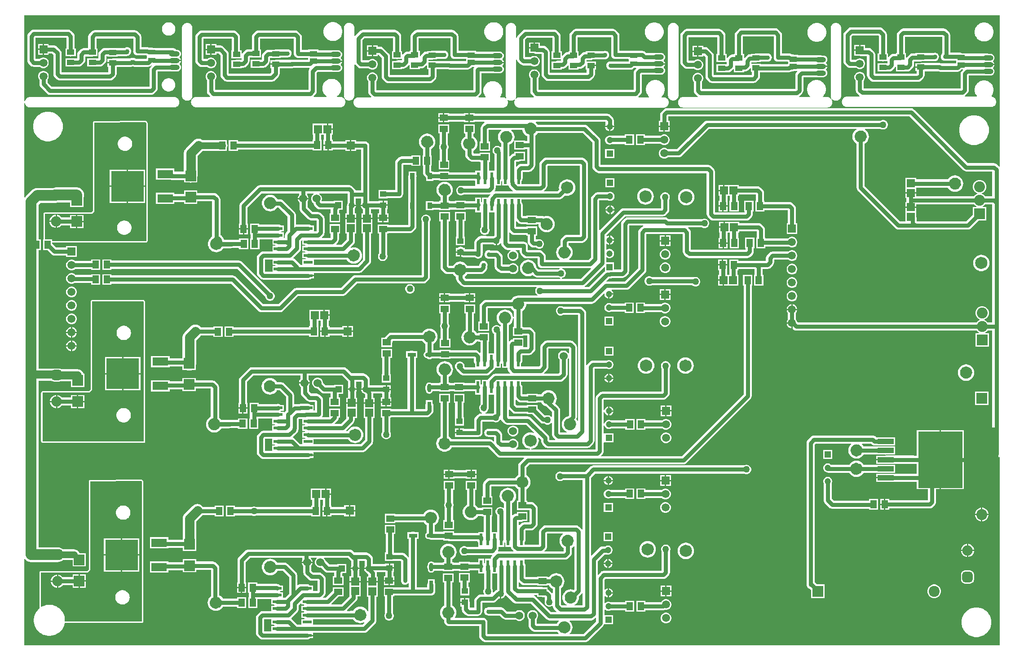
<source format=gtl>
G04*
G04 #@! TF.GenerationSoftware,Altium Limited,Altium Designer,21.6.4 (81)*
G04*
G04 Layer_Physical_Order=1*
G04 Layer_Color=255*
%FSLAX44Y44*%
%MOMM*%
G71*
G04*
G04 #@! TF.SameCoordinates,237C1AA0-54E4-4B3D-89E3-81C07F55AAFC*
G04*
G04*
G04 #@! TF.FilePolarity,Positive*
G04*
G01*
G75*
%ADD12C,0.2540*%
%ADD18C,0.7620*%
%ADD19R,1.5082X1.2065*%
%ADD20R,0.5580X2.2700*%
%ADD21R,1.2065X1.5082*%
%ADD22R,1.5046X1.5562*%
%ADD23R,0.6000X0.7000*%
%ADD24R,0.9100X1.2200*%
G04:AMPARAMS|DCode=25|XSize=1.6071mm|YSize=0.7621mm|CornerRadius=0.3811mm|HoleSize=0mm|Usage=FLASHONLY|Rotation=0.000|XOffset=0mm|YOffset=0mm|HoleType=Round|Shape=RoundedRectangle|*
%AMROUNDEDRECTD25*
21,1,1.6071,0.0000,0,0,0.0*
21,1,0.8450,0.7621,0,0,0.0*
1,1,0.7621,0.4225,0.0000*
1,1,0.7621,-0.4225,0.0000*
1,1,0.7621,-0.4225,0.0000*
1,1,0.7621,0.4225,0.0000*
%
%ADD25ROUNDEDRECTD25*%
%ADD26R,1.6071X0.7621*%
G04:AMPARAMS|DCode=27|XSize=1.6071mm|YSize=0.7621mm|CornerRadius=0.3811mm|HoleSize=0mm|Usage=FLASHONLY|Rotation=90.000|XOffset=0mm|YOffset=0mm|HoleType=Round|Shape=RoundedRectangle|*
%AMROUNDEDRECTD27*
21,1,1.6071,0.0000,0,0,90.0*
21,1,0.8450,0.7621,0,0,90.0*
1,1,0.7621,0.0000,0.4225*
1,1,0.7621,0.0000,-0.4225*
1,1,0.7621,0.0000,-0.4225*
1,1,0.7621,0.0000,0.4225*
%
%ADD27ROUNDEDRECTD27*%
%ADD28R,0.7621X1.6071*%
%ADD29R,1.2000X1.1000*%
%ADD30R,1.4082X1.0065*%
%ADD31R,1.3500X0.9500*%
%ADD32R,1.3562X1.1046*%
%ADD33R,1.5562X1.5046*%
%ADD34R,8.3800X10.6600*%
%ADD35R,3.0500X1.0160*%
%ADD36R,1.6637X0.5588*%
%ADD37R,6.2000X5.8000*%
%ADD38R,3.0000X1.6000*%
%ADD39R,2.0000X2.0000*%
%ADD42C,2.0320*%
%ADD51C,1.2000*%
%ADD54R,1.2000X1.2000*%
%ADD59R,2.0574X2.0574*%
%ADD60C,2.0574*%
%ADD61C,2.0500*%
%ADD62R,2.0500X2.0500*%
%ADD63R,2.0574X2.0574*%
%ADD64R,1.2000X1.2000*%
%ADD65R,1.5748X1.5748*%
%ADD66C,1.5748*%
%ADD68C,1.5240*%
%ADD69C,1.7780*%
%ADD70C,1.2700*%
%ADD71C,1.5240*%
%ADD72C,1.5000*%
%ADD73R,1.5000X1.5000*%
%ADD74C,1.9500*%
G04:AMPARAMS|DCode=75|XSize=1.95mm|YSize=1.95mm|CornerRadius=0.4875mm|HoleSize=0mm|Usage=FLASHONLY|Rotation=90.000|XOffset=0mm|YOffset=0mm|HoleType=Round|Shape=RoundedRectangle|*
%AMROUNDEDRECTD75*
21,1,1.9500,0.9750,0,0,90.0*
21,1,0.9750,1.9500,0,0,90.0*
1,1,0.9750,0.4875,0.4875*
1,1,0.9750,0.4875,-0.4875*
1,1,0.9750,-0.4875,-0.4875*
1,1,0.9750,-0.4875,0.4875*
%
%ADD75ROUNDEDRECTD75*%
%ADD76O,2.0000X1.0000*%
%ADD77O,2.0000X1.0000*%
%ADD78C,1.2700*%
G36*
X2452370Y1490570D02*
X2451693Y1490340D01*
X2451100Y1490273D01*
X2446737Y1494637D01*
X2445145Y1495858D01*
X2443291Y1496626D01*
X2441302Y1496888D01*
X2392054D01*
X2290673Y1598269D01*
X2289081Y1599490D01*
X2287227Y1600258D01*
X2285238Y1600520D01*
X1824072D01*
X1822083Y1600258D01*
X1820229Y1599490D01*
X1818637Y1598269D01*
X1814174Y1593805D01*
X1812952Y1592213D01*
X1812184Y1590359D01*
X1811922Y1588370D01*
Y1576458D01*
X1809568D01*
Y1567688D01*
X1819608D01*
X1829648D01*
Y1576458D01*
X1827294D01*
Y1585148D01*
X2282054D01*
X2383435Y1483767D01*
X2383435Y1483767D01*
X2385027Y1482546D01*
X2386881Y1481778D01*
X2388870Y1481516D01*
X2438080D01*
Y1434912D01*
X2424601D01*
X2424505Y1435079D01*
X2422123Y1437460D01*
X2419207Y1439144D01*
X2418660Y1439291D01*
Y1440561D01*
X2419207Y1440708D01*
X2422123Y1442392D01*
X2424505Y1444773D01*
X2426188Y1447689D01*
X2427060Y1450942D01*
Y1454310D01*
X2426188Y1457563D01*
X2424505Y1460479D01*
X2422123Y1462861D01*
X2419207Y1464544D01*
X2415954Y1465416D01*
X2412586D01*
X2409333Y1464544D01*
X2406417Y1462861D01*
X2404035Y1460479D01*
X2402352Y1457563D01*
X2401480Y1454310D01*
Y1450942D01*
X2402352Y1447689D01*
X2404035Y1444773D01*
X2406417Y1442392D01*
X2409333Y1440708D01*
X2409881Y1440561D01*
Y1439291D01*
X2409333Y1439144D01*
X2406417Y1437460D01*
X2404035Y1435079D01*
X2403939Y1434912D01*
X2294543D01*
Y1439690D01*
X2284222D01*
X2273901D01*
Y1430897D01*
X2276409D01*
Y1423945D01*
X2273901D01*
Y1415152D01*
X2284222D01*
X2294543D01*
Y1419540D01*
X2403939D01*
X2404035Y1419373D01*
X2406417Y1416991D01*
X2408245Y1415936D01*
X2407905Y1414666D01*
X2401480D01*
Y1399955D01*
X2388939Y1387414D01*
X2295879D01*
Y1392153D01*
X2295879Y1392153D01*
X2295617Y1394142D01*
X2294849Y1395996D01*
X2294543Y1396395D01*
Y1403819D01*
Y1412612D01*
X2284222D01*
X2273901D01*
Y1403819D01*
Y1387414D01*
X2264038D01*
X2197674Y1453778D01*
Y1533675D01*
X2198627Y1534185D01*
X2200984Y1536118D01*
X2202917Y1538475D01*
X2204354Y1541163D01*
X2205239Y1544080D01*
X2205478Y1546505D01*
X2205525Y1546860D01*
X2205518Y1546911D01*
X2205538Y1547114D01*
X2205239Y1550148D01*
X2204354Y1553065D01*
X2202917Y1555753D01*
X2200984Y1558110D01*
X2198627Y1560043D01*
X2197754Y1560510D01*
X2198072Y1561780D01*
X2227684D01*
X2228721Y1561182D01*
X2230982Y1560576D01*
X2233322D01*
X2235583Y1561182D01*
X2237611Y1562352D01*
X2239266Y1564007D01*
X2240436Y1566035D01*
X2241042Y1568296D01*
Y1570636D01*
X2240436Y1572897D01*
X2239266Y1574925D01*
X2237611Y1576580D01*
X2235583Y1577750D01*
X2233322Y1578356D01*
X2230982D01*
X2228721Y1577750D01*
X2227684Y1577152D01*
X1900682D01*
X1900682Y1577152D01*
X1898693Y1576890D01*
X1896839Y1576122D01*
X1895247Y1574901D01*
X1843650Y1523304D01*
X1826121D01*
X1825773Y1523652D01*
X1823484Y1524974D01*
X1820930Y1525658D01*
X1818286D01*
X1815733Y1524974D01*
X1813443Y1523652D01*
X1811574Y1521783D01*
X1810253Y1519493D01*
X1809568Y1516940D01*
Y1514296D01*
X1810253Y1511743D01*
X1811574Y1509453D01*
X1813443Y1507584D01*
X1815733Y1506262D01*
X1818286Y1505578D01*
X1820930D01*
X1823484Y1506262D01*
X1825773Y1507584D01*
X1826121Y1507932D01*
X1846834D01*
X1848823Y1508194D01*
X1850677Y1508962D01*
X1852269Y1510183D01*
X1903866Y1561780D01*
X2181904D01*
X2182222Y1560510D01*
X2181349Y1560043D01*
X2178992Y1558110D01*
X2177059Y1555753D01*
X2175622Y1553065D01*
X2174737Y1550148D01*
X2174438Y1547114D01*
X2174737Y1544080D01*
X2175622Y1541163D01*
X2177059Y1538475D01*
X2178992Y1536118D01*
X2181349Y1534185D01*
X2182302Y1533675D01*
Y1450594D01*
X2182564Y1448605D01*
X2183332Y1446751D01*
X2184553Y1445159D01*
X2255419Y1374293D01*
X2257011Y1373072D01*
X2258865Y1372304D01*
X2260854Y1372042D01*
X2392122D01*
X2394111Y1372304D01*
X2395965Y1373072D01*
X2397557Y1374293D01*
X2412349Y1389086D01*
X2427060D01*
Y1414666D01*
X2420635D01*
X2420295Y1415936D01*
X2422123Y1416991D01*
X2424505Y1419373D01*
X2424601Y1419540D01*
X2437992D01*
X2438080Y1419452D01*
Y1196660D01*
X2429107D01*
X2429010Y1196827D01*
X2426629Y1199209D01*
X2423713Y1200892D01*
X2423165Y1201039D01*
Y1202309D01*
X2423713Y1202456D01*
X2426629Y1204139D01*
X2429010Y1206521D01*
X2430694Y1209437D01*
X2431566Y1212690D01*
Y1216058D01*
X2430694Y1219311D01*
X2429010Y1222227D01*
X2426629Y1224609D01*
X2423713Y1226292D01*
X2420460Y1227164D01*
X2417092D01*
X2413839Y1226292D01*
X2410923Y1224609D01*
X2408541Y1222227D01*
X2406858Y1219311D01*
X2405986Y1216058D01*
Y1212690D01*
X2406858Y1209437D01*
X2408541Y1206521D01*
X2410923Y1204139D01*
X2413839Y1202456D01*
X2414386Y1202309D01*
Y1201039D01*
X2413839Y1200892D01*
X2410923Y1199209D01*
X2408541Y1196827D01*
X2408445Y1196660D01*
X2071785D01*
X2070101Y1198344D01*
X2069804Y1199453D01*
X2068482Y1201743D01*
X2068134Y1202091D01*
Y1214465D01*
X2068482Y1214813D01*
X2069804Y1217103D01*
X2070488Y1219656D01*
Y1219708D01*
X2060448D01*
X2050408D01*
Y1219656D01*
X2051092Y1217103D01*
X2052414Y1214813D01*
X2052762Y1214465D01*
Y1202091D01*
X2052414Y1201743D01*
X2051092Y1199453D01*
X2050408Y1196900D01*
Y1196848D01*
X2060448D01*
Y1195578D01*
X2061718D01*
Y1184988D01*
X2063167Y1183539D01*
X2064759Y1182318D01*
X2066613Y1181550D01*
X2068602Y1181288D01*
X2408445D01*
X2408541Y1181121D01*
X2410923Y1178739D01*
X2412751Y1177684D01*
X2412411Y1176414D01*
X2405986D01*
Y1150834D01*
X2431566D01*
Y1176414D01*
X2425141D01*
X2424801Y1177684D01*
X2426629Y1178739D01*
X2429010Y1181121D01*
X2429107Y1181288D01*
X2438080D01*
Y998728D01*
X2449726D01*
Y941526D01*
X2451100Y942901D01*
X2451693Y942834D01*
X2452370Y942604D01*
Y588010D01*
X613410D01*
Y750184D01*
X614680Y750615D01*
X616038Y748845D01*
X618956Y746606D01*
X622355Y745198D01*
X626002Y744718D01*
X675814D01*
X679461Y745198D01*
X682859Y746606D01*
X683428Y747042D01*
X684429Y747456D01*
X685868Y748561D01*
X704248D01*
Y736694D01*
X729328D01*
Y761774D01*
X716982D01*
X716088Y763932D01*
X714460Y766054D01*
X712338Y767683D01*
X709866Y768707D01*
X707214Y769056D01*
X685868D01*
X684429Y770160D01*
X683428Y770575D01*
X682859Y771011D01*
X679461Y772419D01*
X675814Y772899D01*
X640092D01*
Y1086767D01*
X664689D01*
X665501Y1086144D01*
X667305Y1085397D01*
X669241Y1085142D01*
X678991D01*
X680776Y1085377D01*
X701200D01*
Y1074768D01*
X726280D01*
Y1099848D01*
X724881D01*
X724876Y1099889D01*
X723724Y1102670D01*
X721892Y1105058D01*
X719504Y1106890D01*
X716724Y1108041D01*
X713740Y1108434D01*
X683270D01*
X682730Y1108848D01*
X680927Y1109595D01*
X678991Y1109850D01*
X669241D01*
X669049Y1109825D01*
X640092D01*
Y1329690D01*
Y1333325D01*
X644653D01*
Y1353487D01*
X640092D01*
Y1418376D01*
X643741Y1422025D01*
X672148D01*
X675795Y1422506D01*
X677355Y1423152D01*
X699422D01*
Y1414366D01*
X724502D01*
Y1431011D01*
X725572Y1433595D01*
X726052Y1437242D01*
X725572Y1440889D01*
X724165Y1444288D01*
X721926Y1447206D01*
X719007Y1449445D01*
X715609Y1450853D01*
X711962Y1451333D01*
X673274D01*
X669627Y1450853D01*
X668067Y1450206D01*
X637905D01*
X637905Y1450207D01*
X634258Y1449726D01*
X630859Y1448319D01*
X627941Y1446080D01*
X627941Y1446079D01*
X616038Y1434177D01*
X614680Y1432406D01*
X613410Y1432838D01*
Y1609671D01*
X614680Y1609838D01*
X615087Y1608310D01*
X615237Y1608006D01*
X615345Y1607685D01*
X616297Y1606033D01*
X616520Y1605778D01*
X616708Y1605496D01*
X618055Y1604147D01*
X618337Y1603958D01*
X618592Y1603734D01*
X620242Y1602781D01*
X620563Y1602671D01*
X620867Y1602521D01*
X622708Y1602027D01*
X623046Y1602005D01*
X623379Y1601939D01*
X624332Y1601939D01*
X895659Y1601939D01*
X896612D01*
X896944Y1602005D01*
X897282Y1602027D01*
X899121Y1602520D01*
X899425Y1602670D01*
X899746Y1602779D01*
X901395Y1603731D01*
X901650Y1603954D01*
X901931Y1604143D01*
X903278Y1605489D01*
X903466Y1605771D01*
X903690Y1606026D01*
X904642Y1607675D01*
X904751Y1607996D01*
X904900Y1608299D01*
X905393Y1610139D01*
X905415Y1610477D01*
X905481Y1610809D01*
Y1610809D01*
Y1612713D01*
X905415Y1613046D01*
X905393Y1613384D01*
X904900Y1615223D01*
X904751Y1615527D01*
X904642Y1615847D01*
X903690Y1617497D01*
X903466Y1617751D01*
X903278Y1618033D01*
X901931Y1619380D01*
X901650Y1619568D01*
X901395Y1619791D01*
X899746Y1620743D01*
X899425Y1620852D01*
X899121Y1621002D01*
X897282Y1621495D01*
X896944Y1621517D01*
X896612Y1621583D01*
X895660D01*
X895659Y1621583D01*
X624355Y1621582D01*
X623410Y1621586D01*
X623077Y1621520D01*
X622739Y1621499D01*
X620896Y1621011D01*
X620592Y1620862D01*
X620270Y1620754D01*
X618617Y1619805D01*
X618361Y1619582D01*
X618079Y1619395D01*
X616728Y1618050D01*
X616539Y1617768D01*
X616315Y1617514D01*
X615358Y1615865D01*
X615249Y1615544D01*
X615098Y1615240D01*
X614698Y1613760D01*
X614680Y1613692D01*
D01*
X613410Y1613860D01*
D01*
Y1774561D01*
Y1775460D01*
X2452370D01*
Y1490570D01*
D02*
G37*
%LPC*%
G36*
X886429Y1762650D02*
X884459D01*
X884209Y1762600D01*
X883954D01*
X882022Y1762216D01*
X881786Y1762118D01*
X881536Y1762068D01*
X879716Y1761315D01*
X879504Y1761173D01*
X879268Y1761075D01*
X877631Y1759981D01*
X877450Y1759800D01*
X877238Y1759659D01*
X875845Y1758266D01*
X875704Y1758054D01*
X875523Y1757873D01*
X874429Y1756236D01*
X874331Y1756000D01*
X874190Y1755788D01*
X873436Y1753968D01*
X873386Y1753718D01*
X873288Y1753482D01*
X872904Y1751550D01*
Y1751295D01*
X872854Y1751045D01*
Y1749075D01*
X872904Y1748825D01*
Y1748570D01*
X873288Y1746638D01*
X873386Y1746402D01*
X873436Y1746152D01*
X874190Y1744332D01*
X874331Y1744120D01*
X874429Y1743884D01*
X875523Y1742247D01*
X875704Y1742066D01*
X875845Y1741854D01*
X877238Y1740461D01*
X877450Y1740320D01*
X877631Y1740139D01*
X879268Y1739045D01*
X879504Y1738947D01*
X879716Y1738806D01*
X881536Y1738052D01*
X881786Y1738002D01*
X882022Y1737904D01*
X883954Y1737520D01*
X884209D01*
X884459Y1737470D01*
X886429D01*
X886679Y1737520D01*
X886934D01*
X888866Y1737904D01*
X889102Y1738002D01*
X889352Y1738052D01*
X891172Y1738806D01*
X891384Y1738947D01*
X891620Y1739045D01*
X893257Y1740139D01*
X893438Y1740320D01*
X893650Y1740461D01*
X895043Y1741854D01*
X895184Y1742066D01*
X895365Y1742247D01*
X896459Y1743884D01*
X896557Y1744120D01*
X896699Y1744332D01*
X897452Y1746152D01*
X897502Y1746402D01*
X897600Y1746638D01*
X897984Y1748570D01*
Y1748825D01*
X898034Y1749075D01*
Y1751045D01*
X897984Y1751295D01*
Y1751550D01*
X897600Y1753482D01*
X897502Y1753718D01*
X897452Y1753968D01*
X896699Y1755788D01*
X896557Y1756000D01*
X896459Y1756236D01*
X895365Y1757873D01*
X895184Y1758054D01*
X895043Y1758266D01*
X893650Y1759659D01*
X893438Y1759800D01*
X893257Y1759981D01*
X891620Y1761075D01*
X891384Y1761173D01*
X891172Y1761315D01*
X889352Y1762068D01*
X889102Y1762118D01*
X888866Y1762216D01*
X886934Y1762600D01*
X886679D01*
X886429Y1762650D01*
D02*
G37*
G36*
X1196467Y1762892D02*
X1193465D01*
X1193215Y1762842D01*
X1192960D01*
X1190016Y1762256D01*
X1189780Y1762159D01*
X1189530Y1762109D01*
X1186756Y1760960D01*
X1186544Y1760818D01*
X1186309Y1760721D01*
X1183812Y1759053D01*
X1183632Y1758873D01*
X1183420Y1758731D01*
X1181297Y1756608D01*
X1181155Y1756396D01*
X1180975Y1756216D01*
X1179307Y1753719D01*
X1179210Y1753484D01*
X1179068Y1753272D01*
X1177919Y1750498D01*
X1177869Y1750248D01*
X1177772Y1750013D01*
X1177186Y1747068D01*
Y1746813D01*
X1177136Y1746563D01*
Y1743561D01*
X1177186Y1743311D01*
Y1743056D01*
X1177772Y1740111D01*
X1177869Y1739876D01*
X1177919Y1739626D01*
X1179068Y1736852D01*
X1179210Y1736640D01*
X1179307Y1736404D01*
X1180975Y1733908D01*
X1181155Y1733728D01*
X1181297Y1733516D01*
X1183420Y1731393D01*
X1183632Y1731251D01*
X1183812Y1731071D01*
X1186309Y1729403D01*
X1186544Y1729305D01*
X1186756Y1729164D01*
X1189530Y1728015D01*
X1189780Y1727965D01*
X1190016Y1727867D01*
X1192960Y1727282D01*
X1193215D01*
X1193465Y1727232D01*
X1196467D01*
X1196717Y1727282D01*
X1196972D01*
X1199917Y1727867D01*
X1200152Y1727965D01*
X1200403Y1728015D01*
X1203176Y1729164D01*
X1203388Y1729305D01*
X1203624Y1729403D01*
X1206120Y1731071D01*
X1206300Y1731251D01*
X1206512Y1731393D01*
X1208635Y1733516D01*
X1208777Y1733728D01*
X1208957Y1733908D01*
X1210625Y1736404D01*
X1210723Y1736640D01*
X1210864Y1736852D01*
X1212013Y1739626D01*
X1212063Y1739876D01*
X1212160Y1740111D01*
X1212746Y1743056D01*
Y1743311D01*
X1212796Y1743561D01*
Y1746563D01*
X1212746Y1746813D01*
Y1747068D01*
X1212160Y1750013D01*
X1212063Y1750248D01*
X1212013Y1750498D01*
X1210864Y1753272D01*
X1210723Y1753484D01*
X1210625Y1753719D01*
X1208957Y1756216D01*
X1208777Y1756396D01*
X1208635Y1756608D01*
X1206512Y1758731D01*
X1206300Y1758873D01*
X1206120Y1759053D01*
X1203624Y1760721D01*
X1203388Y1760818D01*
X1203176Y1760960D01*
X1200403Y1762109D01*
X1200152Y1762159D01*
X1199917Y1762256D01*
X1196972Y1762842D01*
X1196717D01*
X1196467Y1762892D01*
D02*
G37*
G36*
X1499743Y1762638D02*
X1496741D01*
X1496491Y1762588D01*
X1496236D01*
X1493292Y1762002D01*
X1493056Y1761905D01*
X1492806Y1761855D01*
X1490032Y1760706D01*
X1489820Y1760564D01*
X1489585Y1760467D01*
X1487088Y1758799D01*
X1486908Y1758618D01*
X1486696Y1758477D01*
X1484573Y1756354D01*
X1484431Y1756142D01*
X1484251Y1755962D01*
X1482583Y1753466D01*
X1482486Y1753230D01*
X1482344Y1753018D01*
X1481195Y1750244D01*
X1481145Y1749994D01*
X1481048Y1749758D01*
X1480462Y1746814D01*
Y1746559D01*
X1480412Y1746309D01*
Y1743307D01*
X1480462Y1743057D01*
Y1742802D01*
X1481048Y1739857D01*
X1481145Y1739622D01*
X1481195Y1739371D01*
X1482344Y1736598D01*
X1482486Y1736386D01*
X1482583Y1736150D01*
X1484251Y1733654D01*
X1484431Y1733474D01*
X1484573Y1733262D01*
X1486696Y1731139D01*
X1486908Y1730997D01*
X1487088Y1730817D01*
X1489585Y1729149D01*
X1489820Y1729051D01*
X1490032Y1728910D01*
X1492806Y1727761D01*
X1493056Y1727711D01*
X1493292Y1727614D01*
X1496236Y1727028D01*
X1496491D01*
X1496741Y1726978D01*
X1499743D01*
X1499993Y1727028D01*
X1500248D01*
X1503193Y1727614D01*
X1503428Y1727711D01*
X1503678Y1727761D01*
X1506452Y1728910D01*
X1506664Y1729051D01*
X1506900Y1729149D01*
X1509396Y1730817D01*
X1509576Y1730997D01*
X1509788Y1731139D01*
X1511911Y1733262D01*
X1512053Y1733474D01*
X1512233Y1733654D01*
X1513901Y1736150D01*
X1513999Y1736386D01*
X1514140Y1736598D01*
X1515289Y1739371D01*
X1515339Y1739622D01*
X1515437Y1739857D01*
X1516022Y1742802D01*
Y1743057D01*
X1516072Y1743307D01*
Y1746309D01*
X1516022Y1746559D01*
Y1746814D01*
X1515437Y1749758D01*
X1515339Y1749994D01*
X1515289Y1750244D01*
X1514140Y1753018D01*
X1513999Y1753230D01*
X1513901Y1753466D01*
X1512233Y1755962D01*
X1512053Y1756142D01*
X1511911Y1756354D01*
X1509788Y1758477D01*
X1509576Y1758618D01*
X1509396Y1758799D01*
X1506900Y1760467D01*
X1506664Y1760564D01*
X1506452Y1760706D01*
X1503678Y1761855D01*
X1503428Y1761905D01*
X1503193Y1762002D01*
X1500248Y1762588D01*
X1499993D01*
X1499743Y1762638D01*
D02*
G37*
G36*
X1802257Y1762384D02*
X1799255D01*
X1799005Y1762334D01*
X1798750D01*
X1795806Y1761748D01*
X1795570Y1761651D01*
X1795320Y1761601D01*
X1792546Y1760452D01*
X1792334Y1760310D01*
X1792099Y1760213D01*
X1789602Y1758545D01*
X1789422Y1758365D01*
X1789210Y1758223D01*
X1787087Y1756100D01*
X1786945Y1755888D01*
X1786765Y1755708D01*
X1785097Y1753212D01*
X1785000Y1752976D01*
X1784858Y1752764D01*
X1783709Y1749990D01*
X1783659Y1749740D01*
X1783562Y1749505D01*
X1782976Y1746560D01*
Y1746305D01*
X1782926Y1746055D01*
Y1743053D01*
X1782976Y1742803D01*
Y1742548D01*
X1783562Y1739603D01*
X1783659Y1739368D01*
X1783709Y1739117D01*
X1784858Y1736344D01*
X1785000Y1736132D01*
X1785097Y1735896D01*
X1786765Y1733400D01*
X1786945Y1733220D01*
X1787087Y1733008D01*
X1789210Y1730885D01*
X1789422Y1730743D01*
X1789602Y1730563D01*
X1792099Y1728895D01*
X1792334Y1728797D01*
X1792546Y1728656D01*
X1795320Y1727507D01*
X1795570Y1727457D01*
X1795806Y1727359D01*
X1798750Y1726774D01*
X1799005D01*
X1799255Y1726724D01*
X1802257D01*
X1802507Y1726774D01*
X1802762D01*
X1805707Y1727359D01*
X1805942Y1727457D01*
X1806192Y1727507D01*
X1808966Y1728656D01*
X1809178Y1728797D01*
X1809414Y1728895D01*
X1811910Y1730563D01*
X1812090Y1730743D01*
X1812302Y1730885D01*
X1814425Y1733008D01*
X1814567Y1733220D01*
X1814747Y1733400D01*
X1816415Y1735896D01*
X1816513Y1736132D01*
X1816654Y1736344D01*
X1817803Y1739117D01*
X1817853Y1739368D01*
X1817950Y1739603D01*
X1818536Y1742548D01*
Y1742803D01*
X1818586Y1743053D01*
Y1746055D01*
X1818536Y1746305D01*
Y1746560D01*
X1817950Y1749505D01*
X1817853Y1749740D01*
X1817803Y1749990D01*
X1816654Y1752764D01*
X1816513Y1752976D01*
X1816415Y1753212D01*
X1814747Y1755708D01*
X1814567Y1755888D01*
X1814425Y1756100D01*
X1812302Y1758223D01*
X1812090Y1758365D01*
X1811910Y1758545D01*
X1809414Y1760213D01*
X1809178Y1760310D01*
X1808966Y1760452D01*
X1806192Y1761601D01*
X1805942Y1761651D01*
X1805707Y1761748D01*
X1802762Y1762334D01*
X1802507D01*
X1802257Y1762384D01*
D02*
G37*
G36*
X2424049Y1762130D02*
X2421047D01*
X2420797Y1762080D01*
X2420542D01*
X2417598Y1761494D01*
X2417362Y1761397D01*
X2417112Y1761347D01*
X2414338Y1760198D01*
X2414126Y1760056D01*
X2413891Y1759959D01*
X2411394Y1758291D01*
X2411214Y1758111D01*
X2411002Y1757969D01*
X2408879Y1755846D01*
X2408737Y1755634D01*
X2408557Y1755454D01*
X2406889Y1752957D01*
X2406792Y1752722D01*
X2406650Y1752510D01*
X2405501Y1749736D01*
X2405451Y1749486D01*
X2405354Y1749250D01*
X2404768Y1746306D01*
Y1746051D01*
X2404718Y1745801D01*
Y1742799D01*
X2404768Y1742549D01*
Y1742294D01*
X2405354Y1739349D01*
X2405451Y1739114D01*
X2405501Y1738864D01*
X2406650Y1736090D01*
X2406792Y1735878D01*
X2406889Y1735642D01*
X2408557Y1733146D01*
X2408737Y1732966D01*
X2408879Y1732754D01*
X2411002Y1730631D01*
X2411214Y1730489D01*
X2411394Y1730309D01*
X2413891Y1728641D01*
X2414126Y1728543D01*
X2414338Y1728402D01*
X2417112Y1727253D01*
X2417362Y1727203D01*
X2417598Y1727106D01*
X2420542Y1726520D01*
X2420797D01*
X2421047Y1726470D01*
X2424049D01*
X2424299Y1726520D01*
X2424554D01*
X2427499Y1727106D01*
X2427734Y1727203D01*
X2427984Y1727253D01*
X2430758Y1728402D01*
X2430970Y1728543D01*
X2431206Y1728641D01*
X2433702Y1730309D01*
X2433882Y1730489D01*
X2434094Y1730631D01*
X2436217Y1732754D01*
X2436359Y1732966D01*
X2436539Y1733146D01*
X2438207Y1735642D01*
X2438305Y1735878D01*
X2438446Y1736090D01*
X2439595Y1738864D01*
X2439645Y1739114D01*
X2439742Y1739349D01*
X2440328Y1742294D01*
Y1742549D01*
X2440378Y1742799D01*
Y1745801D01*
X2440328Y1746051D01*
Y1746306D01*
X2439742Y1749250D01*
X2439645Y1749486D01*
X2439595Y1749736D01*
X2438446Y1752510D01*
X2438305Y1752722D01*
X2438207Y1752957D01*
X2436539Y1755454D01*
X2436359Y1755634D01*
X2436217Y1755846D01*
X2434094Y1757969D01*
X2433882Y1758111D01*
X2433702Y1758291D01*
X2431206Y1759959D01*
X2430970Y1760056D01*
X2430758Y1760198D01*
X2427984Y1761347D01*
X2427734Y1761397D01*
X2427499Y1761494D01*
X2424554Y1762080D01*
X2424299D01*
X2424049Y1762130D01*
D02*
G37*
G36*
X2108835Y1761368D02*
X2105833D01*
X2105583Y1761318D01*
X2105328D01*
X2102384Y1760732D01*
X2102148Y1760635D01*
X2101898Y1760585D01*
X2099124Y1759436D01*
X2098912Y1759294D01*
X2098676Y1759197D01*
X2096180Y1757529D01*
X2096000Y1757348D01*
X2095788Y1757207D01*
X2093665Y1755084D01*
X2093524Y1754872D01*
X2093343Y1754692D01*
X2091675Y1752195D01*
X2091578Y1751960D01*
X2091436Y1751748D01*
X2090287Y1748974D01*
X2090237Y1748724D01*
X2090140Y1748488D01*
X2089554Y1745544D01*
Y1745289D01*
X2089504Y1745039D01*
Y1742037D01*
X2089554Y1741787D01*
Y1741532D01*
X2090140Y1738587D01*
X2090237Y1738352D01*
X2090287Y1738102D01*
X2091436Y1735328D01*
X2091578Y1735116D01*
X2091675Y1734880D01*
X2093343Y1732384D01*
X2093524Y1732204D01*
X2093665Y1731992D01*
X2095788Y1729869D01*
X2096000Y1729727D01*
X2096180Y1729547D01*
X2098676Y1727879D01*
X2098912Y1727781D01*
X2099124Y1727640D01*
X2101898Y1726491D01*
X2102148Y1726441D01*
X2102384Y1726344D01*
X2105328Y1725758D01*
X2105583D01*
X2105833Y1725708D01*
X2108835D01*
X2109085Y1725758D01*
X2109340D01*
X2112285Y1726344D01*
X2112520Y1726441D01*
X2112771Y1726491D01*
X2115544Y1727640D01*
X2115756Y1727781D01*
X2115992Y1727879D01*
X2118488Y1729547D01*
X2118668Y1729727D01*
X2118880Y1729869D01*
X2121003Y1731992D01*
X2121145Y1732204D01*
X2121325Y1732384D01*
X2122993Y1734880D01*
X2123091Y1735116D01*
X2123232Y1735328D01*
X2124381Y1738102D01*
X2124431Y1738352D01*
X2124529Y1738587D01*
X2125114Y1741532D01*
Y1741787D01*
X2125164Y1742037D01*
Y1745039D01*
X2125114Y1745289D01*
Y1745544D01*
X2124529Y1748488D01*
X2124431Y1748724D01*
X2124381Y1748974D01*
X2123232Y1751748D01*
X2123091Y1751960D01*
X2122993Y1752195D01*
X2121325Y1754692D01*
X2121145Y1754872D01*
X2121003Y1755084D01*
X2118880Y1757207D01*
X2118668Y1757348D01*
X2118488Y1757529D01*
X2115992Y1759197D01*
X2115756Y1759294D01*
X2115544Y1759436D01*
X2112771Y1760585D01*
X2112520Y1760635D01*
X2112285Y1760732D01*
X2109340Y1761318D01*
X2109085D01*
X2108835Y1761368D01*
D02*
G37*
G36*
X647954Y1721746D02*
X639184D01*
Y1712976D01*
X647954D01*
Y1721746D01*
D02*
G37*
G36*
X963882Y1721238D02*
X955112D01*
Y1712468D01*
X963882D01*
Y1721238D01*
D02*
G37*
G36*
X2186940Y1719968D02*
X2178170D01*
Y1711198D01*
X2186940D01*
Y1719968D01*
D02*
G37*
G36*
X1268174Y1718952D02*
X1259404D01*
Y1710182D01*
X1268174D01*
Y1718952D01*
D02*
G37*
G36*
X1881584Y1717936D02*
X1872814D01*
Y1709166D01*
X1881584D01*
Y1717936D01*
D02*
G37*
G36*
X647954Y1710436D02*
X639184D01*
Y1701666D01*
X647954D01*
Y1710436D01*
D02*
G37*
G36*
X963882Y1709928D02*
X955112D01*
Y1701158D01*
X963882D01*
Y1709928D01*
D02*
G37*
G36*
X1268174Y1707642D02*
X1259404D01*
Y1698872D01*
X1268174D01*
Y1707642D01*
D02*
G37*
G36*
X696068Y1748602D02*
X630828D01*
X628839Y1748340D01*
X626985Y1747572D01*
X625393Y1746351D01*
X620929Y1741887D01*
X619708Y1740295D01*
X618940Y1738441D01*
X618678Y1736452D01*
Y1690770D01*
X618940Y1688781D01*
X619708Y1686927D01*
X620929Y1685335D01*
X625393Y1680871D01*
X626985Y1679650D01*
X628839Y1678882D01*
X630828Y1678620D01*
X642711D01*
X643059Y1678272D01*
X645349Y1676950D01*
X647902Y1676266D01*
X650546D01*
X653099Y1676950D01*
X655389Y1678272D01*
X657258Y1680141D01*
X658580Y1682431D01*
X659264Y1684984D01*
Y1687628D01*
X658580Y1690181D01*
X657258Y1692471D01*
X655389Y1694340D01*
X653099Y1695662D01*
X650546Y1696346D01*
X647902D01*
X645349Y1695662D01*
X643059Y1694340D01*
X642711Y1693992D01*
X634050D01*
Y1733230D01*
X692846D01*
Y1713547D01*
X690951D01*
Y1698402D01*
X699672D01*
X700532Y1698289D01*
X701392Y1698402D01*
X710113D01*
Y1713547D01*
X708218D01*
Y1736452D01*
X707956Y1738441D01*
X707188Y1740295D01*
X705967Y1741887D01*
X701503Y1746351D01*
X699911Y1747572D01*
X698057Y1748340D01*
X696068Y1748602D01*
D02*
G37*
G36*
X807110Y1715676D02*
X805121Y1715414D01*
X803267Y1714646D01*
X802913Y1714375D01*
X764940D01*
X762951Y1714113D01*
X761097Y1713345D01*
X759505Y1712124D01*
X755041Y1707660D01*
X753820Y1706068D01*
X753052Y1704214D01*
X752790Y1702225D01*
Y1694643D01*
X741426D01*
X740566Y1694530D01*
X731845D01*
Y1679385D01*
X740566D01*
X741426Y1679272D01*
X756012D01*
X758001Y1679533D01*
X759855Y1680301D01*
X761447Y1681523D01*
X765911Y1685986D01*
X767132Y1687578D01*
X767900Y1689432D01*
X768162Y1691421D01*
Y1699003D01*
X769945D01*
Y1697894D01*
X789107D01*
Y1699003D01*
X805809D01*
X807798Y1699265D01*
X809652Y1700033D01*
X811244Y1701254D01*
X811939Y1701950D01*
X812650D01*
Y1702693D01*
X813766Y1704147D01*
X814534Y1706001D01*
X814796Y1707990D01*
X814534Y1709979D01*
X813766Y1711833D01*
X812650Y1713287D01*
Y1714030D01*
X811756D01*
X810953Y1714646D01*
X809099Y1715414D01*
X807110Y1715676D01*
D02*
G37*
G36*
X1881584Y1706626D02*
X1872814D01*
Y1697856D01*
X1881584D01*
Y1706626D01*
D02*
G37*
G36*
X821798Y1747586D02*
X745890D01*
X743901Y1747324D01*
X742047Y1746556D01*
X740455Y1745335D01*
X735991Y1740871D01*
X734770Y1739279D01*
X734002Y1737425D01*
X733740Y1735436D01*
Y1713660D01*
X725062D01*
X723073Y1713399D01*
X721219Y1712631D01*
X719627Y1711409D01*
X715163Y1706946D01*
X713942Y1705354D01*
X713174Y1703500D01*
X712912Y1701511D01*
Y1694643D01*
X700532D01*
X699672Y1694530D01*
X690951D01*
Y1679385D01*
X699672D01*
X700532Y1679272D01*
X716134D01*
X718123Y1679533D01*
X719977Y1680301D01*
X721569Y1681523D01*
X726033Y1685986D01*
X727254Y1687578D01*
X728022Y1689432D01*
X728284Y1691421D01*
Y1698289D01*
X741426D01*
X742286Y1698402D01*
X751007D01*
Y1713547D01*
X749112D01*
Y1732214D01*
X818576D01*
Y1709144D01*
X818424Y1707990D01*
X818686Y1706001D01*
X819454Y1704147D01*
X820570Y1702693D01*
D01*
Y1701950D01*
X821464D01*
X822267Y1701334D01*
X824121Y1700566D01*
X826110Y1700304D01*
X843092D01*
X843773Y1700022D01*
X844171Y1699969D01*
X844404Y1698796D01*
X844404Y1698796D01*
X844404Y1698796D01*
Y1695085D01*
X843311Y1693992D01*
X823563D01*
X822710Y1694646D01*
X820857Y1695414D01*
X818868Y1695676D01*
X816610D01*
X816609Y1695676D01*
X816609Y1695676D01*
X815682Y1695554D01*
X814621Y1695414D01*
X814620Y1695414D01*
X814620Y1695414D01*
X813727Y1695043D01*
X813250Y1694846D01*
X812767Y1694646D01*
X812767Y1694646D01*
X812766Y1694646D01*
X812101Y1694135D01*
X779526D01*
X778666Y1694022D01*
X769945D01*
Y1687719D01*
X779526D01*
Y1685179D01*
X769945D01*
Y1678877D01*
X771840D01*
Y1668084D01*
X683326D01*
Y1704340D01*
X683064Y1706329D01*
X682296Y1708183D01*
X681075Y1709775D01*
X673709Y1717141D01*
X672117Y1718362D01*
X670263Y1719130D01*
X668274Y1719392D01*
X659264D01*
Y1721746D01*
X650494D01*
Y1711706D01*
Y1701666D01*
X659264D01*
Y1704020D01*
X665090D01*
X667954Y1701156D01*
Y1664862D01*
X668216Y1662873D01*
X668984Y1661019D01*
X670205Y1659427D01*
X674669Y1654963D01*
X676261Y1653742D01*
X678115Y1652974D01*
X680104Y1652712D01*
X775062D01*
X777051Y1652974D01*
X778905Y1653742D01*
X780497Y1654963D01*
X784961Y1659427D01*
X786182Y1661019D01*
X786950Y1662873D01*
X787212Y1664862D01*
Y1678763D01*
X815070D01*
X815070Y1678764D01*
X815071Y1678763D01*
X815998Y1678886D01*
X817059Y1679025D01*
X817060Y1679026D01*
X817060Y1679026D01*
X817638Y1679265D01*
X818562Y1678882D01*
X820552Y1678620D01*
X846494D01*
X848483Y1678882D01*
X850337Y1679650D01*
X851929Y1680871D01*
X853253Y1682196D01*
X853306Y1682182D01*
X853690Y1680770D01*
X851561Y1678641D01*
X850340Y1677049D01*
X849572Y1675195D01*
X849310Y1673206D01*
Y1641414D01*
X664547D01*
X656910Y1649051D01*
Y1654393D01*
X657258Y1654741D01*
X658580Y1657031D01*
X659264Y1659584D01*
Y1662228D01*
X658580Y1664781D01*
X657258Y1667071D01*
X655389Y1668940D01*
X653099Y1670262D01*
X650546Y1670946D01*
X647902D01*
X645349Y1670262D01*
X643059Y1668940D01*
X641190Y1667071D01*
X639868Y1664781D01*
X639184Y1662228D01*
Y1659584D01*
X639868Y1657031D01*
X641190Y1654741D01*
X641538Y1654393D01*
Y1645867D01*
X641800Y1643878D01*
X642568Y1642024D01*
X643789Y1640433D01*
X655929Y1628293D01*
X657520Y1627072D01*
X659374Y1626304D01*
X661363Y1626042D01*
X852532D01*
X854521Y1626304D01*
X856375Y1627072D01*
X857967Y1628293D01*
X862431Y1632757D01*
X863652Y1634349D01*
X864420Y1636203D01*
X864682Y1638192D01*
Y1669984D01*
X896112D01*
X896725Y1670065D01*
X901112D01*
X903080Y1670324D01*
X904914Y1671084D01*
X906490Y1672292D01*
X907698Y1673867D01*
X908458Y1675702D01*
X908717Y1677670D01*
X908458Y1679638D01*
X907698Y1681472D01*
X906490Y1683048D01*
X906050Y1683385D01*
Y1684655D01*
X906490Y1684992D01*
X907698Y1686568D01*
X908458Y1688402D01*
X908550Y1689100D01*
X896112D01*
Y1691640D01*
X908550D01*
X908458Y1692338D01*
X907698Y1694173D01*
X906490Y1695748D01*
X906050Y1696085D01*
Y1697355D01*
X906490Y1697692D01*
X907698Y1699267D01*
X908458Y1701102D01*
X908717Y1703070D01*
X908458Y1705038D01*
X907698Y1706873D01*
X906490Y1708448D01*
X904914Y1709656D01*
X903080Y1710416D01*
X901112Y1710675D01*
X899376D01*
X898111Y1711941D01*
X896519Y1713162D01*
X894665Y1713930D01*
X892676Y1714192D01*
X856380D01*
X854743Y1714870D01*
X852754Y1715132D01*
X847888D01*
X847207Y1715414D01*
X845218Y1715676D01*
X833948D01*
Y1735436D01*
X833686Y1737425D01*
X832918Y1739279D01*
X831697Y1740871D01*
X827233Y1745335D01*
X825641Y1746556D01*
X823787Y1747324D01*
X821798Y1747586D01*
D02*
G37*
G36*
X2226164Y1752920D02*
X2171446D01*
X2169457Y1752658D01*
X2167603Y1751890D01*
X2166011Y1750669D01*
X2166011Y1750669D01*
X2159661Y1744319D01*
X2158440Y1742727D01*
X2157672Y1740873D01*
X2157410Y1738884D01*
Y1688992D01*
X2157672Y1687003D01*
X2158440Y1685149D01*
X2159661Y1683557D01*
X2164125Y1679093D01*
X2165717Y1677872D01*
X2167571Y1677104D01*
X2169560Y1676842D01*
X2181697D01*
X2182045Y1676494D01*
X2184335Y1675172D01*
X2186888Y1674488D01*
X2189532D01*
X2192085Y1675172D01*
X2194375Y1676494D01*
X2196244Y1678363D01*
X2197566Y1680653D01*
X2198250Y1683206D01*
Y1685850D01*
X2197566Y1688403D01*
X2196244Y1690693D01*
X2194375Y1692562D01*
X2192085Y1693884D01*
X2189532Y1694568D01*
X2186888D01*
X2184335Y1693884D01*
X2182045Y1692562D01*
X2181697Y1692214D01*
X2172782D01*
Y1735700D01*
X2174630Y1737548D01*
X2222981D01*
X2223958Y1736571D01*
Y1704259D01*
X2222063D01*
Y1689115D01*
X2230784D01*
X2231644Y1689001D01*
X2232504Y1689115D01*
X2240722D01*
Y1685356D01*
X2231644D01*
X2230784Y1685242D01*
X2222063D01*
Y1670098D01*
X2230784D01*
X2231644Y1669984D01*
X2243944D01*
X2245933Y1670246D01*
X2247787Y1671014D01*
X2249379Y1672235D01*
X2253843Y1676699D01*
X2255064Y1678291D01*
X2255083Y1678336D01*
D01*
X2256353Y1678084D01*
Y1670241D01*
X2265074D01*
X2265934Y1670128D01*
X2278488D01*
X2280477Y1670389D01*
X2282331Y1671157D01*
X2283923Y1672379D01*
X2288387Y1676842D01*
X2289608Y1678434D01*
X2290376Y1680288D01*
X2290638Y1682277D01*
Y1688526D01*
X2301891D01*
X2303880Y1688788D01*
X2305355Y1689399D01*
X2329349D01*
X2331338Y1689661D01*
X2333192Y1690429D01*
X2334635Y1691536D01*
X2335380D01*
Y1692279D01*
X2336496Y1693733D01*
X2337264Y1695587D01*
X2337526Y1697576D01*
X2337264Y1699565D01*
X2336496Y1701419D01*
X2335380Y1702873D01*
Y1703616D01*
X2334486D01*
X2333683Y1704232D01*
X2331829Y1705000D01*
X2329840Y1705262D01*
X2327851Y1705000D01*
X2327297Y1704771D01*
X2302764D01*
X2301904Y1704657D01*
X2293183D01*
Y1703898D01*
X2287416D01*
X2285427Y1703636D01*
X2283573Y1702868D01*
X2281981Y1701647D01*
X2277517Y1697183D01*
X2276785Y1696229D01*
X2275515Y1696660D01*
Y1704403D01*
X2273620D01*
Y1735516D01*
X2343338D01*
Y1703616D01*
X2343300D01*
Y1702873D01*
X2342184Y1701419D01*
X2341416Y1699565D01*
X2341154Y1697576D01*
X2341416Y1695587D01*
X2342184Y1693733D01*
X2343300Y1692279D01*
Y1691536D01*
X2344194D01*
X2344997Y1690920D01*
X2346851Y1690152D01*
X2348840Y1689890D01*
X2369643D01*
Y1684898D01*
X2369601Y1684856D01*
X2342372D01*
X2340838Y1685491D01*
X2338849Y1685753D01*
X2302764D01*
X2301904Y1685640D01*
X2293183D01*
Y1679337D01*
X2302764D01*
Y1676797D01*
X2293183D01*
Y1670495D01*
X2295078D01*
Y1665798D01*
X2217232D01*
Y1701774D01*
X2216970Y1703763D01*
X2216202Y1705617D01*
X2214981Y1707209D01*
X2210517Y1711673D01*
X2208925Y1712894D01*
X2207071Y1713662D01*
X2205082Y1713924D01*
X2198250D01*
Y1719968D01*
X2189480D01*
Y1709928D01*
X2188210D01*
Y1708658D01*
X2178170D01*
Y1699888D01*
X2187658D01*
X2188057Y1699582D01*
X2189911Y1698814D01*
X2191900Y1698552D01*
X2201860D01*
Y1662576D01*
X2202122Y1660587D01*
X2202890Y1658733D01*
X2204111Y1657141D01*
X2208575Y1652677D01*
X2210167Y1651456D01*
X2212021Y1650688D01*
X2214010Y1650426D01*
X2298300D01*
X2300289Y1650688D01*
X2302143Y1651456D01*
X2303735Y1652677D01*
X2308199Y1657141D01*
X2309420Y1658733D01*
X2310188Y1660587D01*
X2310450Y1662576D01*
Y1670381D01*
X2336223D01*
X2337757Y1669746D01*
X2339746Y1669484D01*
X2372784D01*
X2374773Y1669746D01*
X2376627Y1670514D01*
X2378219Y1671736D01*
X2380512Y1674029D01*
X2381990D01*
X2382476Y1672856D01*
X2380641Y1671021D01*
X2379420Y1669429D01*
X2378652Y1667575D01*
X2378390Y1665586D01*
Y1637604D01*
X2195896D01*
Y1652615D01*
X2196244Y1652963D01*
X2197566Y1655253D01*
X2198250Y1657806D01*
Y1660450D01*
X2197566Y1663003D01*
X2196244Y1665293D01*
X2194375Y1667162D01*
X2192085Y1668484D01*
X2189532Y1669168D01*
X2186888D01*
X2184335Y1668484D01*
X2182045Y1667162D01*
X2180176Y1665293D01*
X2178854Y1663003D01*
X2178170Y1660450D01*
Y1657806D01*
X2178854Y1655253D01*
X2180176Y1652963D01*
X2180524Y1652615D01*
Y1634382D01*
X2180786Y1632392D01*
X2181554Y1630539D01*
X2182775Y1628947D01*
X2187239Y1624483D01*
X2188212Y1623737D01*
X2187780Y1622467D01*
X2164301Y1622467D01*
X2163356Y1622470D01*
X2163024Y1622405D01*
X2162685Y1622384D01*
X2160843Y1621896D01*
X2160538Y1621747D01*
X2160217Y1621638D01*
X2158563Y1620690D01*
X2158308Y1620467D01*
X2158026Y1620279D01*
X2156674Y1618934D01*
X2156485Y1618653D01*
X2156261Y1618398D01*
X2155305Y1616750D01*
X2155195Y1616429D01*
X2155045Y1616125D01*
X2154548Y1614285D01*
X2154525Y1613946D01*
X2154458Y1613614D01*
X2154455Y1611708D01*
X2154521Y1611375D01*
X2154543Y1611037D01*
X2155034Y1609195D01*
X2155183Y1608891D01*
X2155292Y1608569D01*
X2156243Y1606918D01*
X2156467Y1606662D01*
X2156655Y1606380D01*
X2158002Y1605031D01*
X2158283Y1604843D01*
X2158538Y1604619D01*
X2160188Y1603665D01*
X2160509Y1603556D01*
X2160813Y1603406D01*
X2162655Y1602912D01*
X2162993Y1602890D01*
X2163326Y1602824D01*
X2164279Y1602824D01*
X2435606Y1602824D01*
X2436558D01*
X2436890Y1602890D01*
X2437228Y1602912D01*
X2439068Y1603405D01*
X2439372Y1603555D01*
X2439692Y1603663D01*
X2441342Y1604615D01*
X2441596Y1604839D01*
X2441878Y1605027D01*
X2443224Y1606374D01*
X2443413Y1606655D01*
X2443636Y1606910D01*
X2444588Y1608559D01*
X2444697Y1608880D01*
X2444847Y1609184D01*
X2445340Y1611023D01*
X2445362Y1611361D01*
X2445428Y1611693D01*
Y1613598D01*
X2445362Y1613930D01*
X2445340Y1614268D01*
X2444847Y1616107D01*
X2444697Y1616411D01*
X2444588Y1616732D01*
X2443636Y1618381D01*
X2443413Y1618636D01*
X2443224Y1618918D01*
X2441878Y1620264D01*
X2441596Y1620452D01*
X2441342Y1620676D01*
X2439692Y1621628D01*
X2439371Y1621737D01*
X2439068Y1621886D01*
X2437229Y1622379D01*
X2436890Y1622402D01*
X2436883Y1622403D01*
X2436450Y1623138D01*
X2436353Y1623738D01*
X2436359Y1623746D01*
X2436539Y1623926D01*
X2438207Y1626422D01*
X2438305Y1626658D01*
X2438446Y1626870D01*
X2439595Y1629644D01*
X2439645Y1629894D01*
X2439742Y1630129D01*
X2440328Y1633074D01*
Y1633329D01*
X2440378Y1633579D01*
Y1636581D01*
X2440328Y1636831D01*
Y1637086D01*
X2439742Y1640031D01*
X2439645Y1640266D01*
X2439595Y1640516D01*
X2438446Y1643290D01*
X2438305Y1643502D01*
X2438207Y1643737D01*
X2436539Y1646234D01*
X2436359Y1646414D01*
X2436217Y1646626D01*
X2434094Y1648749D01*
X2433882Y1648891D01*
X2433702Y1649071D01*
X2431206Y1650739D01*
X2430970Y1650836D01*
X2430758Y1650978D01*
X2427984Y1652127D01*
X2427734Y1652177D01*
X2427499Y1652274D01*
X2424554Y1652860D01*
X2424299D01*
X2424049Y1652910D01*
X2421047D01*
X2420797Y1652860D01*
X2420542D01*
X2417598Y1652274D01*
X2417362Y1652177D01*
X2417112Y1652127D01*
X2414338Y1650978D01*
X2414126Y1650836D01*
X2413891Y1650739D01*
X2411394Y1649071D01*
X2411214Y1648891D01*
X2411002Y1648749D01*
X2408879Y1646626D01*
X2408737Y1646414D01*
X2408557Y1646234D01*
X2406889Y1643737D01*
X2406792Y1643502D01*
X2406650Y1643290D01*
X2405501Y1640516D01*
X2405451Y1640266D01*
X2405354Y1640031D01*
X2404768Y1637086D01*
Y1636831D01*
X2404718Y1636581D01*
Y1633579D01*
X2404768Y1633329D01*
Y1633074D01*
X2405354Y1630129D01*
X2405451Y1629894D01*
X2405501Y1629644D01*
X2406650Y1626870D01*
X2406792Y1626658D01*
X2406889Y1626422D01*
X2408557Y1623926D01*
X2408737Y1623746D01*
X2408743Y1623738D01*
X2408363Y1622468D01*
X2386506Y1622468D01*
X2386075Y1623738D01*
X2387047Y1624483D01*
X2391511Y1628947D01*
X2392732Y1630539D01*
X2393500Y1632392D01*
X2393762Y1634382D01*
Y1662364D01*
X2429764D01*
X2430377Y1662445D01*
X2434764D01*
X2436732Y1662704D01*
X2438566Y1663464D01*
X2440142Y1664672D01*
X2441350Y1666248D01*
X2442110Y1668082D01*
X2442369Y1670050D01*
X2442110Y1672018D01*
X2441350Y1673853D01*
X2440142Y1675428D01*
X2439702Y1675765D01*
Y1677035D01*
X2440142Y1677372D01*
X2441350Y1678947D01*
X2442110Y1680782D01*
X2442202Y1681480D01*
X2429764D01*
Y1684020D01*
X2442202D01*
X2442110Y1684718D01*
X2441350Y1686552D01*
X2440142Y1688128D01*
X2439702Y1688465D01*
Y1689735D01*
X2440142Y1690072D01*
X2441350Y1691647D01*
X2442110Y1693482D01*
X2442369Y1695450D01*
X2442110Y1697418D01*
X2441350Y1699252D01*
X2440142Y1700828D01*
X2438566Y1702036D01*
X2436732Y1702796D01*
X2434764Y1703055D01*
X2431781D01*
X2431425Y1703203D01*
X2429435Y1703464D01*
X2388285D01*
Y1704171D01*
X2381418D01*
X2381339Y1704232D01*
X2379485Y1705000D01*
X2377496Y1705262D01*
X2358710D01*
Y1738738D01*
X2358448Y1740727D01*
X2357680Y1742581D01*
X2356459Y1744173D01*
X2351995Y1748637D01*
X2350403Y1749858D01*
X2348549Y1750626D01*
X2346560Y1750888D01*
X2270398D01*
X2268409Y1750626D01*
X2266555Y1749858D01*
X2264963Y1748637D01*
X2260499Y1744173D01*
X2259278Y1742581D01*
X2258510Y1740727D01*
X2258248Y1738738D01*
Y1704403D01*
X2256353D01*
Y1703294D01*
X2251649D01*
X2251649Y1703294D01*
X2249660Y1703032D01*
X2247806Y1702264D01*
X2246214Y1701043D01*
X2246214Y1701042D01*
X2242973Y1697802D01*
X2242495Y1697178D01*
X2241225Y1697610D01*
Y1704259D01*
X2239330D01*
Y1739754D01*
X2239068Y1741743D01*
X2238300Y1743597D01*
X2237079Y1745189D01*
X2237079Y1745189D01*
X2231599Y1750669D01*
X2230007Y1751890D01*
X2228153Y1752658D01*
X2226164Y1752920D01*
D02*
G37*
G36*
X1088025Y1711772D02*
X1086036Y1711510D01*
X1084182Y1710742D01*
X1084014Y1710612D01*
X1072788D01*
X1070799Y1710351D01*
X1068945Y1709583D01*
X1067353Y1708361D01*
X1062889Y1703898D01*
X1061668Y1702306D01*
X1060900Y1700452D01*
X1060638Y1698463D01*
Y1692357D01*
X1049782D01*
X1048922Y1692244D01*
X1040201D01*
Y1677099D01*
X1048922D01*
X1049782Y1676985D01*
X1063860D01*
X1065849Y1677247D01*
X1067703Y1678015D01*
X1069295Y1679237D01*
X1073759Y1683700D01*
X1074980Y1685292D01*
X1075748Y1687146D01*
X1076010Y1689135D01*
Y1695241D01*
X1086866D01*
X1087726Y1695354D01*
X1096447D01*
Y1696400D01*
X1109522D01*
X1111511Y1696662D01*
X1113365Y1697430D01*
X1114167Y1698046D01*
X1115062D01*
Y1698789D01*
X1116178Y1700243D01*
X1116946Y1702097D01*
X1117207Y1704086D01*
X1116946Y1706075D01*
X1116178Y1707929D01*
X1115062Y1709383D01*
Y1710126D01*
X1114167D01*
X1113365Y1710742D01*
X1111511Y1711510D01*
X1109522Y1711772D01*
X1088026D01*
X1088025Y1711772D01*
D02*
G37*
G36*
X886175Y1657240D02*
X884205D01*
X883955Y1657190D01*
X883700D01*
X881768Y1656806D01*
X881532Y1656708D01*
X881282Y1656658D01*
X879462Y1655905D01*
X879250Y1655763D01*
X879014Y1655665D01*
X877377Y1654571D01*
X877196Y1654390D01*
X876984Y1654249D01*
X875591Y1652856D01*
X875450Y1652644D01*
X875269Y1652463D01*
X874175Y1650826D01*
X874077Y1650590D01*
X873935Y1650378D01*
X873182Y1648558D01*
X873132Y1648308D01*
X873034Y1648072D01*
X872650Y1646140D01*
Y1645885D01*
X872600Y1645635D01*
Y1643665D01*
X872650Y1643415D01*
Y1643160D01*
X873034Y1641228D01*
X873132Y1640992D01*
X873182Y1640742D01*
X873935Y1638922D01*
X874077Y1638710D01*
X874175Y1638474D01*
X875269Y1636837D01*
X875450Y1636656D01*
X875591Y1636444D01*
X876984Y1635051D01*
X877196Y1634910D01*
X877377Y1634729D01*
X879014Y1633635D01*
X879250Y1633537D01*
X879462Y1633396D01*
X881282Y1632642D01*
X881532Y1632592D01*
X881768Y1632494D01*
X883700Y1632110D01*
X883955D01*
X884205Y1632060D01*
X886175D01*
X886425Y1632110D01*
X886680D01*
X888612Y1632494D01*
X888848Y1632592D01*
X889098Y1632642D01*
X890918Y1633396D01*
X891130Y1633537D01*
X891366Y1633635D01*
X893003Y1634729D01*
X893184Y1634910D01*
X893396Y1635051D01*
X894789Y1636444D01*
X894930Y1636656D01*
X895111Y1636837D01*
X896205Y1638474D01*
X896303Y1638710D01*
X896444Y1638922D01*
X897198Y1640742D01*
X897248Y1640992D01*
X897346Y1641228D01*
X897730Y1643160D01*
Y1643415D01*
X897780Y1643665D01*
Y1645635D01*
X897730Y1645885D01*
Y1646140D01*
X897346Y1648072D01*
X897248Y1648308D01*
X897198Y1648558D01*
X896444Y1650378D01*
X896303Y1650590D01*
X896205Y1650826D01*
X895111Y1652463D01*
X894930Y1652644D01*
X894789Y1652856D01*
X893396Y1654249D01*
X893184Y1654390D01*
X893003Y1654571D01*
X891366Y1655665D01*
X891130Y1655763D01*
X890918Y1655905D01*
X889098Y1656658D01*
X888848Y1656708D01*
X888612Y1656806D01*
X886680Y1657190D01*
X886425D01*
X886175Y1657240D01*
D02*
G37*
G36*
X1224574Y1761667D02*
X1224241Y1761601D01*
X1223903Y1761579D01*
X1222061Y1761088D01*
X1221757Y1760939D01*
X1221436Y1760830D01*
X1219784Y1759879D01*
X1219529Y1759655D01*
X1219247Y1759467D01*
X1217898Y1758121D01*
X1217709Y1757839D01*
X1217485Y1757584D01*
X1216531Y1755934D01*
X1216422Y1755612D01*
X1216272Y1755309D01*
X1215778Y1753467D01*
X1215756Y1753129D01*
X1215690Y1752796D01*
Y1751843D01*
X1215690Y1751843D01*
X1215690Y1751843D01*
X1215701Y1624785D01*
Y1623833D01*
X1215767Y1623501D01*
X1215790Y1623163D01*
X1216282Y1621324D01*
X1216432Y1621020D01*
X1216541Y1620699D01*
X1217452Y1619120D01*
X1216404Y1618410D01*
X1215058Y1619756D01*
X1214776Y1619944D01*
X1214522Y1620168D01*
X1212872Y1621120D01*
X1212551Y1621229D01*
X1212248Y1621378D01*
X1210408Y1621871D01*
X1210070Y1621894D01*
X1209738Y1621960D01*
X1208786D01*
X1208786Y1621960D01*
X1203115Y1621960D01*
X1202730Y1623230D01*
X1204088Y1624137D01*
X1204268Y1624317D01*
X1204480Y1624459D01*
X1206603Y1626582D01*
X1206745Y1626794D01*
X1206925Y1626974D01*
X1208593Y1629470D01*
X1208691Y1629706D01*
X1208832Y1629918D01*
X1209981Y1632691D01*
X1210031Y1632942D01*
X1210128Y1633177D01*
X1210714Y1636122D01*
Y1636377D01*
X1210764Y1636627D01*
Y1639629D01*
X1210714Y1639879D01*
Y1640134D01*
X1210128Y1643078D01*
X1210031Y1643314D01*
X1209981Y1643564D01*
X1208832Y1646338D01*
X1208691Y1646550D01*
X1208593Y1646785D01*
X1206925Y1649282D01*
X1206745Y1649462D01*
X1206603Y1649674D01*
X1204480Y1651797D01*
X1204268Y1651938D01*
X1204088Y1652119D01*
X1201592Y1653787D01*
X1201356Y1653884D01*
X1201144Y1654026D01*
X1198371Y1655175D01*
X1198120Y1655225D01*
X1197885Y1655322D01*
X1194940Y1655908D01*
X1194685D01*
X1194435Y1655958D01*
X1191433D01*
X1191183Y1655908D01*
X1190928D01*
X1187984Y1655322D01*
X1187748Y1655225D01*
X1187498Y1655175D01*
X1184724Y1654026D01*
X1184512Y1653884D01*
X1184277Y1653787D01*
X1181780Y1652119D01*
X1181600Y1651938D01*
X1181388Y1651797D01*
X1179265Y1649674D01*
X1179124Y1649462D01*
X1178943Y1649282D01*
X1177275Y1646785D01*
X1177178Y1646550D01*
X1177036Y1646338D01*
X1175887Y1643564D01*
X1175837Y1643314D01*
X1175740Y1643078D01*
X1175154Y1640134D01*
Y1639879D01*
X1175104Y1639629D01*
Y1636627D01*
X1175154Y1636377D01*
Y1636122D01*
X1175740Y1633177D01*
X1175837Y1632942D01*
X1175887Y1632691D01*
X1177036Y1629918D01*
X1177178Y1629706D01*
X1177275Y1629470D01*
X1178943Y1626974D01*
X1179124Y1626794D01*
X1179265Y1626582D01*
X1181388Y1624459D01*
X1181600Y1624317D01*
X1181780Y1624137D01*
X1183138Y1623230D01*
X1182753Y1621960D01*
X1159245Y1621960D01*
X1158719Y1623230D01*
X1162405Y1626915D01*
X1163626Y1628507D01*
X1164394Y1630361D01*
X1164656Y1632350D01*
Y1667044D01*
X1166580Y1668968D01*
X1199896D01*
X1200509Y1669049D01*
X1204896D01*
X1206864Y1669308D01*
X1208699Y1670068D01*
X1210274Y1671276D01*
X1211482Y1672852D01*
X1212242Y1674686D01*
X1212501Y1676654D01*
X1212242Y1678622D01*
X1211482Y1680457D01*
X1210274Y1682032D01*
X1209834Y1682369D01*
Y1683639D01*
X1210274Y1683976D01*
X1211482Y1685551D01*
X1212242Y1687386D01*
X1212334Y1688084D01*
X1199896D01*
Y1690624D01*
X1212334D01*
X1212242Y1691322D01*
X1211482Y1693156D01*
X1210274Y1694732D01*
X1209834Y1695069D01*
Y1696339D01*
X1210274Y1696676D01*
X1211482Y1698251D01*
X1212242Y1700086D01*
X1212501Y1702054D01*
X1212242Y1704022D01*
X1211482Y1705856D01*
X1210274Y1707432D01*
X1208699Y1708640D01*
X1206864Y1709400D01*
X1204896Y1709659D01*
X1202092D01*
X1201430Y1709933D01*
X1199441Y1710195D01*
X1167307D01*
Y1711283D01*
X1148665D01*
Y1710906D01*
X1136462D01*
Y1734928D01*
X1136200Y1736917D01*
X1135432Y1738771D01*
X1134211Y1740363D01*
X1129747Y1744827D01*
X1128155Y1746048D01*
X1126301Y1746816D01*
X1124312Y1747078D01*
X1054246D01*
X1052257Y1746816D01*
X1050403Y1746048D01*
X1048811Y1744827D01*
X1044347Y1740363D01*
X1043126Y1738771D01*
X1042358Y1736917D01*
X1042096Y1734928D01*
Y1711375D01*
X1034688D01*
X1032699Y1711113D01*
X1030845Y1710345D01*
X1029253Y1709123D01*
X1024789Y1704660D01*
X1024057Y1703705D01*
X1022787Y1704136D01*
Y1709991D01*
X1019876D01*
Y1734928D01*
X1019614Y1736917D01*
X1018846Y1738771D01*
X1017625Y1740363D01*
X1013161Y1744827D01*
X1011569Y1746048D01*
X1009715Y1746816D01*
X1007726Y1747078D01*
X947566D01*
X945577Y1746816D01*
X943723Y1746048D01*
X942131Y1744827D01*
X937667Y1740363D01*
X936446Y1738771D01*
X935678Y1736917D01*
X935416Y1734928D01*
Y1690262D01*
X935678Y1688273D01*
X936446Y1686419D01*
X937667Y1684827D01*
X942131Y1680363D01*
X943723Y1679142D01*
X945577Y1678374D01*
X947566Y1678112D01*
X958639D01*
X958988Y1677764D01*
X961277Y1676442D01*
X963830Y1675758D01*
X966474D01*
X969028Y1676442D01*
X971317Y1677764D01*
X973186Y1679633D01*
X974508Y1681923D01*
X975192Y1684476D01*
Y1687120D01*
X974508Y1689673D01*
X973186Y1691963D01*
X971317Y1693832D01*
X969028Y1695154D01*
X966474Y1695838D01*
X963830D01*
X961277Y1695154D01*
X958988Y1693832D01*
X958639Y1693484D01*
X950788D01*
Y1731706D01*
X1004504D01*
Y1709991D01*
X1003625D01*
Y1694846D01*
X1012346D01*
X1013206Y1694733D01*
X1014066Y1694846D01*
X1022538D01*
Y1692310D01*
X1014429D01*
X1012439Y1692048D01*
X1010586Y1691280D01*
X1010187Y1690974D01*
X1003625D01*
Y1675829D01*
X1012346D01*
X1013206Y1675715D01*
X1014066Y1675829D01*
X1022787D01*
Y1676938D01*
X1025760D01*
X1027749Y1677200D01*
X1029603Y1677968D01*
X1031195Y1679189D01*
X1035659Y1683653D01*
X1036880Y1685245D01*
X1037648Y1687099D01*
X1037910Y1689088D01*
Y1696003D01*
X1049782D01*
X1050642Y1696116D01*
X1059363D01*
Y1711261D01*
X1057468D01*
Y1731706D01*
X1121090D01*
Y1704340D01*
X1121352Y1702351D01*
X1122120Y1700497D01*
X1122982Y1699374D01*
Y1698046D01*
X1124201D01*
X1124462Y1697785D01*
X1126053Y1696564D01*
X1127907Y1695796D01*
X1129896Y1695534D01*
X1129896Y1695534D01*
X1148665D01*
Y1692010D01*
X1148427Y1691772D01*
X1119022D01*
X1119016Y1691771D01*
X1119011Y1691772D01*
X1118020Y1691640D01*
X1117679Y1691595D01*
X1086866D01*
X1086006Y1691482D01*
X1077285D01*
Y1685179D01*
X1086866D01*
Y1682639D01*
X1077285D01*
Y1676337D01*
X1079180D01*
Y1668553D01*
X1076679Y1666052D01*
X998540D01*
Y1703070D01*
X998278Y1705059D01*
X997510Y1706913D01*
X996289Y1708505D01*
X996289Y1708505D01*
X988161Y1716633D01*
X986569Y1717854D01*
X984715Y1718622D01*
X982726Y1718884D01*
X975192D01*
Y1721238D01*
X966422D01*
Y1711198D01*
Y1701158D01*
X975192D01*
Y1703512D01*
X979542D01*
X983168Y1699886D01*
Y1662830D01*
X983430Y1660841D01*
X984198Y1658987D01*
X985419Y1657395D01*
X989883Y1652931D01*
X991475Y1651710D01*
X993329Y1650942D01*
X995318Y1650680D01*
X1079862D01*
X1081851Y1650942D01*
X1083705Y1651710D01*
X1085297Y1652931D01*
X1092301Y1659935D01*
X1093522Y1661527D01*
X1094290Y1663381D01*
X1094552Y1665370D01*
Y1676223D01*
X1118846D01*
X1118851Y1676224D01*
X1118857Y1676223D01*
X1119840Y1676354D01*
X1120189Y1676400D01*
X1150501D01*
X1151127Y1675130D01*
X1150314Y1674071D01*
X1149546Y1672217D01*
X1149284Y1670228D01*
Y1635572D01*
X972838D01*
Y1653885D01*
X973186Y1654233D01*
X974508Y1656523D01*
X975192Y1659076D01*
Y1661720D01*
X974508Y1664273D01*
X973186Y1666563D01*
X971317Y1668432D01*
X969028Y1669754D01*
X966474Y1670438D01*
X963830D01*
X961277Y1669754D01*
X958988Y1668432D01*
X957118Y1666563D01*
X955797Y1664273D01*
X955112Y1661720D01*
Y1659076D01*
X955797Y1656523D01*
X957118Y1654233D01*
X957467Y1653885D01*
Y1632350D01*
X957608Y1631273D01*
X957728Y1630361D01*
X957728Y1630361D01*
X957728Y1630361D01*
X958074Y1629525D01*
X958496Y1628507D01*
X958496Y1628507D01*
X958496Y1628507D01*
X958965Y1627896D01*
X959717Y1626915D01*
X963403Y1623229D01*
X962877Y1621959D01*
X937481Y1621959D01*
X936536Y1621962D01*
X936204Y1621897D01*
X935865Y1621876D01*
X934023Y1621388D01*
X933718Y1621239D01*
X933397Y1621130D01*
X931743Y1620182D01*
X931488Y1619959D01*
X931206Y1619771D01*
X929855Y1618426D01*
X929665Y1618145D01*
X929441Y1617890D01*
X928485Y1616242D01*
X928375Y1615921D01*
X928225Y1615617D01*
X927728Y1613777D01*
X927705Y1613438D01*
X927638Y1613106D01*
X927636Y1611567D01*
D01*
X927635Y1611200D01*
X927701Y1610867D01*
X927723Y1610529D01*
X928214Y1608687D01*
X928363Y1608383D01*
X928472Y1608061D01*
X929423Y1606409D01*
X929647Y1606154D01*
X929835Y1605872D01*
X931181Y1604523D01*
X931463Y1604335D01*
X931718Y1604111D01*
X933368Y1603157D01*
X933689Y1603048D01*
X933994Y1602898D01*
X935835Y1602404D01*
X936173Y1602382D01*
X936506Y1602316D01*
X937459Y1602316D01*
X1208786Y1602316D01*
X1209738D01*
X1210070Y1602382D01*
X1210408Y1602404D01*
X1212248Y1602897D01*
X1212552Y1603047D01*
X1212872Y1603155D01*
X1214522Y1604108D01*
X1214776Y1604331D01*
X1215058Y1604519D01*
X1216404Y1605866D01*
X1216593Y1606147D01*
X1216816Y1606402D01*
X1217768Y1608051D01*
X1217877Y1608372D01*
X1218027Y1608676D01*
X1218520Y1610515D01*
X1218542Y1610853D01*
X1218608Y1611185D01*
Y1613090D01*
X1218542Y1613422D01*
X1218520Y1613760D01*
X1218027Y1615600D01*
X1217877Y1615903D01*
X1217768Y1616224D01*
X1216857Y1617803D01*
X1217905Y1618514D01*
X1219251Y1617167D01*
X1219533Y1616979D01*
X1219788Y1616756D01*
X1221437Y1615804D01*
X1221758Y1615695D01*
X1222061Y1615545D01*
X1223901Y1615052D01*
X1224239Y1615030D01*
X1224571Y1614964D01*
X1226475D01*
X1226807Y1615030D01*
X1227145Y1615052D01*
X1228985Y1615545D01*
X1229288Y1615695D01*
X1229609Y1615804D01*
X1231258Y1616756D01*
X1231513Y1616979D01*
X1231795Y1617167D01*
X1233141Y1618514D01*
X1233329Y1618795D01*
X1233553Y1619050D01*
X1234505Y1620699D01*
X1234614Y1621020D01*
X1234764Y1621324D01*
X1235256Y1623163D01*
X1235279Y1623501D01*
X1235345Y1623833D01*
Y1624785D01*
X1235345Y1624785D01*
X1235345Y1624786D01*
X1235339Y1683124D01*
D01*
X1236609Y1683555D01*
X1237387Y1682541D01*
X1241851Y1678077D01*
X1243443Y1676856D01*
X1245297Y1676088D01*
X1247286Y1675826D01*
X1262931D01*
X1263279Y1675478D01*
X1265569Y1674156D01*
X1268122Y1673472D01*
X1270766D01*
X1273320Y1674156D01*
X1275609Y1675478D01*
X1277478Y1677347D01*
X1278800Y1679637D01*
X1279484Y1682190D01*
Y1684834D01*
X1278800Y1687387D01*
X1277478Y1689677D01*
X1275609Y1691546D01*
X1273320Y1692868D01*
X1270766Y1693552D01*
X1268122D01*
X1265569Y1692868D01*
X1263279Y1691546D01*
X1262931Y1691198D01*
X1250508D01*
Y1728842D01*
X1254641Y1732976D01*
X1308288D01*
Y1708467D01*
X1306393D01*
Y1693322D01*
X1315114D01*
X1315974Y1693209D01*
X1316834Y1693322D01*
X1324798D01*
Y1690786D01*
X1317197D01*
X1315208Y1690524D01*
X1313354Y1689756D01*
X1312955Y1689450D01*
X1306393D01*
Y1674305D01*
X1315114D01*
X1315974Y1674191D01*
X1316834Y1674305D01*
X1325555D01*
Y1675414D01*
X1328020D01*
X1330009Y1675676D01*
X1331863Y1676444D01*
X1333455Y1677665D01*
X1337919Y1682129D01*
X1338397Y1682752D01*
X1339667Y1682321D01*
Y1674559D01*
X1348388D01*
X1349248Y1674445D01*
X1350108Y1674559D01*
X1358829D01*
Y1675668D01*
X1362044D01*
X1364033Y1675930D01*
X1365887Y1676698D01*
X1367479Y1677919D01*
X1371260Y1681700D01*
X1372433Y1681214D01*
Y1674051D01*
X1374836D01*
Y1663258D01*
X1302324D01*
Y1698752D01*
X1302062Y1700741D01*
X1301294Y1702595D01*
X1300073Y1704187D01*
X1300073Y1704187D01*
X1289913Y1714347D01*
X1288321Y1715568D01*
X1286467Y1716336D01*
X1284478Y1716598D01*
X1279484D01*
Y1718952D01*
X1270714D01*
Y1708912D01*
Y1698872D01*
X1279484D01*
Y1701226D01*
X1281294D01*
X1286952Y1695569D01*
Y1660036D01*
X1287214Y1658047D01*
X1287982Y1656193D01*
X1289203Y1654601D01*
X1293667Y1650137D01*
X1295259Y1648916D01*
X1297113Y1648148D01*
X1299102Y1647886D01*
X1378058D01*
X1380047Y1648148D01*
X1381901Y1648916D01*
X1383493Y1650137D01*
X1387957Y1654601D01*
X1389178Y1656193D01*
X1389946Y1658047D01*
X1390208Y1660036D01*
Y1673938D01*
X1412724D01*
X1414526Y1673700D01*
X1414526Y1673700D01*
X1449034D01*
X1451023Y1673962D01*
X1452877Y1674730D01*
X1454469Y1675951D01*
X1457222Y1678705D01*
X1460820D01*
X1461447Y1677435D01*
X1460702Y1676464D01*
X1459934Y1674611D01*
X1459672Y1672621D01*
Y1634302D01*
X1277130D01*
Y1651599D01*
X1277478Y1651947D01*
X1278800Y1654237D01*
X1279484Y1656790D01*
Y1659434D01*
X1278800Y1661987D01*
X1277478Y1664277D01*
X1275609Y1666146D01*
X1273320Y1667468D01*
X1270766Y1668152D01*
X1268122D01*
X1265569Y1667468D01*
X1263279Y1666146D01*
X1261410Y1664277D01*
X1260089Y1661987D01*
X1259404Y1659434D01*
Y1656790D01*
X1260089Y1654237D01*
X1261410Y1651947D01*
X1261758Y1651599D01*
Y1631080D01*
X1261900Y1630003D01*
X1262020Y1629091D01*
X1262020Y1629091D01*
X1262020Y1629091D01*
X1262366Y1628255D01*
X1262788Y1627237D01*
X1262788Y1627237D01*
X1262788Y1627237D01*
X1263257Y1626626D01*
X1264009Y1625645D01*
X1267284Y1622370D01*
X1266798Y1621197D01*
X1243805Y1621197D01*
X1242860Y1621200D01*
X1242528Y1621135D01*
X1242189Y1621114D01*
X1240347Y1620626D01*
X1240042Y1620477D01*
X1239721Y1620368D01*
X1238067Y1619420D01*
X1237812Y1619197D01*
X1237530Y1619009D01*
X1236179Y1617664D01*
X1235989Y1617383D01*
X1235765Y1617128D01*
X1234809Y1615480D01*
X1234699Y1615159D01*
X1234549Y1614855D01*
X1234052Y1613015D01*
X1234029Y1612676D01*
X1233962Y1612344D01*
X1233959Y1610438D01*
X1234025Y1610105D01*
X1234047Y1609767D01*
X1234538Y1607925D01*
X1234687Y1607621D01*
X1234796Y1607299D01*
X1235747Y1605647D01*
X1235971Y1605392D01*
X1236159Y1605110D01*
X1237505Y1603761D01*
X1237787Y1603573D01*
X1238042Y1603349D01*
X1239692Y1602395D01*
X1240013Y1602286D01*
X1240318Y1602136D01*
X1242159Y1601642D01*
X1242497Y1601620D01*
X1242830Y1601554D01*
X1243783Y1601554D01*
X1515110Y1601554D01*
X1516062D01*
X1516394Y1601620D01*
X1516732Y1601642D01*
X1518572Y1602135D01*
X1518876Y1602285D01*
X1519196Y1602393D01*
X1520846Y1603345D01*
X1521100Y1603569D01*
X1521382Y1603757D01*
X1522728Y1605104D01*
X1522917Y1605385D01*
X1523140Y1605640D01*
X1524092Y1607289D01*
X1524201Y1607610D01*
X1524351Y1607914D01*
X1524844Y1609753D01*
X1524866Y1610091D01*
X1524932Y1610423D01*
Y1612328D01*
X1524866Y1612660D01*
X1524844Y1612998D01*
X1524351Y1614837D01*
X1524201Y1615141D01*
X1524092Y1615462D01*
X1523902Y1615791D01*
X1524790Y1616725D01*
X1525045Y1616502D01*
X1526694Y1615550D01*
X1527015Y1615441D01*
X1527319Y1615291D01*
X1529158Y1614798D01*
X1529496Y1614776D01*
X1529828Y1614710D01*
X1531732D01*
X1532065Y1614776D01*
X1532403Y1614798D01*
X1534242Y1615291D01*
X1534546Y1615441D01*
X1534867Y1615550D01*
X1536516Y1616502D01*
X1536770Y1616725D01*
X1537052Y1616913D01*
X1537391Y1617252D01*
X1538406Y1616471D01*
X1537831Y1615480D01*
X1537721Y1615159D01*
X1537571Y1614855D01*
X1537074Y1613015D01*
X1537051Y1612676D01*
X1536984Y1612344D01*
X1536981Y1610438D01*
X1537047Y1610105D01*
X1537069Y1609767D01*
X1537560Y1607925D01*
X1537709Y1607621D01*
X1537818Y1607299D01*
X1538769Y1605647D01*
X1538993Y1605392D01*
X1539181Y1605110D01*
X1540527Y1603761D01*
X1540809Y1603573D01*
X1541064Y1603349D01*
X1542714Y1602395D01*
X1543035Y1602286D01*
X1543340Y1602136D01*
X1545181Y1601642D01*
X1545519Y1601620D01*
X1545852Y1601554D01*
X1546805Y1601554D01*
X1818132Y1601554D01*
X1819084D01*
X1819416Y1601620D01*
X1819754Y1601642D01*
X1821594Y1602135D01*
X1821898Y1602285D01*
X1822218Y1602393D01*
X1823868Y1603345D01*
X1824122Y1603569D01*
X1824404Y1603757D01*
X1825750Y1605104D01*
X1825939Y1605385D01*
X1826162Y1605640D01*
X1827114Y1607289D01*
X1827223Y1607610D01*
X1827373Y1607914D01*
X1827866Y1609753D01*
X1827888Y1610091D01*
X1827954Y1610423D01*
Y1612328D01*
X1827888Y1612660D01*
X1827866Y1612998D01*
X1827373Y1614837D01*
X1827223Y1615141D01*
X1827114Y1615462D01*
X1826162Y1617111D01*
X1825939Y1617366D01*
X1825750Y1617648D01*
X1824404Y1618994D01*
X1824122Y1619182D01*
X1823868Y1619406D01*
X1822218Y1620358D01*
X1821897Y1620467D01*
X1821594Y1620616D01*
X1819754Y1621109D01*
X1819416Y1621132D01*
X1819084Y1621198D01*
X1818132D01*
X1818132Y1621198D01*
X1814818D01*
X1814559Y1621603D01*
X1814385Y1622239D01*
X1814375Y1622468D01*
X1816457Y1624550D01*
X1816599Y1624762D01*
X1816779Y1624942D01*
X1818447Y1627438D01*
X1818545Y1627674D01*
X1818686Y1627886D01*
X1819835Y1630659D01*
X1819885Y1630910D01*
X1819982Y1631145D01*
X1820568Y1634090D01*
Y1634345D01*
X1820618Y1634595D01*
Y1637597D01*
X1820568Y1637847D01*
Y1638102D01*
X1819982Y1641046D01*
X1819885Y1641282D01*
X1819835Y1641532D01*
X1818686Y1644306D01*
X1818545Y1644518D01*
X1818447Y1644754D01*
X1816779Y1647250D01*
X1816599Y1647430D01*
X1816457Y1647642D01*
X1814334Y1649765D01*
X1814122Y1649906D01*
X1813942Y1650087D01*
X1811446Y1651755D01*
X1811210Y1651852D01*
X1810998Y1651994D01*
X1808224Y1653143D01*
X1807974Y1653193D01*
X1807739Y1653290D01*
X1804794Y1653876D01*
X1804539D01*
X1804289Y1653926D01*
X1801287D01*
X1801037Y1653876D01*
X1800782D01*
X1797838Y1653290D01*
X1797602Y1653193D01*
X1797352Y1653143D01*
X1794578Y1651994D01*
X1794366Y1651852D01*
X1794131Y1651755D01*
X1791634Y1650087D01*
X1791454Y1649906D01*
X1791242Y1649765D01*
X1789119Y1647642D01*
X1788978Y1647430D01*
X1788797Y1647250D01*
X1787129Y1644754D01*
X1787032Y1644518D01*
X1786890Y1644306D01*
X1785741Y1641532D01*
X1785691Y1641282D01*
X1785594Y1641046D01*
X1785008Y1638102D01*
Y1637847D01*
X1784958Y1637597D01*
Y1634595D01*
X1785008Y1634345D01*
Y1634090D01*
X1785594Y1631145D01*
X1785691Y1630910D01*
X1785741Y1630659D01*
X1786890Y1627886D01*
X1787032Y1627674D01*
X1787129Y1627438D01*
X1788797Y1624942D01*
X1788978Y1624762D01*
X1789119Y1624550D01*
X1791201Y1622468D01*
X1791191Y1622239D01*
X1791097Y1621894D01*
X1791018Y1621603D01*
X1790759Y1621198D01*
X1771041Y1621198D01*
X1770606Y1622403D01*
X1770605Y1622468D01*
X1775053Y1626915D01*
X1776274Y1628507D01*
X1777042Y1630361D01*
X1777304Y1632350D01*
Y1663888D01*
X1808734D01*
X1809347Y1663969D01*
X1813734D01*
X1815702Y1664228D01*
X1817536Y1664988D01*
X1819112Y1666196D01*
X1820320Y1667771D01*
X1821080Y1669606D01*
X1821339Y1671574D01*
X1821080Y1673542D01*
X1820320Y1675376D01*
X1819112Y1676952D01*
X1818672Y1677289D01*
Y1678559D01*
X1819112Y1678896D01*
X1820320Y1680471D01*
X1821080Y1682306D01*
X1821172Y1683004D01*
X1808734D01*
Y1685544D01*
X1821172D01*
X1821080Y1686242D01*
X1820320Y1688076D01*
X1819112Y1689652D01*
X1818672Y1689989D01*
Y1691259D01*
X1819112Y1691596D01*
X1820320Y1693172D01*
X1821080Y1695006D01*
X1821339Y1696974D01*
X1821080Y1698942D01*
X1820320Y1700777D01*
X1819112Y1702352D01*
X1817536Y1703560D01*
X1815702Y1704320D01*
X1813734Y1704579D01*
X1809347D01*
X1808734Y1704660D01*
X1785710D01*
X1783897Y1706473D01*
X1782305Y1707694D01*
X1780452Y1708462D01*
X1778462Y1708724D01*
X1734886D01*
Y1737976D01*
X1734624Y1739965D01*
X1733856Y1741819D01*
X1732635Y1743411D01*
X1728171Y1747875D01*
X1726579Y1749096D01*
X1724725Y1749864D01*
X1722736Y1750126D01*
X1653178D01*
X1651189Y1749864D01*
X1649335Y1749096D01*
X1647743Y1747875D01*
X1643279Y1743411D01*
X1642058Y1741819D01*
X1641290Y1739965D01*
X1641028Y1737976D01*
Y1707705D01*
X1639133D01*
Y1706596D01*
X1637842D01*
X1637842Y1706596D01*
X1635853Y1706334D01*
X1633999Y1705566D01*
X1632407Y1704345D01*
X1632407Y1704344D01*
X1627815Y1699753D01*
X1626545Y1700279D01*
Y1707705D01*
X1624396D01*
Y1736452D01*
X1624134Y1738441D01*
X1623366Y1740295D01*
X1622145Y1741887D01*
X1617681Y1746351D01*
X1616089Y1747572D01*
X1614235Y1748340D01*
X1612246Y1748602D01*
X1557782D01*
X1555793Y1748340D01*
X1553939Y1747572D01*
X1552347Y1746351D01*
X1552347Y1746351D01*
X1543965Y1737969D01*
X1542744Y1736377D01*
X1541976Y1734523D01*
X1541862Y1733657D01*
X1540592Y1733741D01*
X1540591Y1751567D01*
X1540591Y1751567D01*
X1540594Y1752511D01*
X1540528Y1752844D01*
X1540507Y1753183D01*
X1540019Y1755025D01*
X1539870Y1755330D01*
X1539762Y1755651D01*
X1538813Y1757305D01*
X1538590Y1757560D01*
X1538403Y1757843D01*
X1537058Y1759194D01*
X1536776Y1759383D01*
X1536522Y1759607D01*
X1534873Y1760563D01*
X1534552Y1760673D01*
X1534249Y1760824D01*
X1532408Y1761320D01*
X1532070Y1761343D01*
X1531737Y1761410D01*
X1529831Y1761413D01*
X1529499Y1761347D01*
X1529160Y1761325D01*
X1527318Y1760835D01*
X1527014Y1760685D01*
X1526693Y1760576D01*
X1525041Y1759625D01*
X1524786Y1759402D01*
X1524504Y1759213D01*
X1523155Y1757867D01*
X1522966Y1757585D01*
X1522742Y1757330D01*
X1521789Y1755680D01*
X1521679Y1755359D01*
X1521529Y1755055D01*
X1521036Y1753214D01*
X1521013Y1752875D01*
X1520947Y1752543D01*
Y1751590D01*
X1520947Y1751589D01*
X1520947Y1751589D01*
X1520959Y1624531D01*
Y1623579D01*
X1521025Y1623247D01*
X1521047Y1622909D01*
X1521540Y1621070D01*
X1521689Y1620766D01*
X1521798Y1620445D01*
X1521988Y1620116D01*
X1521100Y1619182D01*
X1520846Y1619406D01*
X1519196Y1620358D01*
X1518875Y1620467D01*
X1518572Y1620616D01*
X1516732Y1621109D01*
X1516394Y1621132D01*
X1516062Y1621198D01*
X1515110D01*
X1515110Y1621198D01*
X1510650D01*
X1510269Y1622468D01*
X1510275Y1622476D01*
X1510455Y1622656D01*
X1512123Y1625152D01*
X1512221Y1625388D01*
X1512362Y1625600D01*
X1513511Y1628374D01*
X1513561Y1628624D01*
X1513658Y1628859D01*
X1514244Y1631804D01*
Y1632059D01*
X1514294Y1632309D01*
Y1635311D01*
X1514244Y1635561D01*
Y1635816D01*
X1513658Y1638761D01*
X1513561Y1638996D01*
X1513511Y1639246D01*
X1512362Y1642020D01*
X1512221Y1642232D01*
X1512123Y1642467D01*
X1510455Y1644964D01*
X1510275Y1645144D01*
X1510133Y1645356D01*
X1508010Y1647479D01*
X1507798Y1647621D01*
X1507618Y1647801D01*
X1505122Y1649469D01*
X1504886Y1649566D01*
X1504674Y1649708D01*
X1501900Y1650857D01*
X1501650Y1650907D01*
X1501415Y1651004D01*
X1498470Y1651590D01*
X1498215D01*
X1497965Y1651640D01*
X1494963D01*
X1494713Y1651590D01*
X1494458D01*
X1491514Y1651004D01*
X1491278Y1650907D01*
X1491028Y1650857D01*
X1488254Y1649708D01*
X1488042Y1649566D01*
X1487807Y1649469D01*
X1485310Y1647801D01*
X1485130Y1647621D01*
X1484918Y1647479D01*
X1482795Y1645356D01*
X1482654Y1645144D01*
X1482473Y1644964D01*
X1480805Y1642467D01*
X1480708Y1642232D01*
X1480566Y1642020D01*
X1479417Y1639246D01*
X1479367Y1638996D01*
X1479270Y1638761D01*
X1478684Y1635816D01*
Y1635561D01*
X1478634Y1635311D01*
Y1632309D01*
X1478684Y1632059D01*
Y1631804D01*
X1479270Y1628859D01*
X1479367Y1628624D01*
X1479417Y1628374D01*
X1480566Y1625600D01*
X1480708Y1625388D01*
X1480805Y1625152D01*
X1482473Y1622656D01*
X1482654Y1622476D01*
X1482659Y1622468D01*
X1482279Y1621198D01*
X1470004Y1621198D01*
X1469518Y1622371D01*
X1472793Y1625645D01*
X1474014Y1627237D01*
X1474782Y1629091D01*
X1475044Y1631080D01*
Y1666428D01*
X1504696D01*
X1505309Y1666509D01*
X1509696D01*
X1511664Y1666768D01*
X1513499Y1667528D01*
X1515074Y1668736D01*
X1516282Y1670311D01*
X1517042Y1672146D01*
X1517301Y1674114D01*
X1517042Y1676082D01*
X1516282Y1677917D01*
X1515074Y1679492D01*
X1514634Y1679829D01*
Y1681099D01*
X1515074Y1681436D01*
X1516282Y1683011D01*
X1517042Y1684846D01*
X1517134Y1685544D01*
X1504696D01*
Y1688084D01*
X1517134D01*
X1517042Y1688782D01*
X1516282Y1690616D01*
X1515074Y1692192D01*
X1514634Y1692529D01*
Y1693799D01*
X1515074Y1694136D01*
X1516282Y1695712D01*
X1517042Y1697546D01*
X1517301Y1699514D01*
X1517042Y1701482D01*
X1516282Y1703316D01*
X1515074Y1704892D01*
X1513499Y1706100D01*
X1511664Y1706860D01*
X1509696Y1707119D01*
X1506891D01*
X1506230Y1707393D01*
X1504241Y1707655D01*
X1464995D01*
Y1708847D01*
X1455520D01*
X1453814Y1709072D01*
X1431712D01*
Y1736198D01*
X1431450Y1738187D01*
X1430682Y1740041D01*
X1429461Y1741633D01*
X1424997Y1746097D01*
X1423405Y1747318D01*
X1421552Y1748086D01*
X1419562Y1748348D01*
X1353712D01*
X1351723Y1748086D01*
X1349869Y1747318D01*
X1348277Y1746097D01*
X1343813Y1741633D01*
X1342592Y1740041D01*
X1341824Y1738187D01*
X1341562Y1736198D01*
Y1708721D01*
X1339667D01*
Y1707612D01*
X1335725D01*
X1335725Y1707612D01*
X1333736Y1707350D01*
X1331882Y1706582D01*
X1330290Y1705361D01*
X1330290Y1705361D01*
X1327049Y1702120D01*
X1326825Y1701827D01*
X1325555Y1702258D01*
Y1708467D01*
X1323660D01*
Y1736198D01*
X1323398Y1738187D01*
X1322630Y1740041D01*
X1321409Y1741633D01*
X1316945Y1746097D01*
X1315353Y1747318D01*
X1313499Y1748086D01*
X1311510Y1748348D01*
X1251458D01*
X1251458Y1748348D01*
X1249469Y1748086D01*
X1247615Y1747318D01*
X1246023Y1746097D01*
X1246023Y1746097D01*
X1237387Y1737461D01*
X1236605Y1736441D01*
X1235335Y1736872D01*
X1235333Y1751821D01*
X1235333Y1751821D01*
X1235336Y1752765D01*
X1235271Y1753098D01*
X1235250Y1753437D01*
X1234762Y1755279D01*
X1234613Y1755584D01*
X1234505Y1755905D01*
X1233556Y1757558D01*
X1233333Y1757814D01*
X1233145Y1758096D01*
X1231801Y1759447D01*
X1231519Y1759637D01*
X1231265Y1759861D01*
X1229616Y1760817D01*
X1229295Y1760927D01*
X1228991Y1761077D01*
X1227151Y1761574D01*
X1226813Y1761597D01*
X1226480Y1761664D01*
X1224574Y1761667D01*
D02*
G37*
G36*
X2142225Y1761413D02*
X2141893Y1761347D01*
X2141554Y1761325D01*
X2139712Y1760834D01*
X2139408Y1760685D01*
X2139087Y1760576D01*
X2137435Y1759625D01*
X2137180Y1759402D01*
X2136898Y1759213D01*
X2135549Y1757867D01*
X2135360Y1757585D01*
X2135137Y1757330D01*
X2134183Y1755680D01*
X2134073Y1755359D01*
X2133923Y1755055D01*
X2133430Y1753214D01*
X2133407Y1752875D01*
X2133341Y1752543D01*
Y1751590D01*
X2133341Y1751589D01*
X2133341Y1751589D01*
X2133353Y1624531D01*
Y1623579D01*
X2133419Y1623247D01*
X2133441Y1622909D01*
X2133934Y1621070D01*
X2134084Y1620766D01*
X2134192Y1620445D01*
X2134984Y1619074D01*
X2133968Y1618295D01*
X2133014Y1619248D01*
X2132732Y1619436D01*
X2132478Y1619660D01*
X2130828Y1620612D01*
X2130508Y1620721D01*
X2130204Y1620871D01*
X2128365Y1621363D01*
X2128026Y1621386D01*
X2127694Y1621452D01*
X2126742D01*
X2126742Y1621452D01*
X2118878Y1621452D01*
D01*
X2118795Y1621558D01*
X2118413Y1622722D01*
X2120241Y1624550D01*
X2120383Y1624762D01*
X2120563Y1624942D01*
X2122231Y1627438D01*
X2122329Y1627674D01*
X2122470Y1627886D01*
X2123619Y1630659D01*
X2123669Y1630910D01*
X2123766Y1631145D01*
X2124352Y1634090D01*
Y1634345D01*
X2124402Y1634595D01*
Y1637597D01*
X2124352Y1637847D01*
Y1638102D01*
X2123766Y1641046D01*
X2123669Y1641282D01*
X2123619Y1641532D01*
X2122470Y1644306D01*
X2122329Y1644518D01*
X2122231Y1644754D01*
X2120563Y1647250D01*
X2120383Y1647430D01*
X2120241Y1647642D01*
X2118118Y1649765D01*
X2117906Y1649906D01*
X2117726Y1650087D01*
X2115230Y1651755D01*
X2114994Y1651852D01*
X2114782Y1651994D01*
X2112009Y1653143D01*
X2111758Y1653193D01*
X2111523Y1653290D01*
X2108578Y1653876D01*
X2108323D01*
X2108073Y1653926D01*
X2105071D01*
X2104821Y1653876D01*
X2104566D01*
X2101622Y1653290D01*
X2101386Y1653193D01*
X2101136Y1653143D01*
X2098362Y1651994D01*
X2098150Y1651852D01*
X2097914Y1651755D01*
X2095418Y1650087D01*
X2095238Y1649906D01*
X2095026Y1649765D01*
X2092903Y1647642D01*
X2092762Y1647430D01*
X2092581Y1647250D01*
X2090913Y1644754D01*
X2090816Y1644518D01*
X2090674Y1644306D01*
X2089525Y1641532D01*
X2089475Y1641282D01*
X2089378Y1641046D01*
X2088792Y1638102D01*
Y1637847D01*
X2088742Y1637597D01*
Y1634595D01*
X2088792Y1634345D01*
Y1634090D01*
X2089378Y1631145D01*
X2089475Y1630910D01*
X2089525Y1630659D01*
X2090674Y1627886D01*
X2090816Y1627674D01*
X2090913Y1627438D01*
X2092581Y1624942D01*
X2092762Y1624762D01*
X2092903Y1624550D01*
X2094731Y1622722D01*
X2094350Y1621558D01*
X2094350Y1621558D01*
X2094267Y1621452D01*
X2074164Y1621452D01*
D01*
X2073832Y1622722D01*
X2075135Y1623721D01*
X2079599Y1628185D01*
X2080820Y1629777D01*
X2081588Y1631631D01*
X2081850Y1633620D01*
Y1659316D01*
X2114550D01*
X2115163Y1659397D01*
X2119550D01*
X2121518Y1659656D01*
X2123353Y1660416D01*
X2124928Y1661624D01*
X2126136Y1663199D01*
X2126896Y1665034D01*
X2127155Y1667002D01*
X2126896Y1668970D01*
X2126136Y1670804D01*
X2124928Y1672380D01*
X2124488Y1672717D01*
Y1673987D01*
X2124928Y1674324D01*
X2126136Y1675900D01*
X2126896Y1677734D01*
X2126988Y1678432D01*
X2114550D01*
Y1680972D01*
X2126988D01*
X2126896Y1681670D01*
X2126136Y1683504D01*
X2124928Y1685080D01*
X2124715Y1685242D01*
X2124488Y1685417D01*
Y1685986D01*
Y1686687D01*
X2124928Y1687024D01*
X2126136Y1688600D01*
X2126896Y1690434D01*
X2127155Y1692402D01*
X2126896Y1694370D01*
X2126136Y1696205D01*
X2124928Y1697780D01*
X2123353Y1698988D01*
X2121518Y1699748D01*
X2119550Y1700007D01*
X2116567D01*
X2116211Y1700155D01*
X2114221Y1700416D01*
X2071801D01*
Y1701123D01*
X2065009D01*
X2064610Y1701429D01*
X2062756Y1702197D01*
X2060767Y1702459D01*
X2059422D01*
X2058889Y1702867D01*
X2058889Y1702868D01*
X2058888Y1702868D01*
X2058029Y1703224D01*
X2057036Y1703636D01*
X2057035Y1703636D01*
X2057035Y1703636D01*
X2056029Y1703768D01*
X2055047Y1703898D01*
X2055046Y1703898D01*
X2055045Y1703898D01*
X2041464D01*
Y1738992D01*
X2041202Y1740981D01*
X2040434Y1742835D01*
X2039213Y1744427D01*
X2034749Y1748891D01*
X2033157Y1750112D01*
X2031303Y1750880D01*
X2029314Y1751142D01*
X1964836D01*
X1962847Y1750880D01*
X1960993Y1750112D01*
X1959401Y1748891D01*
X1954937Y1744427D01*
X1953716Y1742835D01*
X1952948Y1740981D01*
X1952686Y1738992D01*
Y1702879D01*
X1950791D01*
Y1701770D01*
X1947865D01*
X1947865Y1701770D01*
X1945876Y1701508D01*
X1944022Y1700740D01*
X1942430Y1699519D01*
X1942430Y1699518D01*
X1939189Y1696278D01*
X1938457Y1695323D01*
X1937187Y1695754D01*
Y1702625D01*
X1935038D01*
Y1737976D01*
X1934776Y1739965D01*
X1934008Y1741819D01*
X1932787Y1743411D01*
X1928323Y1747875D01*
X1926731Y1749096D01*
X1924877Y1749864D01*
X1922888Y1750126D01*
X1862220D01*
X1860231Y1749864D01*
X1858377Y1749096D01*
X1856785Y1747875D01*
X1852321Y1743411D01*
X1851100Y1741819D01*
X1850332Y1739965D01*
X1850070Y1737976D01*
Y1686960D01*
X1850332Y1684971D01*
X1851100Y1683117D01*
X1852321Y1681525D01*
X1856785Y1677061D01*
X1858377Y1675840D01*
X1860231Y1675072D01*
X1862220Y1674810D01*
X1876341D01*
X1876689Y1674462D01*
X1878979Y1673140D01*
X1881532Y1672456D01*
X1884176D01*
X1886730Y1673140D01*
X1889019Y1674462D01*
X1890888Y1676331D01*
X1892210Y1678621D01*
X1892894Y1681174D01*
Y1683818D01*
X1892210Y1686371D01*
X1890888Y1688661D01*
X1889019Y1690530D01*
X1886730Y1691852D01*
X1884176Y1692536D01*
X1881532D01*
X1878979Y1691852D01*
X1876689Y1690530D01*
X1876341Y1690182D01*
X1865442D01*
Y1734754D01*
X1919666D01*
Y1702625D01*
X1918025D01*
Y1687480D01*
X1926746D01*
X1927606Y1687367D01*
X1928466Y1687480D01*
X1936938D01*
Y1683721D01*
X1927606D01*
X1926746Y1683608D01*
X1918025D01*
Y1668463D01*
X1926746D01*
X1927606Y1668349D01*
X1940160D01*
X1942149Y1668611D01*
X1944003Y1669379D01*
X1945595Y1670601D01*
X1949521Y1674527D01*
X1950791Y1674001D01*
Y1668717D01*
X1959512D01*
X1960372Y1668604D01*
X1961232Y1668717D01*
X1969953D01*
Y1669826D01*
X1971910D01*
X1973899Y1670088D01*
X1975753Y1670856D01*
X1977345Y1672077D01*
X1981525Y1676257D01*
X1982795Y1675856D01*
Y1668971D01*
X1984690D01*
Y1663512D01*
X1912686D01*
Y1700276D01*
X1912424Y1702265D01*
X1911656Y1704119D01*
X1910435Y1705711D01*
X1902815Y1713331D01*
X1901223Y1714552D01*
X1899369Y1715320D01*
X1897380Y1715582D01*
X1892894D01*
Y1717936D01*
X1884124D01*
Y1707896D01*
Y1697856D01*
X1892894D01*
Y1700210D01*
X1894196D01*
X1897314Y1697092D01*
Y1660290D01*
X1897576Y1658301D01*
X1898344Y1656447D01*
X1899565Y1654855D01*
X1904029Y1650391D01*
X1905621Y1649170D01*
X1907475Y1648402D01*
X1909464Y1648140D01*
X1987912D01*
X1989901Y1648402D01*
X1991755Y1649170D01*
X1993347Y1650391D01*
X1997811Y1654855D01*
X1999032Y1656447D01*
X1999800Y1658301D01*
X2000062Y1660290D01*
Y1668526D01*
X2055045D01*
X2057035Y1668788D01*
X2058888Y1669556D01*
X2059005Y1669645D01*
X2060767D01*
X2062756Y1669907D01*
X2064610Y1670675D01*
X2065009Y1670981D01*
X2070078D01*
X2070564Y1669808D01*
X2068729Y1667973D01*
X2067508Y1666381D01*
X2066740Y1664527D01*
X2066478Y1662538D01*
Y1636842D01*
X1890540D01*
Y1650583D01*
X1890888Y1650931D01*
X1892210Y1653221D01*
X1892894Y1655774D01*
Y1658418D01*
X1892210Y1660971D01*
X1890888Y1663261D01*
X1889019Y1665130D01*
X1886730Y1666452D01*
X1884176Y1667136D01*
X1881532D01*
X1878979Y1666452D01*
X1876689Y1665130D01*
X1874820Y1663261D01*
X1873499Y1660971D01*
X1872814Y1658418D01*
Y1655774D01*
X1873499Y1653221D01*
X1874820Y1650931D01*
X1875168Y1650583D01*
Y1633620D01*
X1875310Y1632543D01*
X1875430Y1631631D01*
X1875430Y1631631D01*
X1875430Y1631631D01*
X1875776Y1630795D01*
X1876198Y1629777D01*
X1876198Y1629777D01*
X1876198Y1629777D01*
X1876667Y1629166D01*
X1877419Y1628185D01*
X1881883Y1623722D01*
X1881883Y1623721D01*
X1881883Y1623721D01*
X1882588Y1623180D01*
X1883186Y1622721D01*
D01*
D01*
X1882856Y1621452D01*
X1882856Y1621451D01*
X1855437Y1621451D01*
X1854492Y1621454D01*
X1854160Y1621389D01*
X1853821Y1621368D01*
X1851979Y1620880D01*
X1851674Y1620730D01*
X1851353Y1620622D01*
X1849699Y1619674D01*
X1849444Y1619451D01*
X1849162Y1619263D01*
X1847811Y1617918D01*
X1847621Y1617637D01*
X1847397Y1617382D01*
X1846441Y1615734D01*
X1846331Y1615413D01*
X1846181Y1615109D01*
X1845684Y1613269D01*
X1845661Y1612930D01*
X1845594Y1612598D01*
X1845591Y1610692D01*
X1845657Y1610359D01*
X1845679Y1610021D01*
X1846170Y1608179D01*
X1846319Y1607874D01*
X1846428Y1607553D01*
X1847379Y1605901D01*
X1847603Y1605646D01*
X1847791Y1605364D01*
X1849138Y1604015D01*
X1849419Y1603827D01*
X1849674Y1603603D01*
X1851324Y1602649D01*
X1851645Y1602540D01*
X1851949Y1602390D01*
X1853791Y1601896D01*
X1854129Y1601874D01*
X1854462Y1601808D01*
X1855415Y1601808D01*
X2126742Y1601808D01*
X2127694D01*
X2128026Y1601874D01*
X2128364Y1601896D01*
X2130204Y1602389D01*
X2130508Y1602538D01*
X2130828Y1602647D01*
X2132478Y1603600D01*
X2132732Y1603823D01*
X2133014Y1604011D01*
X2134361Y1605358D01*
X2134549Y1605639D01*
X2134772Y1605894D01*
X2135724Y1607543D01*
X2135833Y1607864D01*
X2135983Y1608168D01*
X2136476Y1610007D01*
X2136498Y1610345D01*
X2136564Y1610677D01*
Y1612582D01*
X2136498Y1612914D01*
X2136476Y1613252D01*
X2135983Y1615092D01*
X2135833Y1615395D01*
X2135724Y1615716D01*
X2134933Y1617087D01*
X2135949Y1617867D01*
X2136902Y1616913D01*
X2137184Y1616725D01*
X2137439Y1616502D01*
X2139088Y1615550D01*
X2139409Y1615441D01*
X2139713Y1615291D01*
X2141552Y1614798D01*
X2141890Y1614776D01*
X2142222Y1614710D01*
X2144126D01*
X2144459Y1614776D01*
X2144797Y1614798D01*
X2146636Y1615291D01*
X2146940Y1615441D01*
X2147261Y1615550D01*
X2148910Y1616502D01*
X2149164Y1616725D01*
X2149446Y1616913D01*
X2150793Y1618260D01*
X2150981Y1618542D01*
X2151204Y1618796D01*
X2152156Y1620445D01*
X2152265Y1620766D01*
X2152415Y1621070D01*
X2152908Y1622909D01*
X2152930Y1623247D01*
X2152996Y1623579D01*
Y1624532D01*
X2152996Y1624532D01*
X2152996Y1624532D01*
X2152984Y1751567D01*
X2152984Y1751567D01*
X2152987Y1752511D01*
X2152922Y1752844D01*
X2152901Y1753183D01*
X2152413Y1755025D01*
X2152264Y1755330D01*
X2152156Y1755651D01*
X2151207Y1757305D01*
X2150984Y1757560D01*
X2150797Y1757843D01*
X2149452Y1759194D01*
X2149170Y1759383D01*
X2148916Y1759607D01*
X2147267Y1760563D01*
X2146946Y1760673D01*
X2146642Y1760824D01*
X2144802Y1761320D01*
X2144464Y1761343D01*
X2144131Y1761410D01*
X2142225Y1761413D01*
D02*
G37*
G36*
X1835647Y1761667D02*
X1835315Y1761601D01*
X1834976Y1761579D01*
X1833134Y1761088D01*
X1832830Y1760939D01*
X1832509Y1760830D01*
X1830857Y1759879D01*
X1830602Y1759655D01*
X1830320Y1759467D01*
X1828971Y1758121D01*
X1828782Y1757839D01*
X1828559Y1757584D01*
X1827605Y1755934D01*
X1827495Y1755613D01*
X1827345Y1755309D01*
X1826852Y1753468D01*
X1826829Y1753129D01*
X1826763Y1752797D01*
Y1751844D01*
X1826763Y1751843D01*
X1826763Y1751843D01*
X1826775Y1624785D01*
Y1623833D01*
X1826841Y1623501D01*
X1826863Y1623163D01*
X1827356Y1621324D01*
X1827505Y1621020D01*
X1827614Y1620699D01*
X1828566Y1619050D01*
X1828790Y1618795D01*
X1828978Y1618514D01*
X1830325Y1617167D01*
X1830606Y1616979D01*
X1830861Y1616756D01*
X1832510Y1615804D01*
X1832831Y1615695D01*
X1833135Y1615545D01*
X1834974Y1615052D01*
X1835312Y1615030D01*
X1835644Y1614964D01*
X1837548D01*
X1837881Y1615030D01*
X1838219Y1615052D01*
X1840058Y1615545D01*
X1840362Y1615695D01*
X1840683Y1615804D01*
X1842332Y1616756D01*
X1842586Y1616979D01*
X1842868Y1617167D01*
X1844214Y1618514D01*
X1844403Y1618795D01*
X1844626Y1619050D01*
X1845578Y1620699D01*
X1845687Y1621020D01*
X1845837Y1621324D01*
X1846330Y1623163D01*
X1846352Y1623501D01*
X1846418Y1623833D01*
Y1624785D01*
X1846418Y1624786D01*
X1846418Y1624786D01*
X1846407Y1751821D01*
X1846406Y1751821D01*
X1846409Y1752766D01*
X1846344Y1753098D01*
X1846323Y1753437D01*
X1845835Y1755279D01*
X1845686Y1755584D01*
X1845578Y1755905D01*
X1844629Y1757559D01*
X1844406Y1757814D01*
X1844218Y1758096D01*
X1842874Y1759447D01*
X1842592Y1759637D01*
X1842338Y1759861D01*
X1840689Y1760817D01*
X1840368Y1760927D01*
X1840065Y1761078D01*
X1838224Y1761574D01*
X1837886Y1761597D01*
X1837553Y1761664D01*
X1835647Y1761667D01*
D02*
G37*
G36*
X919342Y1761413D02*
X919010Y1761347D01*
X918671Y1761325D01*
X916829Y1760835D01*
X916525Y1760685D01*
X916204Y1760576D01*
X914552Y1759625D01*
X914297Y1759402D01*
X914015Y1759213D01*
X912666Y1757867D01*
X912477Y1757585D01*
X912253Y1757330D01*
X911300Y1755680D01*
X911190Y1755359D01*
X911040Y1755055D01*
X910547Y1753214D01*
X910524Y1752875D01*
X910458Y1752543D01*
Y1751590D01*
X910458Y1751589D01*
X910458Y1751589D01*
X910470Y1624531D01*
Y1623579D01*
X910536Y1623247D01*
X910558Y1622909D01*
X911051Y1621070D01*
X911200Y1620766D01*
X911309Y1620445D01*
X912262Y1618796D01*
X912485Y1618542D01*
X912673Y1618260D01*
X914019Y1616913D01*
X914301Y1616725D01*
X914556Y1616502D01*
X916205Y1615550D01*
X916526Y1615441D01*
X916830Y1615291D01*
X918669Y1614798D01*
X919007Y1614776D01*
X919339Y1614710D01*
X921243D01*
X921576Y1614776D01*
X921914Y1614798D01*
X923753Y1615291D01*
X924057Y1615441D01*
X924378Y1615550D01*
X926027Y1616502D01*
X926281Y1616725D01*
X926563Y1616913D01*
X927909Y1618260D01*
X928098Y1618542D01*
X928321Y1618796D01*
X929273Y1620445D01*
X929382Y1620766D01*
X929532Y1621070D01*
X930025Y1622909D01*
X930047Y1623247D01*
X930113Y1623579D01*
Y1624532D01*
X930113Y1624532D01*
X930113Y1624532D01*
X930101Y1751567D01*
X930101Y1751567D01*
X930105Y1752511D01*
X930039Y1752844D01*
X930018Y1753183D01*
X929530Y1755025D01*
X929381Y1755330D01*
X929273Y1755651D01*
X928324Y1757305D01*
X928101Y1757560D01*
X927914Y1757843D01*
X926569Y1759194D01*
X926287Y1759383D01*
X926033Y1759607D01*
X924384Y1760563D01*
X924063Y1760673D01*
X923760Y1760824D01*
X921919Y1761320D01*
X921581Y1761343D01*
X921248Y1761410D01*
X919342Y1761413D01*
D02*
G37*
G36*
X1450594Y1591087D02*
X1441783D01*
Y1590200D01*
X1413939D01*
Y1591087D01*
X1405128D01*
Y1582514D01*
Y1573942D01*
X1413939D01*
Y1574829D01*
X1441783D01*
Y1573942D01*
X1450594D01*
Y1582514D01*
Y1591087D01*
D02*
G37*
G36*
X1402588D02*
X1393777D01*
Y1583784D01*
X1402588D01*
Y1591087D01*
D02*
G37*
G36*
Y1581245D02*
X1393777D01*
Y1573942D01*
X1402588D01*
Y1581245D01*
D02*
G37*
G36*
X1461945Y1591087D02*
X1453134D01*
Y1582514D01*
Y1573942D01*
X1461945D01*
Y1574829D01*
X1480494D01*
X1480925Y1573559D01*
X1480357Y1573123D01*
X1475893Y1568659D01*
X1474672Y1567067D01*
X1473904Y1565213D01*
X1473642Y1563224D01*
Y1537493D01*
X1471247D01*
Y1520348D01*
X1491409D01*
Y1537493D01*
X1489014D01*
Y1560002D01*
X1512205D01*
X1512660Y1558732D01*
X1510972Y1557348D01*
X1509039Y1554991D01*
X1507602Y1552303D01*
X1506717Y1549386D01*
X1506418Y1546352D01*
X1506717Y1543318D01*
X1507602Y1540401D01*
X1509039Y1537713D01*
X1510972Y1535356D01*
X1511996Y1534516D01*
Y1528020D01*
X1510726Y1527494D01*
X1510155Y1528066D01*
X1508127Y1529236D01*
X1505866Y1529842D01*
X1503526D01*
X1501265Y1529236D01*
X1499237Y1528066D01*
X1497582Y1526411D01*
X1496412Y1524383D01*
X1495806Y1522122D01*
Y1519782D01*
X1496412Y1517521D01*
X1497582Y1515493D01*
X1499237Y1513838D01*
X1499296Y1513804D01*
Y1482510D01*
X1489141D01*
Y1499331D01*
X1491409D01*
Y1516476D01*
X1471247D01*
Y1515462D01*
X1460607D01*
X1459709Y1516360D01*
X1459709Y1520465D01*
X1460662Y1520974D01*
X1461894Y1521985D01*
X1462044Y1522100D01*
X1462071Y1522121D01*
X1462071Y1522121D01*
X1462075Y1522124D01*
X1462076Y1522125D01*
X1462557Y1522494D01*
X1463019Y1522908D01*
X1463019Y1522908D01*
X1464953Y1525265D01*
X1465322Y1525955D01*
X1465549Y1526251D01*
X1465786Y1526823D01*
X1466389Y1527953D01*
X1467274Y1530870D01*
X1467573Y1533904D01*
X1467274Y1536938D01*
X1466389Y1539855D01*
X1464953Y1542543D01*
X1463965Y1543746D01*
X1463449Y1544419D01*
X1463019Y1544899D01*
X1462284Y1545536D01*
X1462075Y1545697D01*
X1461779Y1545924D01*
X1461649Y1546024D01*
X1460812Y1546711D01*
X1460662Y1546833D01*
X1460512Y1546913D01*
X1459672Y1547760D01*
X1459659Y1552026D01*
X1460555Y1552925D01*
X1461945D01*
Y1570070D01*
X1441783D01*
Y1552925D01*
X1443360D01*
X1444258Y1552027D01*
X1444258Y1546790D01*
X1442626Y1546114D01*
X1441034Y1544893D01*
X1441034Y1544893D01*
X1441027Y1544899D01*
X1439094Y1542543D01*
X1438724Y1541852D01*
X1438497Y1541557D01*
X1438497Y1541555D01*
X1438497Y1541555D01*
X1438445Y1541431D01*
X1438445Y1541431D01*
X1438260Y1540983D01*
X1437880Y1540271D01*
X1437657Y1539855D01*
X1437560Y1539538D01*
X1437426Y1539096D01*
X1437198Y1538526D01*
X1437156Y1538204D01*
X1437064Y1537901D01*
X1436772Y1536938D01*
X1436594Y1535128D01*
X1436555Y1534739D01*
X1436532Y1534563D01*
X1436489Y1534238D01*
X1436482Y1534081D01*
X1436473Y1533904D01*
X1436490Y1533555D01*
X1436534Y1533217D01*
X1436534Y1533216D01*
X1436535Y1533215D01*
X1436662Y1531981D01*
X1436772Y1530870D01*
X1437657Y1527953D01*
X1438261Y1526823D01*
X1438498Y1526251D01*
X1438725Y1525955D01*
X1439094Y1525265D01*
X1441027Y1522908D01*
X1441027Y1522908D01*
X1441976Y1522130D01*
X1441990Y1522118D01*
X1443384Y1520974D01*
X1444337Y1520465D01*
Y1512240D01*
X1444599Y1510251D01*
X1445367Y1508398D01*
X1446588Y1506806D01*
X1451052Y1502342D01*
X1452644Y1501120D01*
X1454498Y1500353D01*
X1456487Y1500091D01*
X1471247D01*
Y1499331D01*
X1473769D01*
Y1482510D01*
X1463552D01*
Y1479831D01*
X1414447D01*
Y1481170D01*
X1394285D01*
Y1480204D01*
X1384880D01*
Y1481078D01*
X1381569D01*
X1380396Y1482251D01*
Y1491821D01*
X1381283D01*
Y1511983D01*
X1380349D01*
X1380349Y1523794D01*
X1381255Y1524279D01*
X1383612Y1526212D01*
X1385545Y1528569D01*
X1386207Y1529806D01*
X1386393Y1530049D01*
X1386458Y1530205D01*
X1386555Y1530344D01*
X1386684Y1530699D01*
X1386982Y1531257D01*
X1387867Y1534174D01*
X1388166Y1537208D01*
X1388142Y1537455D01*
X1388150Y1537545D01*
X1388112Y1537759D01*
X1387867Y1540242D01*
X1386982Y1543159D01*
X1385545Y1545847D01*
X1383612Y1548204D01*
X1381255Y1550137D01*
X1378567Y1551574D01*
X1375650Y1552459D01*
X1372616Y1552758D01*
X1369582Y1552459D01*
X1366665Y1551574D01*
X1363977Y1550137D01*
X1361620Y1548204D01*
X1359687Y1545847D01*
X1358250Y1543159D01*
X1357365Y1540242D01*
X1357066Y1537208D01*
X1357365Y1534174D01*
X1358250Y1531257D01*
X1359687Y1528569D01*
X1361620Y1526212D01*
X1363977Y1524279D01*
X1364978Y1523744D01*
X1364978Y1511983D01*
X1364138D01*
Y1491821D01*
X1365025D01*
Y1479067D01*
X1365287Y1477078D01*
X1366054Y1475224D01*
X1367276Y1473633D01*
X1370352Y1470557D01*
X1370366Y1470449D01*
X1370700Y1469643D01*
Y1463798D01*
X1384880D01*
Y1464832D01*
X1394285D01*
Y1464025D01*
X1414447D01*
Y1464459D01*
X1462470D01*
X1463447Y1463185D01*
X1463552Y1463105D01*
Y1454730D01*
X1462954Y1453708D01*
X1439958D01*
X1439801Y1453798D01*
X1437540Y1454404D01*
X1435200D01*
X1432939Y1453798D01*
X1430911Y1452628D01*
X1429256Y1450973D01*
X1428086Y1448945D01*
X1427480Y1446684D01*
Y1444344D01*
X1428086Y1442083D01*
X1429256Y1440055D01*
X1430911Y1438400D01*
X1432939Y1437230D01*
X1435200Y1436624D01*
X1437540D01*
X1439801Y1437230D01*
X1441718Y1438336D01*
X1489818D01*
X1491396Y1438544D01*
X1492007Y1437358D01*
X1489867Y1435219D01*
X1488646Y1433627D01*
X1488125Y1432371D01*
X1486912Y1432234D01*
X1486912Y1432234D01*
X1486912Y1432234D01*
X1476252D01*
Y1424185D01*
X1475517Y1423850D01*
X1474791Y1423931D01*
X1474212Y1424524D01*
Y1432234D01*
X1463552D01*
Y1425565D01*
X1445435D01*
Y1425987D01*
X1425273D01*
Y1424973D01*
X1415717D01*
Y1425733D01*
X1413322D01*
Y1433091D01*
X1414275Y1433601D01*
X1416632Y1435534D01*
X1418565Y1437891D01*
X1418867Y1438455D01*
X1419075Y1438725D01*
X1419077Y1438731D01*
X1419081Y1438736D01*
X1419302Y1439269D01*
X1420002Y1440579D01*
X1420887Y1443496D01*
X1421186Y1446530D01*
X1420887Y1449564D01*
X1420002Y1452481D01*
X1418565Y1455169D01*
X1416632Y1457526D01*
X1414275Y1459459D01*
X1411587Y1460896D01*
X1408670Y1461781D01*
X1405636Y1462080D01*
X1402602Y1461781D01*
X1399685Y1460896D01*
X1396997Y1459459D01*
X1394640Y1457526D01*
X1392707Y1455169D01*
X1391270Y1452481D01*
X1390385Y1449564D01*
X1390086Y1446530D01*
X1390385Y1443496D01*
X1391270Y1440579D01*
X1392707Y1437891D01*
X1394640Y1435534D01*
X1396997Y1433601D01*
X1397950Y1433091D01*
Y1425733D01*
X1395555D01*
Y1424672D01*
X1384626D01*
Y1425452D01*
X1370446D01*
Y1419607D01*
X1370112Y1418801D01*
X1369850Y1416812D01*
X1370112Y1414823D01*
X1370446Y1414017D01*
Y1408172D01*
X1384626D01*
Y1409301D01*
X1395555D01*
Y1408588D01*
X1415717D01*
Y1409602D01*
X1425273D01*
Y1408842D01*
X1445435D01*
Y1410193D01*
X1463552D01*
Y1404454D01*
X1473896D01*
Y1376186D01*
X1472790Y1374269D01*
X1472184Y1372008D01*
Y1369668D01*
X1472790Y1367407D01*
X1473960Y1365379D01*
X1475615Y1363724D01*
X1477643Y1362554D01*
X1479904Y1361948D01*
X1482244D01*
X1484505Y1362554D01*
X1486533Y1363724D01*
X1488188Y1365379D01*
X1489358Y1367407D01*
X1489964Y1369668D01*
Y1372008D01*
X1489358Y1374269D01*
X1489268Y1374426D01*
Y1404454D01*
X1499296D01*
Y1360664D01*
X1498316Y1359684D01*
X1484607D01*
X1484271Y1359728D01*
X1474006D01*
X1472016Y1359466D01*
X1470163Y1358698D01*
X1468571Y1357477D01*
X1464107Y1353013D01*
X1462886Y1351421D01*
X1462118Y1349567D01*
X1461856Y1347578D01*
Y1335112D01*
X1443894D01*
Y1337136D01*
X1441477D01*
X1441288Y1337325D01*
X1439697Y1338546D01*
X1437843Y1339314D01*
X1435854Y1339576D01*
X1435354D01*
X1433365Y1339314D01*
X1431511Y1338546D01*
X1429919Y1337325D01*
X1429775Y1337136D01*
X1426814D01*
Y1330366D01*
X1435354D01*
Y1329096D01*
X1436624D01*
Y1320708D01*
X1438328Y1320002D01*
X1440318Y1319741D01*
X1461895D01*
X1462112Y1319523D01*
X1463704Y1318302D01*
X1465557Y1317534D01*
X1467547Y1317272D01*
X1469542D01*
X1471531Y1317534D01*
X1473385Y1318302D01*
X1474188Y1318918D01*
X1475082D01*
Y1319661D01*
X1476198Y1321115D01*
X1476966Y1322969D01*
X1477228Y1324958D01*
X1477065Y1326192D01*
X1477228Y1327426D01*
Y1344356D01*
X1483980D01*
X1484315Y1344312D01*
X1484316Y1344312D01*
X1497418D01*
X1497818Y1343912D01*
X1499845Y1342742D01*
X1502007Y1342163D01*
Y1351026D01*
X1504547D01*
Y1342163D01*
X1506708Y1342742D01*
X1508735Y1343912D01*
X1510390Y1345567D01*
X1510726Y1346149D01*
X1511996Y1345809D01*
Y1345584D01*
X1512258Y1343595D01*
X1513026Y1341741D01*
X1514247Y1340149D01*
X1518711Y1335685D01*
X1520303Y1334464D01*
X1522157Y1333696D01*
X1524146Y1333434D01*
X1529984D01*
X1530325Y1332164D01*
X1528430Y1331070D01*
X1526538Y1329179D01*
X1525200Y1326862D01*
X1524508Y1324278D01*
Y1321603D01*
X1525200Y1319019D01*
X1526538Y1316702D01*
X1528430Y1314810D01*
X1530746Y1313473D01*
X1533330Y1312780D01*
X1536006D01*
X1538590Y1313473D01*
X1540906Y1314810D01*
X1542798Y1316702D01*
X1544136Y1319019D01*
X1544828Y1321603D01*
Y1324278D01*
X1544136Y1326862D01*
X1542798Y1329179D01*
X1540906Y1331070D01*
X1539012Y1332164D01*
X1539352Y1333434D01*
X1547302D01*
Y1329836D01*
X1547564Y1327847D01*
X1548332Y1325993D01*
X1549553Y1324401D01*
X1554017Y1319937D01*
X1555609Y1318716D01*
X1557462Y1317948D01*
X1559452Y1317686D01*
X1581084D01*
Y1307338D01*
X1581346Y1305349D01*
X1582114Y1303495D01*
X1583335Y1301903D01*
X1583843Y1301395D01*
X1585435Y1300174D01*
X1587289Y1299406D01*
X1589278Y1299144D01*
X1622561D01*
X1622728Y1297874D01*
X1621661Y1297588D01*
X1620624Y1296990D01*
X1582720D01*
X1578493Y1301216D01*
X1578367Y1302498D01*
X1577482Y1305415D01*
X1576045Y1308103D01*
X1574112Y1310460D01*
X1571755Y1312393D01*
X1569067Y1313830D01*
X1566150Y1314715D01*
X1563496Y1314977D01*
X1563297Y1315003D01*
X1563268Y1314999D01*
X1563116Y1315014D01*
X1560082Y1314715D01*
X1557165Y1313830D01*
X1554477Y1312393D01*
X1552120Y1310460D01*
X1550187Y1308103D01*
X1548750Y1305415D01*
X1547865Y1302498D01*
X1547733Y1301155D01*
X1547619Y1300289D01*
X1547635Y1300165D01*
X1547566Y1299464D01*
X1547865Y1296430D01*
X1548750Y1293513D01*
X1550187Y1290825D01*
X1552120Y1288468D01*
X1554477Y1286535D01*
X1557165Y1285098D01*
X1560082Y1284213D01*
X1563116Y1283914D01*
X1566150Y1284213D01*
X1569067Y1285098D01*
X1571548Y1286424D01*
X1574102Y1283869D01*
X1575694Y1282648D01*
X1577547Y1281880D01*
X1579537Y1281618D01*
X1579537Y1281618D01*
X1620624D01*
X1621661Y1281020D01*
X1623676Y1280480D01*
X1623509Y1279210D01*
X1445541D01*
X1443307Y1281444D01*
X1443484Y1282966D01*
X1443531Y1283016D01*
X1445842Y1284912D01*
X1447775Y1287269D01*
X1448285Y1288222D01*
X1474324D01*
X1476313Y1288484D01*
X1478167Y1289252D01*
X1479759Y1290473D01*
X1484223Y1294937D01*
X1485444Y1296529D01*
X1486212Y1298383D01*
X1486474Y1300372D01*
Y1303029D01*
X1486728Y1304958D01*
X1486466Y1306947D01*
X1485698Y1308801D01*
X1484582Y1310255D01*
Y1310998D01*
X1483688D01*
X1482885Y1311614D01*
X1481031Y1312382D01*
X1479042Y1312644D01*
X1477053Y1312382D01*
X1475199Y1311614D01*
X1474396Y1310998D01*
X1473502D01*
Y1310287D01*
X1473353Y1310139D01*
X1472132Y1308547D01*
X1471364Y1306693D01*
X1471102Y1304704D01*
Y1303594D01*
X1448285D01*
X1447775Y1304547D01*
X1445842Y1306904D01*
X1443485Y1308837D01*
X1440797Y1310274D01*
X1437880Y1311159D01*
X1434846Y1311458D01*
X1431812Y1311159D01*
X1428895Y1310274D01*
X1426207Y1308837D01*
X1423850Y1306904D01*
X1421917Y1304547D01*
X1421407Y1303594D01*
X1413537D01*
X1413322Y1303809D01*
Y1387571D01*
X1415717D01*
Y1404716D01*
X1395555D01*
Y1387571D01*
X1397950D01*
Y1300626D01*
X1398212Y1298637D01*
X1398980Y1296783D01*
X1400201Y1295191D01*
X1404919Y1290473D01*
X1406511Y1289252D01*
X1408365Y1288484D01*
X1410354Y1288222D01*
X1421407D01*
X1421917Y1287269D01*
X1423850Y1284912D01*
X1424279Y1284561D01*
X1424355Y1284462D01*
X1424885Y1284055D01*
X1425377Y1283604D01*
X1425564Y1283506D01*
X1426207Y1282979D01*
X1427160Y1282469D01*
Y1279036D01*
X1427422Y1277047D01*
X1428190Y1275193D01*
X1429411Y1273601D01*
X1436923Y1266089D01*
X1436923Y1266089D01*
X1438515Y1264868D01*
X1440369Y1264100D01*
X1442358Y1263838D01*
X1442358Y1263838D01*
X1578654D01*
X1579180Y1262568D01*
X1578100Y1261489D01*
X1576930Y1259461D01*
X1576324Y1257200D01*
Y1254860D01*
X1576930Y1252599D01*
X1578100Y1250571D01*
X1579755Y1248916D01*
X1580551Y1248457D01*
X1580211Y1247187D01*
X1544159D01*
X1544066Y1247196D01*
X1541032Y1246897D01*
X1538115Y1246012D01*
X1535427Y1244575D01*
X1533070Y1242642D01*
X1531137Y1240285D01*
X1530627Y1239332D01*
X1483760D01*
X1481770Y1239070D01*
X1479917Y1238302D01*
X1478325Y1237081D01*
X1473861Y1232617D01*
X1472640Y1231025D01*
X1471872Y1229172D01*
X1471610Y1227182D01*
Y1198055D01*
X1469215D01*
Y1180910D01*
X1489377D01*
Y1198055D01*
X1486982D01*
Y1223960D01*
X1530627D01*
X1531137Y1223007D01*
X1533070Y1220650D01*
X1535427Y1218717D01*
X1536380Y1218207D01*
Y1188497D01*
X1533985D01*
Y1171352D01*
X1554147D01*
Y1172239D01*
X1561272D01*
Y1150432D01*
X1554147D01*
Y1167480D01*
X1533985D01*
Y1164371D01*
X1533861D01*
X1531872Y1164109D01*
X1530018Y1163341D01*
X1528427Y1162120D01*
X1527779Y1161472D01*
X1526606Y1161958D01*
Y1191774D01*
X1528067Y1192555D01*
X1530424Y1194488D01*
X1530526Y1194613D01*
X1530552Y1194633D01*
X1530690Y1194814D01*
X1532357Y1196845D01*
X1533794Y1199533D01*
X1534679Y1202450D01*
X1534978Y1205484D01*
X1534679Y1208518D01*
X1533794Y1211435D01*
X1532357Y1214123D01*
X1530424Y1216480D01*
X1528067Y1218413D01*
X1525379Y1219850D01*
X1522462Y1220735D01*
X1519428Y1221034D01*
X1516394Y1220735D01*
X1513477Y1219850D01*
X1510789Y1218413D01*
X1508432Y1216480D01*
X1506499Y1214123D01*
X1505062Y1211435D01*
X1504177Y1208518D01*
X1503878Y1205484D01*
X1504177Y1202450D01*
X1505062Y1199533D01*
X1506499Y1196845D01*
X1508432Y1194488D01*
X1510789Y1192555D01*
X1511234Y1192317D01*
Y1189692D01*
X1509964Y1189166D01*
X1509139Y1189992D01*
X1507111Y1191162D01*
X1504850Y1191768D01*
X1502510D01*
X1500249Y1191162D01*
X1498221Y1189992D01*
X1496566Y1188337D01*
X1495396Y1186309D01*
X1494790Y1184048D01*
Y1181708D01*
X1495396Y1179447D01*
X1496566Y1177419D01*
X1498221Y1175764D01*
X1498534Y1175584D01*
Y1138586D01*
X1488506D01*
Y1159893D01*
X1489377D01*
Y1177038D01*
X1469215D01*
Y1176245D01*
X1466369D01*
X1465809Y1177293D01*
X1463876Y1179650D01*
X1463702Y1179792D01*
X1463681Y1179819D01*
X1463647Y1179847D01*
X1463620Y1179882D01*
X1463351Y1180088D01*
X1463205Y1180200D01*
X1461519Y1181583D01*
X1460566Y1182093D01*
Y1213740D01*
X1462961D01*
Y1230885D01*
X1442799D01*
Y1213740D01*
X1445194D01*
Y1182093D01*
X1444241Y1181583D01*
X1441884Y1179650D01*
X1439951Y1177293D01*
X1438514Y1174605D01*
X1437629Y1171688D01*
X1437330Y1168654D01*
X1437629Y1165620D01*
X1438514Y1162703D01*
X1439951Y1160015D01*
X1441884Y1157658D01*
X1444241Y1155725D01*
X1446929Y1154288D01*
X1449846Y1153403D01*
X1452880Y1153104D01*
X1455914Y1153403D01*
X1458831Y1154288D01*
X1461519Y1155725D01*
X1463876Y1157658D01*
X1465809Y1160015D01*
X1466268Y1160874D01*
X1469215D01*
Y1159893D01*
X1473134D01*
Y1139743D01*
X1471864Y1139217D01*
X1469091Y1141990D01*
X1467499Y1143212D01*
X1465645Y1143979D01*
X1463656Y1144241D01*
X1416479D01*
Y1145128D01*
X1396317D01*
Y1144082D01*
X1384620D01*
Y1156231D01*
X1385573Y1156741D01*
X1387930Y1158674D01*
X1389863Y1161031D01*
X1391300Y1163719D01*
X1392185Y1166636D01*
X1392484Y1169670D01*
X1392185Y1172704D01*
X1391300Y1175621D01*
X1389863Y1178309D01*
X1387930Y1180666D01*
X1385573Y1182599D01*
X1382885Y1184036D01*
X1379968Y1184921D01*
X1376934Y1185220D01*
X1373900Y1184921D01*
X1370983Y1184036D01*
X1368295Y1182599D01*
X1365938Y1180666D01*
X1364005Y1178309D01*
X1363495Y1177356D01*
X1304357D01*
X1302368Y1177094D01*
X1300514Y1176326D01*
X1298922Y1175105D01*
X1294459Y1170641D01*
X1293237Y1169049D01*
X1292666Y1167669D01*
X1286081D01*
Y1150524D01*
X1306243D01*
Y1157077D01*
X1306549Y1157476D01*
X1307317Y1159330D01*
X1307579Y1161319D01*
X1308550Y1161984D01*
X1363495D01*
X1364005Y1161031D01*
X1365938Y1158674D01*
X1368295Y1156741D01*
X1369248Y1156231D01*
Y1141219D01*
X1368122Y1140467D01*
X1366718Y1138366D01*
X1366225Y1135888D01*
X1366718Y1133410D01*
X1368122Y1131309D01*
X1370222Y1129906D01*
X1371322Y1129687D01*
X1371546Y1129400D01*
X1373148Y1128192D01*
X1375009Y1127440D01*
X1377000Y1127195D01*
X1378987Y1127474D01*
X1380834Y1128258D01*
X1381413Y1128710D01*
X1396317D01*
Y1127983D01*
X1416479D01*
Y1128870D01*
X1460434D01*
Y1124696D01*
X1460696Y1122707D01*
X1461464Y1120853D01*
X1462685Y1119262D01*
X1462790Y1119181D01*
Y1111824D01*
X1444525D01*
X1443228Y1113121D01*
Y1115319D01*
X1442622Y1117580D01*
X1441452Y1119607D01*
X1439797Y1121262D01*
X1437769Y1122433D01*
X1435508Y1123039D01*
X1433168D01*
X1430907Y1122433D01*
X1428879Y1121262D01*
X1427224Y1119607D01*
X1426054Y1117580D01*
X1425448Y1115319D01*
Y1112978D01*
X1426054Y1110717D01*
X1427224Y1108690D01*
X1427994Y1107921D01*
X1428654Y1106327D01*
X1429875Y1104735D01*
X1435907Y1098703D01*
X1437499Y1097482D01*
X1439353Y1096714D01*
X1441342Y1096452D01*
X1484630D01*
X1486619Y1096714D01*
X1488473Y1097482D01*
X1490065Y1098703D01*
X1498955Y1107593D01*
X1500176Y1109185D01*
X1500405Y1109737D01*
X1500890Y1110806D01*
X1511550D01*
Y1118855D01*
X1512285Y1119191D01*
X1513011Y1119109D01*
X1513590Y1118516D01*
Y1110806D01*
X1523934D01*
Y1110126D01*
X1524196Y1108137D01*
X1524964Y1106283D01*
X1526185Y1104691D01*
X1529643Y1101234D01*
X1529117Y1099964D01*
X1500958D01*
X1500958Y1099964D01*
X1498969Y1099702D01*
X1497115Y1098934D01*
X1495523Y1097713D01*
X1488085Y1090275D01*
X1487125Y1089023D01*
X1486150Y1088310D01*
X1475490D01*
Y1080252D01*
X1474768Y1079923D01*
X1474028Y1080005D01*
X1473450Y1080600D01*
Y1088310D01*
X1462790D01*
Y1082153D01*
X1443149D01*
Y1083087D01*
X1422987D01*
Y1082200D01*
X1415463D01*
Y1083087D01*
X1413322D01*
Y1094627D01*
X1414529Y1095273D01*
X1416886Y1097206D01*
X1418819Y1099563D01*
X1420256Y1102251D01*
X1421141Y1105168D01*
X1421440Y1108202D01*
X1421422Y1108388D01*
X1421427Y1108443D01*
X1421400Y1108609D01*
X1421141Y1111236D01*
X1420256Y1114153D01*
X1418819Y1116841D01*
X1416886Y1119198D01*
X1414529Y1121131D01*
X1411841Y1122568D01*
X1408924Y1123453D01*
X1405890Y1123752D01*
X1402856Y1123453D01*
X1399939Y1122568D01*
X1397251Y1121131D01*
X1394894Y1119198D01*
X1392961Y1116841D01*
X1391524Y1114153D01*
X1390639Y1111236D01*
X1390340Y1108202D01*
X1390639Y1105168D01*
X1391524Y1102251D01*
X1392961Y1099563D01*
X1394894Y1097206D01*
X1397251Y1095273D01*
X1397950Y1094899D01*
Y1083087D01*
X1395301D01*
Y1082200D01*
X1380496D01*
X1379158Y1083094D01*
X1376680Y1083587D01*
X1374202Y1083094D01*
X1372101Y1081691D01*
X1370698Y1079590D01*
X1370602Y1079111D01*
X1370026Y1078359D01*
X1370025Y1078358D01*
X1370024Y1078357D01*
X1369651Y1077456D01*
X1369257Y1076506D01*
X1369257Y1076505D01*
X1369257Y1076504D01*
X1369128Y1075526D01*
X1368995Y1074517D01*
X1368994Y1072890D01*
X1369256Y1070900D01*
X1370023Y1069047D01*
X1370205Y1068809D01*
Y1068662D01*
X1370698Y1066184D01*
X1372101Y1064084D01*
X1374202Y1062680D01*
X1376680Y1062187D01*
X1379158Y1062680D01*
X1381259Y1064084D01*
X1382662Y1066184D01*
X1382790Y1066829D01*
X1395301D01*
Y1065942D01*
X1415463D01*
Y1066829D01*
X1422987D01*
Y1065942D01*
X1443149D01*
Y1066781D01*
X1462790D01*
Y1060530D01*
X1473134D01*
Y1041715D01*
X1472436Y1041017D01*
X1471266Y1038989D01*
X1470660Y1036728D01*
Y1034388D01*
X1471266Y1032127D01*
X1471909Y1031012D01*
X1471957Y1030737D01*
X1472154Y1030308D01*
X1472291Y1029856D01*
X1472573Y1029401D01*
X1472797Y1028915D01*
X1473099Y1028552D01*
X1473347Y1028151D01*
X1473738Y1027785D01*
X1474081Y1027373D01*
X1474466Y1027100D01*
X1474810Y1026777D01*
X1475282Y1026524D01*
X1475719Y1026215D01*
X1476162Y1026052D01*
X1476312Y1025972D01*
X1476057Y1024702D01*
X1473498D01*
X1471508Y1024440D01*
X1469655Y1023672D01*
X1468063Y1022451D01*
X1463599Y1017987D01*
X1462378Y1016395D01*
X1461610Y1014541D01*
X1461348Y1012552D01*
Y996348D01*
X1441862D01*
Y997198D01*
X1434592D01*
Y989158D01*
X1433322D01*
Y987888D01*
X1424782D01*
Y981118D01*
X1432742D01*
X1433818Y980976D01*
X1469034D01*
X1471023Y981238D01*
X1472877Y982006D01*
X1473680Y982622D01*
X1474574D01*
Y983365D01*
X1475690Y984819D01*
X1476458Y986673D01*
X1476720Y988662D01*
X1476636Y989297D01*
X1476720Y989932D01*
Y1009330D01*
X1484084D01*
X1484420Y1009286D01*
X1484420Y1009286D01*
X1498386D01*
X1498725Y1009090D01*
X1499292Y1008938D01*
X1500167Y1008576D01*
X1500216Y1008570D01*
X1500262Y1008551D01*
X1501210Y1008439D01*
X1502156Y1008314D01*
X1502205Y1008321D01*
X1502254Y1008315D01*
X1503199Y1008452D01*
X1504145Y1008576D01*
X1504191Y1008595D01*
X1504240Y1008602D01*
X1505029Y1008941D01*
X1505587Y1009090D01*
X1507615Y1010261D01*
X1509270Y1011916D01*
X1510323Y1013740D01*
X1511073Y1013816D01*
X1511688Y1013693D01*
X1512264Y1012303D01*
X1513485Y1010711D01*
X1517949Y1006247D01*
X1519541Y1005026D01*
X1521395Y1004258D01*
X1523384Y1003996D01*
X1559424D01*
X1574001Y989420D01*
X1573328Y988297D01*
X1570722Y989087D01*
X1567688Y989386D01*
X1564654Y989087D01*
X1561737Y988202D01*
X1559049Y986765D01*
X1556692Y984832D01*
X1554759Y982475D01*
X1553322Y979787D01*
X1552437Y976870D01*
X1552138Y973836D01*
X1552437Y970802D01*
X1553322Y967885D01*
X1554759Y965197D01*
X1556692Y962840D01*
X1559049Y960907D01*
X1561737Y959470D01*
X1564654Y958585D01*
X1566451Y958408D01*
X1566389Y957138D01*
X1540484D01*
X1540144Y958408D01*
X1540906Y958848D01*
X1542798Y960740D01*
X1544136Y963056D01*
X1544828Y965640D01*
Y968316D01*
X1544136Y970900D01*
X1542798Y973216D01*
X1540906Y975108D01*
X1538590Y976446D01*
X1536006Y977138D01*
X1533330D01*
X1530746Y976446D01*
X1528430Y975108D01*
X1527223Y973902D01*
X1514414D01*
Y984198D01*
X1514152Y986188D01*
X1513384Y988041D01*
X1512163Y989633D01*
X1507699Y994097D01*
X1506107Y995318D01*
X1504254Y996086D01*
X1502264Y996348D01*
X1488034D01*
X1486045Y996086D01*
X1484191Y995318D01*
X1483388Y994702D01*
X1482494D01*
Y993959D01*
X1481378Y992505D01*
X1480610Y990651D01*
X1480348Y988662D01*
X1480610Y986673D01*
X1481378Y984819D01*
X1482494Y983365D01*
Y982622D01*
X1483388D01*
X1484191Y982006D01*
X1486045Y981238D01*
X1488034Y980976D01*
X1499042D01*
Y972934D01*
X1497869Y972448D01*
X1496220Y974097D01*
X1494628Y975318D01*
X1492774Y976086D01*
X1490785Y976348D01*
X1418736D01*
X1418311Y977141D01*
X1416378Y979498D01*
X1414021Y981431D01*
X1413068Y981941D01*
Y1044925D01*
X1415463D01*
Y1062070D01*
X1395301D01*
Y1044925D01*
X1397696D01*
Y981941D01*
X1396743Y981431D01*
X1394386Y979498D01*
X1392453Y977141D01*
X1391016Y974453D01*
X1390131Y971536D01*
X1389851Y968696D01*
X1389851D01*
X1389832Y968502D01*
X1389934Y967468D01*
X1389934Y967467D01*
X1389937Y967431D01*
X1390131Y965468D01*
X1391016Y962551D01*
X1392453Y959863D01*
X1394294Y957619D01*
X1394294Y957619D01*
X1394386Y957506D01*
X1395226Y956817D01*
X1395227Y956817D01*
X1395255Y956794D01*
X1396743Y955573D01*
X1399431Y954136D01*
X1401646Y953464D01*
X1402348Y953251D01*
X1402875Y953199D01*
X1403732Y953114D01*
X1404112Y953064D01*
X1404167Y953072D01*
X1405382Y952952D01*
X1408416Y953251D01*
X1411333Y954136D01*
X1414021Y955573D01*
X1416378Y957506D01*
X1418311Y959863D01*
X1418907Y960976D01*
X1487602D01*
X1504561Y944017D01*
X1506152Y942796D01*
X1508006Y942028D01*
X1509995Y941766D01*
X1509995Y941766D01*
X1554586D01*
X1555072Y940593D01*
X1546505Y932027D01*
X1545284Y930435D01*
X1544516Y928581D01*
X1544254Y926592D01*
Y909043D01*
X1543301Y908533D01*
X1540944Y906600D01*
X1539011Y904243D01*
X1538501Y903290D01*
X1490110D01*
X1488121Y903028D01*
X1486267Y902260D01*
X1484675Y901039D01*
X1480211Y896575D01*
X1478990Y894983D01*
X1478222Y893130D01*
X1477960Y891140D01*
Y868965D01*
X1475565D01*
Y851820D01*
X1495727D01*
Y868965D01*
X1493332D01*
Y887918D01*
X1538501D01*
X1539011Y886965D01*
X1540944Y884608D01*
X1543301Y882675D01*
X1544127Y882233D01*
Y860329D01*
X1541605D01*
Y843184D01*
X1551096D01*
X1552797Y842960D01*
X1552797Y842960D01*
X1565590D01*
Y819724D01*
X1555134D01*
X1553145Y819462D01*
X1551291Y818694D01*
X1549699Y817473D01*
X1546829Y814603D01*
X1545656Y815089D01*
Y820831D01*
X1549464D01*
X1551453Y821093D01*
X1553306Y821861D01*
X1553705Y822167D01*
X1561767D01*
Y839312D01*
X1541605D01*
Y836203D01*
X1540211D01*
X1538222Y835941D01*
X1536368Y835173D01*
X1534776Y833952D01*
X1534129Y833304D01*
X1532956Y833790D01*
Y856274D01*
X1533401Y856513D01*
X1535758Y858446D01*
X1537691Y860803D01*
X1539128Y863491D01*
X1540013Y866408D01*
X1540312Y869442D01*
X1540013Y872476D01*
X1539128Y875393D01*
X1537691Y878081D01*
X1535758Y880438D01*
X1533401Y882371D01*
X1530713Y883808D01*
X1527796Y884693D01*
X1524762Y884992D01*
X1521728Y884693D01*
X1518811Y883808D01*
X1516123Y882371D01*
X1513766Y880438D01*
X1511833Y878081D01*
X1510396Y875393D01*
X1509511Y872476D01*
X1509212Y869442D01*
X1509511Y866408D01*
X1510396Y863491D01*
X1511833Y860803D01*
X1513766Y858446D01*
X1516123Y856513D01*
X1517584Y855732D01*
Y847163D01*
X1516411Y846677D01*
X1515997Y847092D01*
X1513969Y848262D01*
X1511708Y848868D01*
X1509368D01*
X1507107Y848262D01*
X1505079Y847092D01*
X1503424Y845437D01*
X1502254Y843409D01*
X1501648Y841148D01*
Y838808D01*
X1502254Y836547D01*
X1503424Y834519D01*
X1504884Y833059D01*
Y801290D01*
X1494856D01*
Y830803D01*
X1495727D01*
Y847948D01*
X1475565D01*
Y847109D01*
X1468630D01*
X1468095Y848109D01*
X1466162Y850466D01*
X1463805Y852399D01*
X1463106Y852773D01*
Y880841D01*
X1465755D01*
Y897986D01*
X1445593D01*
Y880841D01*
X1447734D01*
Y853045D01*
X1446527Y852399D01*
X1444170Y850466D01*
X1442237Y848109D01*
X1440800Y845421D01*
X1439915Y842504D01*
X1439616Y839470D01*
X1439915Y836436D01*
X1440800Y833519D01*
X1442237Y830831D01*
X1444170Y828474D01*
X1446527Y826541D01*
X1449215Y825104D01*
X1452132Y824219D01*
X1455166Y823920D01*
X1458200Y824219D01*
X1461117Y825104D01*
X1463805Y826541D01*
X1466162Y828474D01*
X1468095Y830831D01*
X1468580Y831737D01*
X1475565D01*
Y830803D01*
X1479484D01*
Y801290D01*
X1469140D01*
Y799627D01*
X1423337D01*
Y802736D01*
X1403175D01*
Y802452D01*
X1387414D01*
Y814601D01*
X1388367Y815111D01*
X1390724Y817044D01*
X1392657Y819401D01*
X1394094Y822089D01*
X1394979Y825006D01*
X1395278Y828040D01*
X1394979Y831074D01*
X1394094Y833991D01*
X1392657Y836679D01*
X1390724Y839036D01*
X1388367Y840969D01*
X1385679Y842406D01*
X1382762Y843291D01*
X1379728Y843590D01*
X1376694Y843291D01*
X1373777Y842406D01*
X1371089Y840969D01*
X1368732Y839036D01*
X1366799Y836679D01*
X1366043Y835265D01*
X1312847D01*
Y835691D01*
X1292685D01*
Y818546D01*
X1312847D01*
Y819893D01*
X1366535D01*
X1366799Y819401D01*
X1368732Y817044D01*
X1371089Y815111D01*
X1372042Y814601D01*
Y800091D01*
X1370925Y799345D01*
X1369521Y797244D01*
X1369028Y794766D01*
X1369521Y792288D01*
X1370925Y790187D01*
X1373025Y788784D01*
X1375503Y788291D01*
X1375649D01*
X1375885Y788110D01*
X1377739Y787342D01*
X1379728Y787080D01*
X1403175D01*
Y785591D01*
X1411237D01*
X1411636Y785285D01*
X1413489Y784517D01*
X1415479Y784255D01*
X1467525D01*
X1467814Y783557D01*
X1469035Y781965D01*
X1469140Y781885D01*
Y773654D01*
X1446660D01*
X1445897Y774094D01*
X1443636Y774700D01*
X1441296D01*
X1439035Y774094D01*
X1437007Y772924D01*
X1435352Y771269D01*
X1434182Y769241D01*
X1433576Y766980D01*
Y764640D01*
X1434182Y762379D01*
X1435352Y760351D01*
X1437007Y758696D01*
X1439035Y757526D01*
X1441296Y756920D01*
X1443636D01*
X1445897Y757526D01*
X1447208Y758282D01*
X1494917D01*
X1495469Y757038D01*
X1494435Y756005D01*
X1493214Y754413D01*
X1492446Y752559D01*
X1492243Y751014D01*
X1481840D01*
Y743304D01*
X1481261Y742712D01*
X1480535Y742630D01*
X1479800Y742966D01*
Y751014D01*
X1469140D01*
Y744468D01*
X1453055D01*
Y745013D01*
X1432893D01*
Y743999D01*
X1422321D01*
Y744759D01*
X1420180D01*
Y750203D01*
X1421387Y750849D01*
X1423744Y752782D01*
X1425677Y755139D01*
X1427114Y757827D01*
X1427999Y760744D01*
X1428298Y763778D01*
X1427999Y766812D01*
X1427114Y769729D01*
X1425677Y772417D01*
X1423744Y774774D01*
X1421387Y776707D01*
X1418699Y778144D01*
X1415782Y779029D01*
X1412748Y779328D01*
X1409714Y779029D01*
X1406797Y778144D01*
X1404109Y776707D01*
X1401752Y774774D01*
X1399819Y772417D01*
X1398382Y769729D01*
X1397497Y766812D01*
X1397198Y763778D01*
X1397497Y760744D01*
X1398382Y757827D01*
X1399819Y755139D01*
X1401752Y752782D01*
X1404109Y750849D01*
X1404808Y750475D01*
Y744759D01*
X1402159D01*
Y743567D01*
X1385611D01*
X1385069Y744379D01*
X1382968Y745782D01*
X1380490Y746275D01*
X1378012Y745782D01*
X1375911Y744379D01*
X1374508Y742278D01*
X1374058Y740015D01*
X1373834Y739723D01*
X1373066Y737869D01*
X1372804Y735880D01*
Y735575D01*
X1373066Y733586D01*
X1373834Y731732D01*
X1374015Y731497D01*
Y731350D01*
X1374508Y728873D01*
X1375911Y726772D01*
X1378012Y725368D01*
X1380490Y724875D01*
X1382968Y725368D01*
X1385069Y726772D01*
X1386020Y728195D01*
X1402159D01*
Y727614D01*
X1422321D01*
Y728628D01*
X1432893D01*
Y727868D01*
X1453055D01*
Y729097D01*
X1469140D01*
Y723234D01*
X1479738D01*
Y693892D01*
X1479394Y693295D01*
X1478788Y691034D01*
Y688694D01*
X1479394Y686433D01*
X1480308Y684850D01*
X1479713Y683580D01*
X1473244D01*
X1471254Y683318D01*
X1469401Y682550D01*
X1467809Y681329D01*
X1463345Y676865D01*
X1462124Y675273D01*
X1461356Y673419D01*
X1461094Y671430D01*
Y658688D01*
X1453358D01*
Y667514D01*
X1453096Y669503D01*
X1452328Y671357D01*
X1452022Y671756D01*
Y677244D01*
X1444752D01*
Y669204D01*
X1443482D01*
Y667934D01*
X1434942D01*
Y661164D01*
X1437986D01*
Y655466D01*
X1438248Y653476D01*
X1439016Y651623D01*
X1440237Y650031D01*
X1444701Y645567D01*
X1446293Y644346D01*
X1448147Y643578D01*
X1450136Y643316D01*
X1467924D01*
X1469913Y643578D01*
X1471767Y644346D01*
X1473358Y645567D01*
X1473609Y645818D01*
X1474320D01*
Y646561D01*
X1475436Y648015D01*
X1476204Y649869D01*
X1476466Y651858D01*
Y668208D01*
X1496822D01*
X1498811Y668470D01*
X1500665Y669238D01*
X1502257Y670459D01*
X1508442Y676644D01*
X1510031Y676219D01*
Y685082D01*
X1512571D01*
Y676219D01*
X1514732Y676798D01*
X1516759Y677968D01*
X1518414Y679623D01*
X1519585Y681651D01*
X1519855Y682661D01*
X1521082Y682990D01*
X1535391Y668681D01*
X1536982Y667460D01*
X1538836Y666692D01*
X1540825Y666430D01*
X1568568D01*
X1597813Y637185D01*
X1599405Y635964D01*
X1601259Y635196D01*
X1603248Y634934D01*
X1603248Y634934D01*
X1620806D01*
X1621261Y633664D01*
X1620192Y632788D01*
X1618259Y630431D01*
X1617206Y628462D01*
X1579184D01*
Y637461D01*
X1579628Y637906D01*
X1580966Y640222D01*
X1581658Y642806D01*
Y645482D01*
X1580966Y648066D01*
X1579628Y650382D01*
X1577736Y652274D01*
X1575420Y653612D01*
X1572836Y654304D01*
X1570160D01*
X1567576Y653612D01*
X1565260Y652274D01*
X1563368Y650382D01*
X1562030Y648066D01*
X1561338Y645482D01*
Y642806D01*
X1562030Y640222D01*
X1563368Y637906D01*
X1563812Y637461D01*
Y625240D01*
X1564074Y623251D01*
X1564842Y621397D01*
X1566063Y619805D01*
X1570527Y615341D01*
X1572119Y614120D01*
X1573972Y613352D01*
X1575962Y613090D01*
X1618310D01*
X1620192Y610796D01*
X1621019Y610118D01*
X1620591Y608923D01*
X1485966D01*
Y631858D01*
X1485704Y633847D01*
X1484936Y635701D01*
X1483820Y637155D01*
Y637898D01*
X1482926D01*
X1482123Y638514D01*
X1480269Y639282D01*
X1478280Y639544D01*
X1425825D01*
X1425282Y640692D01*
X1425423Y640864D01*
X1426860Y643552D01*
X1427745Y646469D01*
X1427978Y648836D01*
X1428030Y649229D01*
X1428024Y649281D01*
X1428034Y649358D01*
X1428031Y649374D01*
X1428044Y649503D01*
X1428012Y649827D01*
X1428024Y649917D01*
X1427942Y650542D01*
X1427745Y652537D01*
X1426860Y655454D01*
X1425423Y658142D01*
X1423490Y660499D01*
X1421133Y662432D01*
X1419926Y663078D01*
Y706597D01*
X1422321D01*
Y723742D01*
X1402159D01*
Y706597D01*
X1404554D01*
Y662806D01*
X1403855Y662432D01*
X1401498Y660499D01*
X1399565Y658142D01*
X1398128Y655454D01*
X1397243Y652537D01*
X1396944Y649503D01*
X1397243Y646469D01*
X1398128Y643552D01*
X1399565Y640864D01*
X1401498Y638507D01*
X1403855Y636573D01*
X1404785Y636076D01*
Y632993D01*
X1405047Y631004D01*
X1405815Y629150D01*
X1407036Y627558D01*
X1408171Y626423D01*
X1408171Y626423D01*
X1409763Y625202D01*
X1411617Y624434D01*
X1413606Y624172D01*
X1413606Y624172D01*
X1470594D01*
Y605700D01*
X1470856Y603711D01*
X1471624Y601858D01*
X1472845Y600266D01*
X1477309Y595802D01*
X1478901Y594581D01*
X1480754Y593813D01*
X1482744Y593551D01*
X1670431D01*
X1672420Y593813D01*
X1674274Y594581D01*
X1675866Y595802D01*
X1704441Y624377D01*
X1704441Y624377D01*
X1705662Y625969D01*
X1706286Y627476D01*
X1722786D01*
Y644556D01*
X1706692D01*
Y655097D01*
X1707962Y655623D01*
X1709002Y654582D01*
X1710950Y653458D01*
X1713122Y652876D01*
X1715370D01*
X1717542Y653458D01*
X1718454Y653984D01*
X1745965D01*
Y651843D01*
X1763110D01*
Y672005D01*
X1745965D01*
Y669356D01*
X1717574D01*
X1717542Y669374D01*
X1715370Y669956D01*
X1713122D01*
X1710950Y669374D01*
X1709002Y668250D01*
X1707962Y667209D01*
X1706692Y667735D01*
Y680497D01*
X1707962Y681023D01*
X1709002Y679982D01*
X1710950Y678858D01*
X1712976Y678315D01*
Y686816D01*
Y695317D01*
X1710950Y694774D01*
X1709002Y693650D01*
X1707962Y692609D01*
X1706692Y693135D01*
Y711064D01*
X1708539Y712912D01*
X1818113D01*
X1820103Y713174D01*
X1821956Y713942D01*
X1823548Y715163D01*
X1828012Y719627D01*
X1829233Y721219D01*
X1830001Y723073D01*
X1830263Y725062D01*
Y764644D01*
X1830861Y765681D01*
X1831467Y767942D01*
Y770282D01*
X1830861Y772543D01*
X1829691Y774571D01*
X1828036Y776226D01*
X1826008Y777396D01*
X1823747Y778002D01*
X1821407D01*
X1819146Y777396D01*
X1817118Y776226D01*
X1815463Y774571D01*
X1814293Y772543D01*
X1813687Y770282D01*
Y767942D01*
X1814293Y765681D01*
X1814891Y764644D01*
Y728284D01*
X1705356D01*
X1703367Y728022D01*
X1701513Y727254D01*
X1699921Y726033D01*
X1699921Y726033D01*
X1695165Y721276D01*
X1693992Y721762D01*
Y746370D01*
X1706685Y759064D01*
X1712603D01*
X1712664Y759048D01*
X1714912D01*
X1717084Y759630D01*
X1719032Y760754D01*
X1720622Y762344D01*
X1721746Y764292D01*
X1722328Y766464D01*
Y768712D01*
X1721746Y770884D01*
X1720622Y772832D01*
X1719032Y774422D01*
X1717084Y775546D01*
X1714912Y776128D01*
X1712664D01*
X1710492Y775546D01*
X1708569Y774436D01*
X1703502D01*
X1703502Y774436D01*
X1701513Y774174D01*
X1699659Y773406D01*
X1698067Y772185D01*
X1682465Y756582D01*
X1681292Y757068D01*
Y904104D01*
X1688981Y911794D01*
X1970128D01*
X1971165Y911196D01*
X1973426Y910590D01*
X1975766D01*
X1978027Y911196D01*
X1980055Y912366D01*
X1981710Y914021D01*
X1982880Y916049D01*
X1983486Y918310D01*
Y920650D01*
X1982880Y922911D01*
X1981710Y924939D01*
X1980055Y926594D01*
X1978027Y927764D01*
X1975766Y928370D01*
X1973426D01*
X1971165Y927764D01*
X1970128Y927166D01*
X1685798D01*
X1685798Y927166D01*
X1683809Y926904D01*
X1681955Y926136D01*
X1680363Y924915D01*
X1680363Y924915D01*
X1670422Y914974D01*
X1626135D01*
X1624484Y915416D01*
X1622144D01*
X1619883Y914810D01*
X1617855Y913640D01*
X1616200Y911985D01*
X1615030Y909957D01*
X1614424Y907696D01*
Y905356D01*
X1615030Y903095D01*
X1616200Y901067D01*
X1617855Y899412D01*
X1619883Y898242D01*
X1622144Y897636D01*
X1624484D01*
X1626745Y898242D01*
X1628773Y899412D01*
X1628963Y899602D01*
X1665920D01*
Y806318D01*
X1665087Y805970D01*
X1664650Y805958D01*
X1663528Y807421D01*
X1659064Y811885D01*
X1657472Y813106D01*
X1655619Y813874D01*
X1653629Y814136D01*
X1595774D01*
X1593784Y813874D01*
X1591931Y813106D01*
X1590339Y811885D01*
X1585875Y807421D01*
X1584654Y805829D01*
X1583886Y803976D01*
X1583624Y801986D01*
Y777386D01*
X1556000D01*
Y781885D01*
X1556105Y781965D01*
X1557326Y783557D01*
X1558094Y785411D01*
X1558356Y787400D01*
Y804352D01*
X1568812D01*
X1570802Y804614D01*
X1572655Y805382D01*
X1574247Y806603D01*
X1578711Y811067D01*
X1579932Y812659D01*
X1580700Y814512D01*
X1580962Y816502D01*
Y846182D01*
X1580700Y848171D01*
X1579932Y850025D01*
X1578711Y851617D01*
X1574247Y856081D01*
X1572655Y857302D01*
X1570802Y858070D01*
X1568812Y858332D01*
X1561767D01*
Y860329D01*
X1559499D01*
Y882097D01*
X1560579Y882675D01*
X1562936Y884608D01*
X1564869Y886965D01*
X1566306Y889653D01*
X1567191Y892570D01*
X1567490Y895604D01*
X1567191Y898638D01*
X1566306Y901555D01*
X1564869Y904243D01*
X1562936Y906600D01*
X1560579Y908533D01*
X1559626Y909043D01*
Y923408D01*
X1565284Y929066D01*
X1855978D01*
X1857967Y929328D01*
X1859821Y930096D01*
X1861413Y931317D01*
X1982222Y1052127D01*
X1983444Y1053719D01*
X1984211Y1055572D01*
X1984473Y1057561D01*
X1984473Y1057562D01*
Y1266269D01*
X1985360D01*
Y1286431D01*
X1968215D01*
Y1266269D01*
X1969102D01*
Y1060745D01*
X1852794Y944438D01*
X1701041D01*
X1700555Y945611D01*
X1703425Y948481D01*
X1704646Y950073D01*
X1705414Y951926D01*
X1705676Y953916D01*
Y969836D01*
X1706722Y970376D01*
X1706946Y970376D01*
X1723802D01*
Y987456D01*
X1706946D01*
X1706722Y987456D01*
X1705676Y987996D01*
Y1002189D01*
X1706946Y1002357D01*
X1707304Y1001020D01*
X1708428Y999072D01*
X1710018Y997482D01*
X1711966Y996358D01*
X1714138Y995776D01*
X1716386D01*
X1718558Y996358D01*
X1719030Y996630D01*
X1746313D01*
Y994235D01*
X1763459D01*
Y1014397D01*
X1746313D01*
Y1012002D01*
X1719030D01*
X1718558Y1012274D01*
X1716386Y1012856D01*
X1714138D01*
X1711966Y1012274D01*
X1710018Y1011150D01*
X1708428Y1009560D01*
X1707304Y1007612D01*
X1706946Y1006275D01*
X1705676Y1006443D01*
Y1027589D01*
X1706946Y1027757D01*
X1707304Y1026420D01*
X1708428Y1024472D01*
X1710018Y1022882D01*
X1711966Y1021758D01*
X1713992Y1021215D01*
Y1029716D01*
X1715262D01*
D01*
X1713992D01*
Y1038217D01*
X1711966Y1037674D01*
X1710018Y1036550D01*
X1708428Y1034960D01*
X1707304Y1033012D01*
X1706946Y1031675D01*
X1705676Y1031843D01*
Y1050732D01*
X1817732D01*
X1819722Y1050994D01*
X1821575Y1051762D01*
X1823167Y1052983D01*
X1827631Y1057447D01*
X1828852Y1059039D01*
X1829620Y1060892D01*
X1829882Y1062882D01*
Y1110211D01*
X1830480Y1111248D01*
X1831086Y1113509D01*
Y1115849D01*
X1830480Y1118110D01*
X1829310Y1120138D01*
X1827655Y1121793D01*
X1825627Y1122963D01*
X1823366Y1123569D01*
X1821026D01*
X1818765Y1122963D01*
X1816737Y1121793D01*
X1815082Y1120138D01*
X1813912Y1118110D01*
X1813306Y1115849D01*
Y1113509D01*
X1813912Y1111248D01*
X1814510Y1110211D01*
Y1066104D01*
X1702454D01*
X1700464Y1065842D01*
X1698611Y1065074D01*
X1697019Y1063853D01*
X1692555Y1059389D01*
X1691334Y1057797D01*
X1690566Y1055944D01*
X1690304Y1053954D01*
Y957138D01*
X1568987D01*
X1568925Y958408D01*
X1570722Y958585D01*
X1573639Y959470D01*
X1576327Y960907D01*
X1578684Y962840D01*
X1580617Y965197D01*
X1582054Y967885D01*
X1582939Y970802D01*
X1583238Y973836D01*
X1582939Y976870D01*
X1582149Y979476D01*
X1583272Y980149D01*
X1587904Y975516D01*
Y971950D01*
X1588166Y969960D01*
X1588934Y968107D01*
X1590155Y966515D01*
X1594619Y962051D01*
X1596211Y960830D01*
X1598065Y960062D01*
X1600054Y959800D01*
X1674622D01*
X1676611Y960062D01*
X1678465Y960830D01*
X1680057Y962051D01*
X1685899Y967893D01*
X1687120Y969485D01*
X1687888Y971339D01*
X1688150Y973328D01*
Y1109406D01*
X1711494D01*
X1711966Y1109134D01*
X1714138Y1108552D01*
X1716386D01*
X1718558Y1109134D01*
X1720506Y1110258D01*
X1722096Y1111848D01*
X1723220Y1113796D01*
X1723802Y1115968D01*
Y1118216D01*
X1723220Y1120388D01*
X1722096Y1122336D01*
X1720506Y1123926D01*
X1718558Y1125050D01*
X1716386Y1125632D01*
X1714138D01*
X1711966Y1125050D01*
X1711494Y1124778D01*
X1684928D01*
X1682939Y1124516D01*
X1681085Y1123748D01*
X1679493Y1122527D01*
X1675029Y1118063D01*
X1673926Y1116625D01*
X1673381Y1116659D01*
X1672656Y1116978D01*
Y1214228D01*
X1672394Y1216217D01*
X1671626Y1218071D01*
X1670405Y1219663D01*
X1665941Y1224127D01*
X1664349Y1225348D01*
X1662496Y1226116D01*
X1660506Y1226378D01*
X1628798D01*
X1627761Y1226976D01*
X1625500Y1227582D01*
X1623160D01*
X1620899Y1226976D01*
X1618871Y1225806D01*
X1617216Y1224151D01*
X1616046Y1222123D01*
X1615440Y1219862D01*
Y1217522D01*
X1616046Y1215261D01*
X1617216Y1213233D01*
X1618871Y1211578D01*
X1620899Y1210408D01*
X1623160Y1209802D01*
X1625500D01*
X1627761Y1210408D01*
X1628798Y1211006D01*
X1657284D01*
Y1011482D01*
X1656014Y1011164D01*
X1655846Y1011479D01*
X1655606Y1012041D01*
X1655407Y1012299D01*
X1655258Y1012579D01*
X1654785Y1013463D01*
X1654050Y1014359D01*
X1654100Y1014424D01*
X1654868Y1016278D01*
X1655130Y1018267D01*
Y1150474D01*
X1654868Y1152464D01*
X1654100Y1154317D01*
X1652879Y1155909D01*
X1648415Y1160373D01*
X1646823Y1161594D01*
X1644969Y1162362D01*
X1642980Y1162624D01*
X1598314D01*
X1596324Y1162362D01*
X1594471Y1161594D01*
X1592879Y1160373D01*
X1588415Y1155909D01*
X1587194Y1154317D01*
X1586426Y1152464D01*
X1586164Y1150474D01*
Y1116212D01*
X1583300Y1113348D01*
X1549650D01*
Y1119181D01*
X1549755Y1119262D01*
X1550976Y1120853D01*
X1551744Y1122707D01*
X1552006Y1124696D01*
Y1135060D01*
X1564494D01*
X1566483Y1135322D01*
X1568337Y1136090D01*
X1569929Y1137311D01*
X1574393Y1141775D01*
X1575614Y1143367D01*
X1576382Y1145220D01*
X1576644Y1147210D01*
Y1175461D01*
X1576382Y1177450D01*
X1575614Y1179304D01*
X1574393Y1180895D01*
X1569929Y1185359D01*
X1568337Y1186581D01*
X1566483Y1187348D01*
X1564494Y1187610D01*
X1554147D01*
Y1188497D01*
X1551752D01*
Y1218207D01*
X1552705Y1218717D01*
X1555062Y1220650D01*
X1556995Y1223007D01*
X1558432Y1225695D01*
X1558751Y1226745D01*
X1558991Y1227325D01*
X1559040Y1227699D01*
X1559317Y1228612D01*
X1559616Y1231646D01*
X1559770Y1231815D01*
X1682985D01*
X1684974Y1232077D01*
X1686828Y1232845D01*
X1688420Y1234066D01*
X1705452Y1251099D01*
X1706722Y1250573D01*
Y1249064D01*
X1707304Y1246892D01*
X1708428Y1244944D01*
X1710018Y1243354D01*
X1711966Y1242230D01*
X1713992Y1241687D01*
Y1250188D01*
X1715262D01*
Y1251458D01*
X1723763D01*
X1723220Y1253484D01*
X1722096Y1255432D01*
X1720547Y1256980D01*
X1720556Y1257172D01*
X1720918Y1258250D01*
X1748536D01*
X1750525Y1258512D01*
X1752379Y1259280D01*
X1753971Y1260501D01*
X1783435Y1289965D01*
X1784656Y1291557D01*
X1785424Y1293411D01*
X1785686Y1295400D01*
X1785686Y1295400D01*
Y1363152D01*
X1854642D01*
Y1330344D01*
X1854904Y1328354D01*
X1855672Y1326501D01*
X1856893Y1324909D01*
X1861357Y1320445D01*
X1862949Y1319224D01*
X1864803Y1318456D01*
X1866792Y1318194D01*
X1976388D01*
X1978377Y1318456D01*
X1980231Y1319224D01*
X1981823Y1320445D01*
X1986286Y1324909D01*
X1987508Y1326501D01*
X1988275Y1328354D01*
X1988537Y1330344D01*
Y1336627D01*
X1989424D01*
Y1356789D01*
X1972279D01*
Y1336627D01*
X1973166D01*
Y1333566D01*
X1870014D01*
Y1366374D01*
X1869752Y1368363D01*
X1868984Y1370217D01*
X1867763Y1371809D01*
X1864893Y1374679D01*
X1865379Y1375852D01*
X1890999D01*
X1892036Y1375254D01*
X1894297Y1374648D01*
X1896637D01*
X1898898Y1375254D01*
X1900925Y1376424D01*
X1902581Y1378079D01*
X1903751Y1380107D01*
X1904357Y1382368D01*
Y1384708D01*
X1903751Y1386969D01*
X1902581Y1388997D01*
X1900925Y1390652D01*
X1898898Y1391822D01*
X1896637Y1392428D01*
X1894297D01*
X1892036Y1391822D01*
X1890999Y1391224D01*
X1827992D01*
X1826687Y1392529D01*
X1825096Y1393750D01*
X1823242Y1394518D01*
X1821253Y1394780D01*
X1750460D01*
X1748470Y1394518D01*
X1746617Y1393750D01*
X1745025Y1392529D01*
X1745025Y1392529D01*
X1740307Y1387811D01*
X1739086Y1386219D01*
X1738318Y1384366D01*
X1738056Y1382376D01*
Y1296228D01*
X1725840D01*
X1725022Y1296945D01*
Y1309782D01*
X1710194D01*
Y1319243D01*
X1711464Y1319678D01*
X1713186Y1318684D01*
X1715358Y1318102D01*
X1717607D01*
X1719778Y1318684D01*
X1720867Y1319312D01*
X1720960Y1319351D01*
X1721040Y1319413D01*
X1721726Y1319808D01*
X1722286Y1320368D01*
X1722552Y1320572D01*
X1722756Y1320838D01*
X1723316Y1321398D01*
X1723712Y1322084D01*
X1723773Y1322164D01*
X1723812Y1322258D01*
X1724440Y1323346D01*
X1725022Y1325518D01*
Y1327766D01*
X1724440Y1329938D01*
X1723316Y1331886D01*
X1721726Y1333476D01*
X1719778Y1334600D01*
X1717607Y1335182D01*
X1715358D01*
X1713186Y1334600D01*
X1711464Y1333606D01*
X1710194Y1334041D01*
Y1344643D01*
X1711464Y1345078D01*
X1713186Y1344084D01*
X1715212Y1343541D01*
Y1352042D01*
Y1360543D01*
X1714964Y1360476D01*
X1713655Y1360304D01*
X1711858Y1359560D01*
X1711483Y1359701D01*
X1710614Y1360152D01*
X1710510Y1361059D01*
X1746132Y1396680D01*
X1816843D01*
X1818833Y1396942D01*
X1820686Y1397710D01*
X1822278Y1398931D01*
X1826742Y1403395D01*
X1827963Y1404987D01*
X1828731Y1406841D01*
X1828993Y1408830D01*
Y1428727D01*
X1829591Y1429764D01*
X1830197Y1432025D01*
Y1434365D01*
X1829591Y1436626D01*
X1828421Y1438654D01*
X1826766Y1440309D01*
X1824738Y1441479D01*
X1822477Y1442085D01*
X1820137D01*
X1817876Y1441479D01*
X1815848Y1440309D01*
X1814193Y1438654D01*
X1813023Y1436626D01*
X1812417Y1434365D01*
Y1432025D01*
X1813023Y1429764D01*
X1813621Y1428727D01*
Y1412052D01*
X1742948D01*
X1740959Y1411790D01*
X1739105Y1411022D01*
X1737513Y1409801D01*
X1698310Y1370597D01*
X1697040Y1371123D01*
Y1426652D01*
X1713780D01*
X1714252Y1426380D01*
X1716424Y1425798D01*
X1718672D01*
X1720844Y1426380D01*
X1722792Y1427504D01*
X1724382Y1429094D01*
X1725506Y1431042D01*
X1726088Y1433214D01*
Y1435462D01*
X1725506Y1437634D01*
X1724382Y1439582D01*
X1722792Y1441172D01*
X1720844Y1442296D01*
X1718672Y1442878D01*
X1716424D01*
X1714252Y1442296D01*
X1713780Y1442024D01*
X1693818D01*
X1691829Y1441762D01*
X1689975Y1440994D01*
X1688383Y1439773D01*
X1683919Y1435309D01*
X1682698Y1433717D01*
X1681930Y1431863D01*
X1681668Y1429874D01*
Y1319666D01*
X1676518Y1314516D01*
X1640623D01*
X1640126Y1315677D01*
X1640131Y1315786D01*
X1642438Y1317678D01*
X1644371Y1320035D01*
X1645808Y1322723D01*
X1646693Y1325640D01*
X1646992Y1328674D01*
X1646978Y1328822D01*
X1646981Y1328848D01*
X1646957Y1329033D01*
X1646931Y1329290D01*
X1646941Y1329629D01*
X1646814Y1330872D01*
X1646748Y1331151D01*
X1646693Y1331708D01*
X1646601Y1332011D01*
X1646592Y1332080D01*
X1646548Y1332188D01*
X1645808Y1334625D01*
X1644371Y1337313D01*
X1642438Y1339670D01*
X1640081Y1341603D01*
X1639128Y1342113D01*
Y1346388D01*
X1663808D01*
X1665797Y1346650D01*
X1667651Y1347418D01*
X1669243Y1348639D01*
X1673707Y1353103D01*
X1674928Y1354695D01*
X1675696Y1356548D01*
X1675958Y1358538D01*
Y1495660D01*
X1675696Y1497650D01*
X1674928Y1499503D01*
X1673707Y1501095D01*
X1669243Y1505559D01*
X1667651Y1506780D01*
X1665797Y1507548D01*
X1663808Y1507810D01*
X1597152D01*
X1595163Y1507548D01*
X1593309Y1506780D01*
X1591717Y1505559D01*
X1586129Y1499971D01*
X1584908Y1498379D01*
X1584140Y1496525D01*
X1583878Y1494536D01*
Y1457518D01*
X1550412D01*
Y1463105D01*
X1550517Y1463185D01*
X1551738Y1464777D01*
X1552506Y1466631D01*
X1552768Y1468620D01*
Y1480500D01*
X1564240D01*
X1566230Y1480762D01*
X1568083Y1481530D01*
X1569675Y1482751D01*
X1574139Y1487215D01*
X1575360Y1488807D01*
X1576128Y1490661D01*
X1576390Y1492650D01*
Y1548968D01*
X1578684Y1550850D01*
X1580617Y1553207D01*
X1581127Y1554160D01*
X1666104D01*
X1684208Y1536056D01*
Y1490364D01*
X1684470Y1488374D01*
X1685238Y1486521D01*
X1686459Y1484929D01*
X1690923Y1480465D01*
X1692515Y1479244D01*
X1694368Y1478476D01*
X1696358Y1478214D01*
X1899600D01*
Y1400956D01*
X1899862Y1398967D01*
X1900630Y1397113D01*
X1901851Y1395521D01*
X1906315Y1391057D01*
X1907907Y1389836D01*
X1909760Y1389068D01*
X1911750Y1388806D01*
X1974704D01*
X1976694Y1389068D01*
X1978547Y1389836D01*
X1980139Y1391057D01*
X1984603Y1395521D01*
X1985824Y1397113D01*
X1986592Y1398967D01*
X1986854Y1400956D01*
Y1405969D01*
X1987740D01*
Y1426131D01*
X1970596D01*
Y1405969D01*
X1971482D01*
Y1404178D01*
X1914972D01*
Y1481436D01*
X1914710Y1483425D01*
X1913942Y1485279D01*
X1912721Y1486871D01*
X1908257Y1491335D01*
X1906665Y1492556D01*
X1904812Y1493324D01*
X1902822Y1493586D01*
X1699580D01*
Y1539240D01*
X1699318Y1541229D01*
X1698550Y1543083D01*
X1697329Y1544675D01*
X1674723Y1567281D01*
X1673131Y1568502D01*
X1671277Y1569270D01*
X1669288Y1569532D01*
X1581127D01*
X1580617Y1570485D01*
X1578684Y1572842D01*
X1577810Y1573559D01*
X1578264Y1574829D01*
X1709100D01*
Y1569678D01*
X1708828Y1569206D01*
X1708285Y1567180D01*
X1716786D01*
X1725287D01*
X1724744Y1569206D01*
X1724472Y1569678D01*
Y1578051D01*
X1724210Y1580040D01*
X1723442Y1581894D01*
X1722221Y1583486D01*
X1717757Y1587949D01*
X1716165Y1589171D01*
X1714312Y1589938D01*
X1712322Y1590200D01*
X1461945D01*
Y1591087D01*
D02*
G37*
G36*
X1194955Y1571405D02*
X1186162D01*
Y1562354D01*
X1194955D01*
Y1571405D01*
D02*
G37*
G36*
X1725287Y1564640D02*
X1718056D01*
Y1557409D01*
X1720082Y1557952D01*
X1722030Y1559076D01*
X1723620Y1560666D01*
X1724744Y1562614D01*
X1725287Y1564640D01*
D02*
G37*
G36*
X1715516D02*
X1708285D01*
X1708828Y1562614D01*
X1709952Y1560666D01*
X1711542Y1559076D01*
X1713490Y1557952D01*
X1715516Y1557409D01*
Y1564640D01*
D02*
G37*
G36*
X1829648Y1565148D02*
X1820878D01*
Y1556378D01*
X1829648D01*
Y1565148D01*
D02*
G37*
G36*
X1818338D02*
X1809568D01*
Y1556378D01*
X1818338D01*
Y1565148D01*
D02*
G37*
G36*
X1762602Y1551353D02*
X1745457D01*
Y1548577D01*
X1719676D01*
X1717910Y1549050D01*
X1715662D01*
X1713490Y1548468D01*
X1711542Y1547344D01*
X1709952Y1545754D01*
X1708828Y1543806D01*
X1708246Y1541634D01*
Y1539386D01*
X1708828Y1537214D01*
X1709952Y1535266D01*
X1711542Y1533676D01*
X1713490Y1532552D01*
X1715662Y1531970D01*
X1717910D01*
X1720082Y1532552D01*
X1721214Y1533205D01*
X1745457D01*
Y1531191D01*
X1762602D01*
Y1551353D01*
D02*
G37*
G36*
X660362Y1594154D02*
X655358D01*
X655108Y1594104D01*
X654853D01*
X649946Y1593128D01*
X649710Y1593030D01*
X649460Y1592980D01*
X644837Y1591066D01*
X644625Y1590924D01*
X644390Y1590827D01*
X640230Y1588047D01*
X640049Y1587866D01*
X639837Y1587725D01*
X636299Y1584187D01*
X636158Y1583975D01*
X635977Y1583794D01*
X633198Y1579634D01*
X633100Y1579398D01*
X632958Y1579187D01*
X631044Y1574564D01*
X630994Y1574314D01*
X630896Y1574078D01*
X629920Y1569171D01*
Y1568916D01*
X629870Y1568666D01*
Y1563662D01*
X629920Y1563412D01*
Y1563157D01*
X630896Y1558250D01*
X630994Y1558014D01*
X631044Y1557764D01*
X632958Y1553141D01*
X633100Y1552929D01*
X633198Y1552694D01*
X635977Y1548534D01*
X636158Y1548353D01*
X636299Y1548141D01*
X639837Y1544603D01*
X640049Y1544462D01*
X640230Y1544281D01*
X644390Y1541501D01*
X644625Y1541404D01*
X644837Y1541262D01*
X649460Y1539348D01*
X649710Y1539298D01*
X649946Y1539200D01*
X654853Y1538224D01*
X655108D01*
X655358Y1538174D01*
X660362D01*
X660612Y1538224D01*
X660867D01*
X665774Y1539200D01*
X666010Y1539298D01*
X666260Y1539348D01*
X670882Y1541262D01*
X671095Y1541404D01*
X671330Y1541501D01*
X675490Y1544281D01*
X675671Y1544462D01*
X675883Y1544603D01*
X679421Y1548141D01*
X679562Y1548353D01*
X679743Y1548534D01*
X682523Y1552694D01*
X682620Y1552930D01*
X682762Y1553141D01*
X684677Y1557764D01*
X684726Y1558014D01*
X684824Y1558250D01*
X685800Y1563157D01*
Y1563412D01*
X685850Y1563662D01*
Y1568666D01*
X685800Y1568916D01*
Y1569171D01*
X684824Y1574078D01*
X684726Y1574314D01*
X684677Y1574564D01*
X682762Y1579187D01*
X682620Y1579398D01*
X682523Y1579634D01*
X679743Y1583794D01*
X679562Y1583975D01*
X679421Y1584187D01*
X675883Y1587725D01*
X675671Y1587866D01*
X675490Y1588047D01*
X671330Y1590827D01*
X671095Y1590924D01*
X670882Y1591066D01*
X666260Y1592980D01*
X666010Y1593030D01*
X665774Y1593128D01*
X660867Y1594104D01*
X660612D01*
X660362Y1594154D01*
D02*
G37*
G36*
X2406104Y1587296D02*
X2401100D01*
X2400850Y1587246D01*
X2400595D01*
X2395688Y1586270D01*
X2395452Y1586172D01*
X2395202Y1586122D01*
X2390580Y1584208D01*
X2390367Y1584066D01*
X2390132Y1583969D01*
X2385972Y1581189D01*
X2385791Y1581008D01*
X2385579Y1580867D01*
X2382041Y1577329D01*
X2381900Y1577117D01*
X2381719Y1576936D01*
X2378940Y1572776D01*
X2378842Y1572540D01*
X2378700Y1572328D01*
X2376785Y1567706D01*
X2376736Y1567456D01*
X2376638Y1567220D01*
X2375662Y1562313D01*
Y1562058D01*
X2375612Y1561808D01*
Y1556804D01*
X2375662Y1556554D01*
Y1556299D01*
X2376638Y1551392D01*
X2376736Y1551156D01*
X2376785Y1550906D01*
X2378700Y1546284D01*
X2378842Y1546071D01*
X2378940Y1545836D01*
X2381719Y1541676D01*
X2381900Y1541495D01*
X2382041Y1541283D01*
X2385579Y1537745D01*
X2385791Y1537604D01*
X2385972Y1537423D01*
X2390132Y1534644D01*
X2390367Y1534546D01*
X2390580Y1534404D01*
X2395202Y1532489D01*
X2395452Y1532440D01*
X2395688Y1532342D01*
X2400595Y1531366D01*
X2400850D01*
X2401100Y1531316D01*
X2406104D01*
X2406354Y1531366D01*
X2406609D01*
X2411516Y1532342D01*
X2411752Y1532440D01*
X2412002Y1532489D01*
X2416624Y1534404D01*
X2416837Y1534546D01*
X2417072Y1534644D01*
X2421232Y1537423D01*
X2421413Y1537604D01*
X2421625Y1537745D01*
X2425163Y1541283D01*
X2425304Y1541495D01*
X2425485Y1541676D01*
X2428264Y1545836D01*
X2428362Y1546071D01*
X2428504Y1546284D01*
X2430419Y1550906D01*
X2430468Y1551156D01*
X2430566Y1551392D01*
X2431542Y1556299D01*
Y1556554D01*
X2431592Y1556804D01*
Y1561808D01*
X2431542Y1562058D01*
Y1562313D01*
X2430566Y1567220D01*
X2430468Y1567456D01*
X2430419Y1567706D01*
X2428504Y1572328D01*
X2428362Y1572540D01*
X2428264Y1572776D01*
X2425485Y1576936D01*
X2425304Y1577117D01*
X2425163Y1577329D01*
X2421625Y1580867D01*
X2421413Y1581008D01*
X2421232Y1581189D01*
X2417072Y1583969D01*
X2416837Y1584066D01*
X2416624Y1584208D01*
X2412002Y1586122D01*
X2411752Y1586172D01*
X2411516Y1586270D01*
X2406609Y1587246D01*
X2406354D01*
X2406104Y1587296D01*
D02*
G37*
G36*
X1783619Y1551353D02*
X1766474D01*
Y1531191D01*
X1783619D01*
Y1533459D01*
X1812968D01*
X1813443Y1532984D01*
X1815733Y1531662D01*
X1818286Y1530978D01*
X1820930D01*
X1823484Y1531662D01*
X1825773Y1532984D01*
X1827642Y1534853D01*
X1828964Y1537143D01*
X1829648Y1539696D01*
Y1542340D01*
X1828964Y1544893D01*
X1827642Y1547183D01*
X1825773Y1549052D01*
X1823484Y1550374D01*
X1820930Y1551058D01*
X1818286D01*
X1815733Y1550374D01*
X1813443Y1549052D01*
X1813222Y1548831D01*
X1783619D01*
Y1551353D01*
D02*
G37*
G36*
X1184751Y1529588D02*
X1177448D01*
Y1520777D01*
X1184751D01*
Y1529588D01*
D02*
G37*
G36*
X1183622Y1571405D02*
X1156813D01*
Y1550763D01*
X1157318D01*
Y1540939D01*
X1156431D01*
Y1538163D01*
X1015872D01*
Y1540177D01*
X998727D01*
Y1520015D01*
X1015872D01*
Y1522791D01*
X1156431D01*
Y1520777D01*
X1173576D01*
Y1540939D01*
X1172689D01*
Y1550763D01*
X1177770D01*
Y1540939D01*
X1177448D01*
Y1532128D01*
X1186021D01*
Y1530858D01*
X1187290D01*
Y1520777D01*
X1194593D01*
Y1522918D01*
X1218184D01*
Y1519936D01*
X1227328D01*
Y1530350D01*
Y1540764D01*
X1218184D01*
Y1538290D01*
X1194593D01*
Y1540939D01*
X1193142D01*
Y1550763D01*
X1194955D01*
Y1559814D01*
X1184892D01*
Y1561084D01*
X1183622D01*
Y1571405D01*
D02*
G37*
G36*
X1725326Y1523650D02*
X1708246D01*
Y1506570D01*
X1725326D01*
Y1523650D01*
D02*
G37*
G36*
X1360266Y1511983D02*
X1343121D01*
Y1509588D01*
X1324248D01*
X1322259Y1509326D01*
X1320405Y1508558D01*
X1318813Y1507337D01*
X1314349Y1502873D01*
X1313128Y1501281D01*
X1312360Y1499427D01*
X1312098Y1497438D01*
Y1446428D01*
X1298352D01*
Y1446782D01*
X1281272D01*
Y1430702D01*
X1298352D01*
Y1431056D01*
X1319784D01*
X1321773Y1431318D01*
X1323627Y1432086D01*
X1325219Y1433307D01*
X1326440Y1434899D01*
X1327208Y1436753D01*
X1327470Y1438742D01*
Y1494216D01*
X1343121D01*
Y1491821D01*
X1360266D01*
Y1511983D01*
D02*
G37*
G36*
X1413939Y1570070D02*
X1393777D01*
Y1552925D01*
X1396426D01*
Y1532024D01*
X1395828Y1530987D01*
X1395222Y1528726D01*
Y1526386D01*
X1395828Y1524125D01*
X1396426Y1523088D01*
Y1502187D01*
X1394285D01*
Y1485042D01*
X1414447D01*
Y1502187D01*
X1411798D01*
Y1523088D01*
X1412396Y1524125D01*
X1413002Y1526386D01*
Y1528726D01*
X1412396Y1530987D01*
X1411798Y1532024D01*
Y1552925D01*
X1413939D01*
Y1570070D01*
D02*
G37*
G36*
X941578Y1543160D02*
X938263Y1542723D01*
X935173Y1541443D01*
X932520Y1539408D01*
X917788Y1524676D01*
X915753Y1522023D01*
X914473Y1518933D01*
X914036Y1515618D01*
Y1480820D01*
X896160D01*
Y1486778D01*
X861080D01*
Y1465698D01*
X889202D01*
X891098Y1465448D01*
X914306D01*
Y1460594D01*
X924798D01*
X926846Y1460324D01*
X928894Y1460594D01*
X939386D01*
Y1471086D01*
X939656Y1473134D01*
Y1510312D01*
X949192Y1519848D01*
X986282D01*
X987548Y1520015D01*
X994855D01*
Y1524578D01*
X995157Y1524972D01*
X996180Y1527444D01*
X996530Y1530096D01*
X996180Y1532748D01*
X995157Y1535220D01*
X994855Y1535614D01*
Y1540177D01*
X987548D01*
X986282Y1540344D01*
X949416D01*
X947983Y1541443D01*
X944893Y1542723D01*
X941578Y1543160D01*
D02*
G37*
G36*
X2367788Y1474018D02*
X2364754Y1473719D01*
X2361837Y1472834D01*
X2359149Y1471397D01*
X2356792Y1469464D01*
X2354859Y1467107D01*
X2354489Y1466416D01*
X2354483Y1466408D01*
X2294543D01*
Y1469039D01*
X2273901D01*
Y1448913D01*
Y1442230D01*
X2284222D01*
X2294543D01*
Y1451036D01*
X2354213D01*
X2354859Y1449829D01*
X2356792Y1447472D01*
X2359149Y1445539D01*
X2361837Y1444102D01*
X2364754Y1443217D01*
X2367788Y1442918D01*
X2370822Y1443217D01*
X2373739Y1444102D01*
X2376427Y1445539D01*
X2378784Y1447472D01*
X2380717Y1449829D01*
X2382154Y1452517D01*
X2383039Y1455434D01*
X2383338Y1458468D01*
X2383039Y1461502D01*
X2382154Y1464419D01*
X2380717Y1467107D01*
X2378784Y1469464D01*
X2376427Y1471397D01*
X2373739Y1472834D01*
X2370822Y1473719D01*
X2367788Y1474018D01*
D02*
G37*
G36*
X1726088Y1468278D02*
X1709008D01*
Y1451198D01*
X1726088D01*
Y1468278D01*
D02*
G37*
G36*
X1930926Y1455835D02*
X1922133D01*
Y1446784D01*
X1930926D01*
Y1455835D01*
D02*
G37*
G36*
X1239012Y1540764D02*
X1229868D01*
Y1530350D01*
Y1519936D01*
X1239012D01*
Y1522664D01*
X1247944D01*
Y1445580D01*
X1237800D01*
X1237032Y1447433D01*
X1235811Y1449025D01*
X1231601Y1453235D01*
X1230009Y1454456D01*
X1228155Y1455224D01*
X1226166Y1455486D01*
X1057402D01*
X1055413Y1455224D01*
X1053559Y1454456D01*
X1051967Y1453235D01*
X1021139Y1422406D01*
X1019917Y1420814D01*
X1019150Y1418961D01*
X1018888Y1416971D01*
Y1382951D01*
X1018001D01*
Y1374140D01*
X1035146D01*
Y1382951D01*
X1034259D01*
Y1413788D01*
X1060586Y1440114D01*
X1131504D01*
Y1436703D01*
X1131060Y1436258D01*
X1129722Y1433942D01*
X1129030Y1431358D01*
Y1431290D01*
X1149350D01*
Y1431358D01*
X1148658Y1433942D01*
X1147320Y1436258D01*
X1146876Y1436703D01*
Y1440114D01*
X1158814D01*
X1159154Y1438844D01*
X1157952Y1438150D01*
X1156060Y1436258D01*
X1154723Y1433942D01*
X1154030Y1431358D01*
Y1428682D01*
X1154723Y1426098D01*
X1156060Y1423782D01*
X1157952Y1421890D01*
X1157984Y1421871D01*
X1158224Y1420049D01*
X1158992Y1418195D01*
X1160213Y1416603D01*
X1164677Y1412139D01*
X1166269Y1410918D01*
X1168123Y1410150D01*
X1170112Y1409888D01*
X1190940D01*
Y1402778D01*
X1188545D01*
Y1385634D01*
X1208707D01*
Y1402778D01*
X1206312D01*
Y1408040D01*
X1207305Y1409034D01*
X1213516D01*
Y1426114D01*
X1196436D01*
Y1425260D01*
X1174640D01*
X1174356Y1425503D01*
X1173773Y1426530D01*
X1174350Y1428682D01*
Y1431358D01*
X1173658Y1433942D01*
X1172320Y1436258D01*
X1170429Y1438150D01*
X1169226Y1438844D01*
X1169566Y1440114D01*
X1222690D01*
Y1421342D01*
X1222418Y1420870D01*
X1221836Y1418698D01*
Y1417839D01*
X1221428Y1416854D01*
X1221166Y1414865D01*
Y1402609D01*
X1218531D01*
Y1393816D01*
X1228852D01*
X1239173D01*
Y1402609D01*
X1236538D01*
Y1411658D01*
X1237210Y1412330D01*
X1238334Y1414278D01*
X1238877Y1416304D01*
X1230376D01*
Y1418844D01*
X1238877D01*
X1238334Y1420870D01*
X1238062Y1421342D01*
Y1430208D01*
X1247944D01*
Y1421089D01*
X1247818Y1420870D01*
X1247275Y1418844D01*
X1255776D01*
Y1416304D01*
X1247275D01*
X1247818Y1414278D01*
X1248942Y1412330D01*
X1250532Y1410740D01*
X1251392Y1410244D01*
Y1402609D01*
X1248757D01*
Y1393816D01*
X1259078D01*
X1269399D01*
Y1402609D01*
X1266764D01*
Y1409973D01*
X1281272D01*
Y1409702D01*
X1281872D01*
Y1402365D01*
X1279223D01*
Y1395063D01*
X1289304D01*
X1299385D01*
Y1402365D01*
X1297244D01*
Y1409702D01*
X1298352D01*
Y1416472D01*
X1289812D01*
Y1417742D01*
X1288542D01*
Y1425782D01*
X1281272D01*
Y1425344D01*
X1263316D01*
Y1437894D01*
Y1530350D01*
X1263054Y1532339D01*
X1262286Y1534193D01*
X1261065Y1535785D01*
X1259473Y1537006D01*
X1257619Y1537774D01*
X1255630Y1538036D01*
X1239012D01*
Y1540764D01*
D02*
G37*
G36*
X939386Y1445674D02*
X914306D01*
Y1438887D01*
X896160D01*
Y1441078D01*
X861080D01*
Y1419998D01*
X896160D01*
Y1423515D01*
X914306D01*
Y1420594D01*
X939386D01*
Y1425448D01*
X967420D01*
Y1358969D01*
X964182Y1355730D01*
X964110Y1355672D01*
X962177Y1353315D01*
X961528Y1352102D01*
X961338Y1351854D01*
X961139Y1351375D01*
X960740Y1350627D01*
X959855Y1347710D01*
X959693Y1346068D01*
X959587Y1345495D01*
X959603Y1345292D01*
X959576Y1345090D01*
X959588Y1345000D01*
X959556Y1344676D01*
X959855Y1341642D01*
X960740Y1338725D01*
X961139Y1337977D01*
X961338Y1337498D01*
X961528Y1337250D01*
X962177Y1336037D01*
X963626Y1334271D01*
X963905Y1333907D01*
X963957Y1333867D01*
X964110Y1333680D01*
X966467Y1331747D01*
X969155Y1330310D01*
X972072Y1329425D01*
X975106Y1329126D01*
X978140Y1329425D01*
X981057Y1330310D01*
X983040Y1331369D01*
X983745Y1331747D01*
X983969Y1331931D01*
X984625Y1332468D01*
X985587Y1333221D01*
X985637Y1333266D01*
X985670Y1333292D01*
X986102Y1333680D01*
X986166Y1333744D01*
X986203Y1333793D01*
X986307Y1333907D01*
X986490Y1334145D01*
X986490Y1334146D01*
X986585Y1334270D01*
X986881Y1334631D01*
X988035Y1336037D01*
X988144Y1336239D01*
X989268Y1336676D01*
X1017353Y1336911D01*
X1018255Y1336016D01*
Y1334595D01*
X1035400D01*
Y1354757D01*
X1018255D01*
Y1352362D01*
X989903D01*
X989511Y1353655D01*
X989219Y1354201D01*
X989033Y1354549D01*
X988893Y1354888D01*
X988889Y1354892D01*
X988874Y1354929D01*
X988729Y1355118D01*
X988187Y1356131D01*
X988087Y1356374D01*
X987991Y1356499D01*
X987718Y1357010D01*
X986089Y1358994D01*
X985305Y1359951D01*
X985305Y1359951D01*
X985285Y1359931D01*
X983693Y1361152D01*
X982792Y1361526D01*
Y1428670D01*
X982530Y1430659D01*
X981762Y1432513D01*
X980541Y1434105D01*
X976077Y1438569D01*
X974485Y1439790D01*
X972631Y1440558D01*
X970642Y1440820D01*
X939386D01*
Y1445674D01*
D02*
G37*
G36*
X1076706Y1437188D02*
X1073672Y1436889D01*
X1070755Y1436004D01*
X1068067Y1434567D01*
X1065711Y1432634D01*
X1065710Y1432634D01*
X1065556Y1432462D01*
X1065463Y1432332D01*
X1064943Y1431698D01*
X1064913Y1431661D01*
X1063777Y1430277D01*
X1062340Y1427589D01*
X1061455Y1424672D01*
X1061156Y1421638D01*
X1061455Y1418604D01*
X1062340Y1415687D01*
X1063777Y1412999D01*
X1065710Y1410642D01*
X1068067Y1408709D01*
X1070755Y1407272D01*
X1073672Y1406387D01*
X1076706Y1406088D01*
X1079740Y1406387D01*
X1082657Y1407272D01*
X1085345Y1408709D01*
X1087702Y1410642D01*
X1089635Y1412999D01*
X1090009Y1413698D01*
X1092572D01*
X1109660Y1396611D01*
Y1369196D01*
X1106831Y1366367D01*
X1105610Y1364775D01*
X1104842Y1362921D01*
X1104580Y1360932D01*
Y1356172D01*
X1102741D01*
Y1366520D01*
X1098267D01*
X1097538Y1367282D01*
X1098080Y1368552D01*
X1102741D01*
Y1379220D01*
X1097394D01*
X1097317Y1379321D01*
X1095725Y1380542D01*
X1093872Y1381310D01*
X1091882Y1381572D01*
X1089893Y1381310D01*
X1089299Y1381064D01*
X1056163D01*
Y1382951D01*
X1039018D01*
Y1362789D01*
X1040032D01*
Y1354757D01*
X1039272D01*
Y1334595D01*
X1056417D01*
Y1353500D01*
X1081024D01*
Y1343152D01*
X1086018D01*
X1086370Y1342381D01*
X1086291Y1341696D01*
X1085701Y1341120D01*
X1081024D01*
Y1330772D01*
X1063898D01*
X1061909Y1330510D01*
X1060055Y1329742D01*
X1058463Y1328521D01*
X1053999Y1324057D01*
X1052778Y1322465D01*
X1052010Y1320611D01*
X1051748Y1318622D01*
Y1289450D01*
X1052010Y1287461D01*
X1052778Y1285607D01*
X1053999Y1284015D01*
X1058463Y1279551D01*
X1060055Y1278330D01*
X1061909Y1277562D01*
X1063898Y1277300D01*
X1148398D01*
X1150387Y1277562D01*
X1152240Y1278330D01*
X1153832Y1279551D01*
X1153909Y1279652D01*
X1159256D01*
Y1283716D01*
X1148398D01*
Y1286256D01*
X1159256D01*
Y1290000D01*
X1244346D01*
X1246335Y1290262D01*
X1248189Y1291030D01*
X1249781Y1292251D01*
X1264513Y1306983D01*
X1265734Y1308575D01*
X1266502Y1310429D01*
X1266764Y1312418D01*
Y1364467D01*
X1269399D01*
Y1382483D01*
Y1391276D01*
X1259078D01*
X1248757D01*
Y1382483D01*
Y1364467D01*
X1251392D01*
Y1315602D01*
X1241162Y1305372D01*
X1159256D01*
Y1315273D01*
X1220820D01*
X1221330Y1314320D01*
X1223264Y1311963D01*
X1225620Y1310030D01*
X1228309Y1308593D01*
X1231226Y1307708D01*
X1234259Y1307409D01*
X1237293Y1307708D01*
X1240210Y1308593D01*
X1242899Y1310030D01*
X1245255Y1311963D01*
X1247189Y1314320D01*
X1248626Y1317008D01*
X1249511Y1319925D01*
X1249809Y1322959D01*
X1249720Y1323866D01*
X1249734Y1323975D01*
X1249635Y1324727D01*
X1249511Y1325993D01*
X1249509Y1325998D01*
X1249415Y1326313D01*
X1249369Y1326483D01*
X1249360Y1326532D01*
X1249335Y1326726D01*
X1249296Y1326848D01*
X1249271Y1326980D01*
X1249226Y1327109D01*
X1249199Y1327234D01*
X1249100Y1327473D01*
X1248700Y1328664D01*
X1248626Y1328910D01*
X1248022Y1330040D01*
X1247891Y1330356D01*
X1247836Y1330489D01*
X1247836Y1330489D01*
X1247785Y1330612D01*
X1247508Y1331060D01*
X1247494Y1331095D01*
X1247269Y1331448D01*
X1247189Y1331598D01*
X1245325Y1333869D01*
X1245320Y1333876D01*
X1245319Y1333876D01*
X1245255Y1333955D01*
X1242899Y1335888D01*
X1240210Y1337325D01*
X1237293Y1338210D01*
X1234868Y1338449D01*
X1234761Y1338463D01*
X1234761Y1338463D01*
X1234513Y1338496D01*
X1234469Y1338490D01*
X1234259Y1338509D01*
X1233503Y1338435D01*
X1231226Y1338210D01*
X1229061Y1337554D01*
X1228388Y1338677D01*
X1234029Y1344317D01*
X1235250Y1345909D01*
X1236018Y1347763D01*
X1236280Y1349752D01*
Y1364467D01*
X1239173D01*
Y1382483D01*
Y1391276D01*
X1228852D01*
X1218531D01*
Y1382483D01*
Y1364467D01*
X1220908D01*
Y1352935D01*
X1211444Y1343472D01*
X1201677D01*
X1201191Y1344645D01*
X1204061Y1347515D01*
X1205282Y1349107D01*
X1206050Y1350961D01*
X1206312Y1352950D01*
Y1364617D01*
X1208707D01*
Y1381761D01*
X1188545D01*
Y1364617D01*
X1190940D01*
Y1356172D01*
X1174753D01*
X1174267Y1357345D01*
X1177137Y1360215D01*
X1178358Y1361807D01*
X1179126Y1363661D01*
X1179388Y1365650D01*
Y1392536D01*
X1179126Y1394525D01*
X1178358Y1396379D01*
X1177137Y1397971D01*
X1172673Y1402435D01*
X1171081Y1403656D01*
X1169227Y1404424D01*
X1167238Y1404686D01*
X1156598D01*
X1147130Y1414154D01*
Y1423591D01*
X1147320Y1423782D01*
X1148658Y1426098D01*
X1149350Y1428682D01*
Y1428750D01*
X1129030D01*
Y1428682D01*
X1129722Y1426098D01*
X1131060Y1423782D01*
X1131758Y1423083D01*
Y1410970D01*
X1132020Y1408981D01*
X1132788Y1407127D01*
X1134009Y1405535D01*
X1147979Y1391565D01*
X1147979Y1391565D01*
X1149571Y1390344D01*
X1151425Y1389576D01*
X1153414Y1389314D01*
X1164016D01*
Y1368872D01*
X1159256D01*
Y1379220D01*
X1153909D01*
X1153832Y1379321D01*
X1152240Y1380542D01*
X1150387Y1381310D01*
X1148398Y1381572D01*
X1125220D01*
X1125032Y1381737D01*
Y1399794D01*
X1125032Y1399794D01*
X1124770Y1401783D01*
X1124002Y1403637D01*
X1122781Y1405229D01*
X1122781Y1405229D01*
X1101191Y1426819D01*
X1099599Y1428040D01*
X1097745Y1428808D01*
X1095756Y1429070D01*
X1090281D01*
X1089635Y1430277D01*
X1087702Y1432634D01*
X1085345Y1434567D01*
X1082657Y1436004D01*
X1079740Y1436889D01*
X1076706Y1437188D01*
D02*
G37*
G36*
X1298352Y1425782D02*
X1291082D01*
Y1419012D01*
X1298352D01*
Y1425782D01*
D02*
G37*
G36*
X1784350Y1449888D02*
X1781316Y1449589D01*
X1778399Y1448704D01*
X1775711Y1447267D01*
X1773354Y1445334D01*
X1771421Y1442977D01*
X1769984Y1440289D01*
X1769099Y1437372D01*
X1768800Y1434338D01*
X1769099Y1431304D01*
X1769984Y1428387D01*
X1771421Y1425699D01*
X1773354Y1423342D01*
X1775711Y1421409D01*
X1778399Y1419972D01*
X1781316Y1419087D01*
X1784350Y1418788D01*
X1787384Y1419087D01*
X1790301Y1419972D01*
X1792989Y1421409D01*
X1795346Y1423342D01*
X1797279Y1425699D01*
X1798716Y1428387D01*
X1799601Y1431304D01*
X1799900Y1434338D01*
X1799601Y1437372D01*
X1798716Y1440289D01*
X1797279Y1442977D01*
X1795346Y1445334D01*
X1792989Y1447267D01*
X1790301Y1448704D01*
X1787384Y1449589D01*
X1784350Y1449888D01*
D02*
G37*
G36*
X1861058Y1448364D02*
X1858024Y1448065D01*
X1855107Y1447180D01*
X1852419Y1445743D01*
X1850062Y1443810D01*
X1848129Y1441453D01*
X1846692Y1438765D01*
X1845807Y1435848D01*
X1845508Y1432814D01*
X1845807Y1429780D01*
X1846692Y1426863D01*
X1848129Y1424175D01*
X1850062Y1421818D01*
X1852419Y1419885D01*
X1855107Y1418448D01*
X1858024Y1417563D01*
X1861058Y1417264D01*
X1864092Y1417563D01*
X1867009Y1418448D01*
X1869697Y1419885D01*
X1872054Y1421818D01*
X1873987Y1424175D01*
X1875424Y1426863D01*
X1876309Y1429780D01*
X1876608Y1432814D01*
X1876309Y1435848D01*
X1875424Y1438765D01*
X1873987Y1441453D01*
X1872054Y1443810D01*
X1869697Y1445743D01*
X1867009Y1447180D01*
X1864092Y1448065D01*
X1861058Y1448364D01*
D02*
G37*
G36*
X1718818Y1417439D02*
Y1410208D01*
X1726049D01*
X1725506Y1412234D01*
X1724382Y1414182D01*
X1722792Y1415772D01*
X1720844Y1416896D01*
X1718818Y1417439D01*
D02*
G37*
G36*
X1716278D02*
X1714252Y1416896D01*
X1712304Y1415772D01*
X1710714Y1414182D01*
X1709590Y1412234D01*
X1709047Y1410208D01*
X1716278D01*
Y1417439D01*
D02*
G37*
G36*
X1938878Y1415034D02*
X1931575D01*
Y1406223D01*
X1938878D01*
Y1415034D01*
D02*
G37*
G36*
X1929035D02*
X1921733D01*
Y1406223D01*
X1929035D01*
Y1415034D01*
D02*
G37*
G36*
X1726049Y1407668D02*
X1718818D01*
Y1400437D01*
X1720844Y1400980D01*
X1722792Y1402104D01*
X1724382Y1403694D01*
X1725506Y1405642D01*
X1726049Y1407668D01*
D02*
G37*
G36*
X1716278D02*
X1709047D01*
X1709590Y1405642D01*
X1710714Y1403694D01*
X1712304Y1402104D01*
X1714252Y1400980D01*
X1716278Y1400437D01*
Y1407668D01*
D02*
G37*
G36*
X1299385Y1392522D02*
X1290574D01*
Y1385220D01*
X1299385D01*
Y1392522D01*
D02*
G37*
G36*
X1288034D02*
X1279223D01*
Y1385220D01*
X1288034D01*
Y1392522D01*
D02*
G37*
G36*
X1352180Y1481078D02*
X1338000D01*
Y1475413D01*
X1337539Y1474300D01*
X1337277Y1472311D01*
Y1417777D01*
X1337150Y1416812D01*
Y1380461D01*
X1299385D01*
Y1381348D01*
X1279223D01*
Y1364203D01*
X1281745D01*
Y1326830D01*
X1281682Y1326767D01*
X1280512Y1324739D01*
X1279906Y1322478D01*
Y1320138D01*
X1280512Y1317877D01*
X1281682Y1315849D01*
X1283337Y1314194D01*
X1285365Y1313024D01*
X1287626Y1312418D01*
X1289966D01*
X1292227Y1313024D01*
X1294255Y1314194D01*
X1295910Y1315849D01*
X1297080Y1317877D01*
X1297686Y1320138D01*
Y1322478D01*
X1297117Y1324603D01*
Y1364203D01*
X1299385D01*
Y1365090D01*
X1340372D01*
X1342361Y1365352D01*
X1344215Y1366119D01*
X1345807Y1367341D01*
X1350271Y1371805D01*
X1351492Y1373396D01*
X1352260Y1375250D01*
X1352522Y1377239D01*
Y1415974D01*
X1352649Y1416939D01*
Y1471473D01*
X1352776Y1472438D01*
X1352514Y1474427D01*
X1352180Y1475233D01*
Y1481078D01*
D02*
G37*
G36*
X1931434Y1386747D02*
X1922641D01*
Y1377696D01*
X1931434D01*
Y1386747D01*
D02*
G37*
G36*
X1960275Y1455835D02*
X1933466D01*
Y1445514D01*
X1932196D01*
Y1444244D01*
X1922133D01*
Y1435193D01*
X1923565D01*
Y1426385D01*
X1921733D01*
Y1417574D01*
X1930305D01*
X1938937D01*
Y1435193D01*
X1943082D01*
Y1426385D01*
X1942750D01*
Y1406223D01*
X1959895D01*
Y1426385D01*
X1958453D01*
Y1435193D01*
X1960275D01*
Y1437828D01*
X1992499D01*
Y1426131D01*
X1991613D01*
Y1405969D01*
X2008757D01*
Y1408364D01*
X2052762D01*
Y1383418D01*
X2050408D01*
Y1363338D01*
X2070488D01*
Y1383418D01*
X2068134D01*
Y1411586D01*
X2067872Y1413575D01*
X2067104Y1415429D01*
X2065883Y1417021D01*
X2061419Y1421485D01*
X2059827Y1422706D01*
X2057973Y1423474D01*
X2055984Y1423736D01*
X2008757D01*
Y1426131D01*
X2007871D01*
Y1441050D01*
X2007609Y1443040D01*
X2006841Y1444893D01*
X2005620Y1446485D01*
X2001156Y1450949D01*
X1999564Y1452170D01*
X1997711Y1452938D01*
X1995721Y1453200D01*
X1960275D01*
Y1455835D01*
D02*
G37*
G36*
X1035146Y1371600D02*
X1027843D01*
Y1362789D01*
X1035146D01*
Y1371600D01*
D02*
G37*
G36*
X1025303D02*
X1018001D01*
Y1362789D01*
X1025303D01*
Y1371600D01*
D02*
G37*
G36*
X1717752Y1360543D02*
Y1353312D01*
X1724983D01*
X1724440Y1355338D01*
X1723316Y1357286D01*
X1721726Y1358876D01*
X1719778Y1360000D01*
X1717752Y1360543D01*
D02*
G37*
G36*
X1831474Y1360558D02*
X1822704D01*
Y1351788D01*
X1831474D01*
Y1360558D01*
D02*
G37*
G36*
X1820164D02*
X1811394D01*
Y1351788D01*
X1820164D01*
Y1360558D01*
D02*
G37*
G36*
X1724983Y1350772D02*
X1717752D01*
Y1343541D01*
X1719778Y1344084D01*
X1721726Y1345208D01*
X1723316Y1346798D01*
X1724440Y1348746D01*
X1724983Y1350772D01*
D02*
G37*
G36*
X1445435Y1404970D02*
X1425273D01*
Y1387825D01*
X1427668D01*
Y1358136D01*
X1426814D01*
Y1342056D01*
X1443894D01*
Y1358136D01*
X1443040D01*
Y1387825D01*
X1445435D01*
Y1404970D01*
D02*
G37*
G36*
X1831474Y1349248D02*
X1822704D01*
Y1340478D01*
X1831474D01*
Y1349248D01*
D02*
G37*
G36*
X1820164D02*
X1811394D01*
Y1340478D01*
X1820164D01*
Y1349248D01*
D02*
G37*
G36*
X1960783Y1386747D02*
X1933974D01*
Y1376426D01*
X1932704D01*
Y1375156D01*
X1922641D01*
Y1366105D01*
X1924073D01*
Y1356281D01*
X1922241D01*
Y1347470D01*
X1930813D01*
X1939445D01*
Y1366105D01*
X1943589D01*
Y1356281D01*
X1943258D01*
Y1336119D01*
X1960403D01*
Y1356281D01*
X1958961D01*
Y1366105D01*
X1960783D01*
Y1368740D01*
X1994183D01*
Y1356789D01*
X1993296D01*
Y1336627D01*
X2010441D01*
Y1339657D01*
X2054780D01*
X2056573Y1338622D01*
X2059126Y1337938D01*
X2061770D01*
X2064323Y1338622D01*
X2066613Y1339944D01*
X2068482Y1341813D01*
X2069804Y1344103D01*
X2070488Y1346656D01*
Y1349300D01*
X2069804Y1351853D01*
X2068482Y1354143D01*
X2066613Y1356012D01*
X2064323Y1357334D01*
X2061770Y1358018D01*
X2059126D01*
X2056573Y1357334D01*
X2054283Y1356012D01*
X2053300Y1355029D01*
X2010441D01*
Y1356789D01*
X2009554D01*
Y1371962D01*
X2009292Y1373952D01*
X2008525Y1375805D01*
X2007303Y1377397D01*
X2002840Y1381861D01*
X2001248Y1383082D01*
X1999394Y1383850D01*
X1997405Y1384112D01*
X1960783D01*
Y1386747D01*
D02*
G37*
G36*
X1939386Y1344930D02*
X1932083D01*
Y1336119D01*
X1939386D01*
Y1344930D01*
D02*
G37*
G36*
X1929543D02*
X1922241D01*
Y1336119D01*
X1929543D01*
Y1344930D01*
D02*
G37*
G36*
X1434084Y1327826D02*
X1426814D01*
Y1321056D01*
X1434084D01*
Y1327826D01*
D02*
G37*
G36*
X841774Y1576619D02*
X745478Y1576121D01*
X745228Y1576070D01*
X744973Y1576069D01*
X744760Y1576025D01*
X744525Y1575926D01*
X744488Y1575919D01*
X744456Y1575898D01*
X744297Y1575831D01*
X743840Y1575641D01*
X743835Y1575636D01*
X743829Y1575634D01*
X743475Y1575277D01*
X743125Y1574927D01*
X743122Y1574920D01*
X743118Y1574915D01*
X742929Y1574452D01*
X742865Y1574297D01*
X742843Y1574266D01*
X742836Y1574229D01*
X742738Y1573993D01*
X742696Y1573780D01*
Y1573525D01*
X742646Y1573275D01*
Y1407217D01*
X739591Y1404162D01*
X652273D01*
X652023Y1404112D01*
X651768D01*
X651555Y1404070D01*
X651319Y1403972D01*
X651282Y1403965D01*
X651250Y1403943D01*
X650621Y1403683D01*
X649907Y1402968D01*
X649647Y1402340D01*
X649625Y1402308D01*
X649618Y1402271D01*
X649520Y1402035D01*
X649478Y1401822D01*
Y1401567D01*
X649428Y1401317D01*
Y1353487D01*
X648525D01*
Y1333325D01*
X656310D01*
X664617Y1325017D01*
X666209Y1323796D01*
X668063Y1323028D01*
X670052Y1322766D01*
X692222D01*
Y1320412D01*
X712302D01*
Y1340492D01*
X692222D01*
Y1338138D01*
X673236D01*
X665670Y1345703D01*
Y1347420D01*
X842771D01*
X843021Y1347470D01*
X843276D01*
X843489Y1347512D01*
X843725Y1347610D01*
X843762Y1347617D01*
X843794Y1347639D01*
X844423Y1347899D01*
X845137Y1348613D01*
X845397Y1349242D01*
X845419Y1349274D01*
X845426Y1349311D01*
X845524Y1349547D01*
X845566Y1349760D01*
Y1350015D01*
X845616Y1350265D01*
Y1572510D01*
X845588Y1572648D01*
Y1572755D01*
X845566Y1572868D01*
Y1573015D01*
X845539Y1573153D01*
X845500Y1573247D01*
X845468Y1573537D01*
X845413Y1573636D01*
X845391Y1573746D01*
X845230Y1573988D01*
X845199Y1574085D01*
X845131Y1574208D01*
X845036Y1574321D01*
X844981Y1574422D01*
X844912Y1574504D01*
X844844Y1574627D01*
X844058Y1575562D01*
X843943Y1575654D01*
X843934Y1575671D01*
X843899Y1575699D01*
X843854Y1575765D01*
X843773Y1575845D01*
X843604Y1575957D01*
X843503Y1576056D01*
X843460Y1576085D01*
X843372Y1576121D01*
X843145Y1576303D01*
X843030Y1576336D01*
X842930Y1576402D01*
X842644Y1576458D01*
X842559Y1576502D01*
X842510Y1576516D01*
X842370Y1576528D01*
X842175Y1576585D01*
X842061Y1576595D01*
X841982Y1576586D01*
X841938Y1576594D01*
X841919Y1576591D01*
X841774Y1576619D01*
D02*
G37*
G36*
X1822756Y1335158D02*
X1820112D01*
X1817559Y1334474D01*
X1815269Y1333152D01*
X1813400Y1331283D01*
X1812078Y1328993D01*
X1811394Y1326440D01*
Y1323796D01*
X1812078Y1321243D01*
X1813400Y1318953D01*
X1815269Y1317084D01*
X1817559Y1315762D01*
X1820112Y1315078D01*
X1822756D01*
X1825309Y1315762D01*
X1827599Y1317084D01*
X1829468Y1318953D01*
X1830790Y1321243D01*
X1831474Y1323796D01*
Y1326440D01*
X1830790Y1328993D01*
X1829468Y1331283D01*
X1827599Y1333152D01*
X1825309Y1334474D01*
X1822756Y1335158D01*
D02*
G37*
G36*
X2061770Y1332618D02*
X2059126D01*
X2056573Y1331934D01*
X2054283Y1330612D01*
X2053935Y1330264D01*
X2023510D01*
X2021521Y1330002D01*
X2019667Y1329234D01*
X2018075Y1328013D01*
X2013611Y1323549D01*
X2012390Y1321957D01*
X2011622Y1320103D01*
X2011360Y1318114D01*
Y1312992D01*
X1959292D01*
Y1315387D01*
X1942148D01*
Y1295225D01*
X1942204D01*
Y1286671D01*
X1938059D01*
Y1295225D01*
X1938275D01*
Y1304036D01*
X1929703D01*
X1921131D01*
Y1295225D01*
X1922688D01*
Y1286671D01*
X1920981D01*
Y1277620D01*
X1931044D01*
Y1276350D01*
X1932314D01*
Y1266029D01*
X1959123D01*
Y1286671D01*
X1957576D01*
Y1295225D01*
X1959292D01*
Y1297620D01*
X1990119D01*
Y1286431D01*
X1989232D01*
Y1266269D01*
X2006377D01*
Y1286431D01*
X2005490D01*
Y1297620D01*
X2014582D01*
X2016572Y1297882D01*
X2018425Y1298650D01*
X2020017Y1299871D01*
X2024481Y1304335D01*
X2025702Y1305927D01*
X2026470Y1307780D01*
X2026732Y1309770D01*
Y1314892D01*
X2053935D01*
X2054283Y1314544D01*
X2056573Y1313222D01*
X2059126Y1312538D01*
X2061770D01*
X2064323Y1313222D01*
X2066613Y1314544D01*
X2068482Y1316413D01*
X2069804Y1318703D01*
X2070488Y1321256D01*
Y1323900D01*
X2069804Y1326453D01*
X2068482Y1328743D01*
X2066613Y1330612D01*
X2064323Y1331934D01*
X2061770Y1332618D01*
D02*
G37*
G36*
X756602Y1315641D02*
X739457D01*
Y1312992D01*
X708521D01*
X708427Y1313086D01*
X706138Y1314408D01*
X703584Y1315092D01*
X700940D01*
X698387Y1314408D01*
X696097Y1313086D01*
X694228Y1311217D01*
X692906Y1308927D01*
X692222Y1306374D01*
Y1303730D01*
X692906Y1301177D01*
X694228Y1298887D01*
X696097Y1297018D01*
X698387Y1295696D01*
X700940Y1295012D01*
X703584D01*
X706138Y1295696D01*
X708427Y1297018D01*
X709029Y1297620D01*
X739457D01*
Y1295479D01*
X756602D01*
Y1315641D01*
D02*
G37*
G36*
X1938275Y1315387D02*
X1930973D01*
Y1306576D01*
X1938275D01*
Y1315387D01*
D02*
G37*
G36*
X1928433D02*
X1921131D01*
Y1306576D01*
X1928433D01*
Y1315387D01*
D02*
G37*
G36*
X2417318Y1324412D02*
X2414284Y1324113D01*
X2411367Y1323228D01*
X2408679Y1321791D01*
X2406322Y1319858D01*
X2404389Y1317501D01*
X2402952Y1314813D01*
X2402067Y1311896D01*
X2401768Y1308862D01*
X2402067Y1305828D01*
X2402952Y1302911D01*
X2404389Y1300223D01*
X2406322Y1297866D01*
X2408679Y1295933D01*
X2411367Y1294496D01*
X2414284Y1293611D01*
X2417318Y1293312D01*
X2420352Y1293611D01*
X2423269Y1294496D01*
X2425957Y1295933D01*
X2428314Y1297866D01*
X2430247Y1300223D01*
X2431684Y1302911D01*
X2432569Y1305828D01*
X2432868Y1308862D01*
X2432569Y1311896D01*
X2431684Y1314813D01*
X2430247Y1317501D01*
X2428314Y1319858D01*
X2425957Y1321791D01*
X2423269Y1323228D01*
X2420352Y1324113D01*
X2417318Y1324412D01*
D02*
G37*
G36*
X1822756Y1309758D02*
X1820112D01*
X1817559Y1309074D01*
X1815269Y1307752D01*
X1813400Y1305883D01*
X1812078Y1303593D01*
X1811394Y1301040D01*
Y1298396D01*
X1812078Y1295843D01*
X1813400Y1293553D01*
X1815269Y1291684D01*
X1817559Y1290362D01*
X1820112Y1289678D01*
X1822756D01*
X1825309Y1290362D01*
X1827599Y1291684D01*
X1829468Y1293553D01*
X1830790Y1295843D01*
X1831474Y1298396D01*
Y1301040D01*
X1830790Y1303593D01*
X1829468Y1305883D01*
X1827599Y1307752D01*
X1825309Y1309074D01*
X1822756Y1309758D01*
D02*
G37*
G36*
X1488802Y1332912D02*
X1486814Y1332648D01*
X1484961Y1331879D01*
X1483815Y1330998D01*
X1483002D01*
Y1330257D01*
X1482498Y1329598D01*
X1481886Y1328801D01*
X1481885Y1328797D01*
X1481882Y1328795D01*
X1481499Y1327866D01*
X1481118Y1326947D01*
X1481118Y1326944D01*
X1481116Y1326940D01*
X1480987Y1325949D01*
X1480856Y1324958D01*
X1480857Y1324954D01*
X1480856Y1324951D01*
X1480989Y1323953D01*
X1481118Y1322969D01*
X1481120Y1322965D01*
X1481120Y1322962D01*
X1481507Y1322030D01*
X1481886Y1321115D01*
X1481888Y1321112D01*
X1481890Y1321109D01*
X1482497Y1320319D01*
X1483002Y1319661D01*
Y1318918D01*
X1483714D01*
X1485301Y1317700D01*
X1487155Y1316932D01*
X1489144Y1316670D01*
X1499804D01*
Y1302404D01*
X1500066Y1300414D01*
X1500834Y1298561D01*
X1502055Y1296969D01*
X1506519Y1292505D01*
X1508111Y1291284D01*
X1509964Y1290516D01*
X1511954Y1290254D01*
X1527985D01*
X1528430Y1289810D01*
X1530746Y1288472D01*
X1533330Y1287780D01*
X1536006D01*
X1538590Y1288472D01*
X1540906Y1289810D01*
X1542798Y1291702D01*
X1544136Y1294018D01*
X1544828Y1296602D01*
Y1299278D01*
X1544136Y1301862D01*
X1542798Y1304178D01*
X1540906Y1306070D01*
X1538590Y1307408D01*
X1536006Y1308100D01*
X1533330D01*
X1530746Y1307408D01*
X1528430Y1306070D01*
X1527985Y1305626D01*
X1515176D01*
Y1319892D01*
X1514914Y1321882D01*
X1514146Y1323735D01*
X1512925Y1325327D01*
X1508461Y1329791D01*
X1506869Y1331012D01*
X1505016Y1331780D01*
X1503026Y1332042D01*
X1492269D01*
X1490792Y1332652D01*
X1488802Y1332912D01*
D02*
G37*
G36*
X2061770Y1307218D02*
X2059126D01*
X2056573Y1306534D01*
X2054283Y1305212D01*
X2052414Y1303343D01*
X2051092Y1301053D01*
X2050408Y1298500D01*
Y1295856D01*
X2051092Y1293303D01*
X2052414Y1291013D01*
X2054283Y1289144D01*
X2056573Y1287822D01*
X2059126Y1287138D01*
X2061770D01*
X2064323Y1287822D01*
X2066613Y1289144D01*
X2068482Y1291013D01*
X2069804Y1293303D01*
X2070488Y1295856D01*
Y1298500D01*
X2069804Y1301053D01*
X2068482Y1303343D01*
X2066613Y1305212D01*
X2064323Y1306534D01*
X2061770Y1307218D01*
D02*
G37*
G36*
X703584Y1289692D02*
X700940D01*
X698387Y1289008D01*
X696097Y1287686D01*
X694228Y1285817D01*
X692906Y1283527D01*
X692222Y1280974D01*
Y1278330D01*
X692906Y1275777D01*
X694228Y1273487D01*
X696097Y1271618D01*
X698387Y1270296D01*
X700940Y1269612D01*
X703584D01*
X706138Y1270296D01*
X707270Y1270950D01*
X739457D01*
Y1267539D01*
X756602D01*
Y1287701D01*
X739457D01*
Y1286322D01*
X709791D01*
X708427Y1287686D01*
X706138Y1289008D01*
X703584Y1289692D01*
D02*
G37*
G36*
X1929774Y1275080D02*
X1920981D01*
Y1266029D01*
X1929774D01*
Y1275080D01*
D02*
G37*
G36*
X1792632Y1283716D02*
X1790292D01*
X1788031Y1283110D01*
X1786003Y1281940D01*
X1784348Y1280285D01*
X1783178Y1278257D01*
X1782572Y1275996D01*
Y1273656D01*
X1783178Y1271395D01*
X1784348Y1269367D01*
X1786003Y1267712D01*
X1788031Y1266542D01*
X1790292Y1265936D01*
X1792632D01*
X1794893Y1266542D01*
X1795930Y1267140D01*
X1872427D01*
X1873125Y1266442D01*
X1875153Y1265272D01*
X1877414Y1264666D01*
X1879754D01*
X1882015Y1265272D01*
X1884043Y1266442D01*
X1885698Y1268097D01*
X1886868Y1270125D01*
X1887474Y1272386D01*
Y1274726D01*
X1886868Y1276987D01*
X1885698Y1279015D01*
X1884043Y1280670D01*
X1882015Y1281840D01*
X1879754Y1282446D01*
X1877814D01*
X1877314Y1282512D01*
X1795930D01*
X1794893Y1283110D01*
X1792632Y1283716D01*
D02*
G37*
G36*
X2061770Y1281818D02*
X2059126D01*
X2056573Y1281134D01*
X2054283Y1279812D01*
X2052414Y1277943D01*
X2051092Y1275653D01*
X2050408Y1273100D01*
Y1270456D01*
X2051092Y1267903D01*
X2052414Y1265613D01*
X2054283Y1263744D01*
X2056573Y1262422D01*
X2059126Y1261738D01*
X2061770D01*
X2064323Y1262422D01*
X2066613Y1263744D01*
X2068482Y1265613D01*
X2069804Y1267903D01*
X2070488Y1270456D01*
Y1273100D01*
X2069804Y1275653D01*
X2068482Y1277943D01*
X2066613Y1279812D01*
X2064323Y1281134D01*
X2061770Y1281818D01*
D02*
G37*
G36*
X1341528Y1268984D02*
X1339188D01*
X1336927Y1268378D01*
X1334899Y1267208D01*
X1333244Y1265553D01*
X1332074Y1263525D01*
X1331468Y1261264D01*
Y1258924D01*
X1332074Y1256663D01*
X1333244Y1254635D01*
X1334899Y1252980D01*
X1336927Y1251810D01*
X1339188Y1251204D01*
X1341528D01*
X1343789Y1251810D01*
X1345817Y1252980D01*
X1347472Y1254635D01*
X1348642Y1256663D01*
X1349248Y1258924D01*
Y1261264D01*
X1348642Y1263525D01*
X1347472Y1265553D01*
X1345817Y1267208D01*
X1343789Y1268378D01*
X1341528Y1268984D01*
D02*
G37*
G36*
X1831220Y1259466D02*
X1822450D01*
Y1250696D01*
X1831220D01*
Y1259466D01*
D02*
G37*
G36*
X1819910D02*
X1811140D01*
Y1250696D01*
X1819910D01*
Y1259466D01*
D02*
G37*
G36*
X1404112Y1251997D02*
X1395301D01*
Y1244695D01*
X1404112D01*
Y1251997D01*
D02*
G37*
G36*
X1462961Y1251902D02*
X1454150D01*
Y1244600D01*
X1462961D01*
Y1251902D01*
D02*
G37*
G36*
X703584Y1264292D02*
X700940D01*
X698387Y1263608D01*
X696097Y1262286D01*
X694228Y1260417D01*
X692906Y1258127D01*
X692222Y1255574D01*
Y1252930D01*
X692906Y1250377D01*
X694228Y1248087D01*
X696097Y1246218D01*
X698387Y1244896D01*
X700940Y1244212D01*
X703584D01*
X706138Y1244896D01*
X708427Y1246218D01*
X710296Y1248087D01*
X711618Y1250377D01*
X712302Y1252930D01*
Y1255574D01*
X711618Y1258127D01*
X710296Y1260417D01*
X708427Y1262286D01*
X706138Y1263608D01*
X703584Y1264292D01*
D02*
G37*
G36*
X1723763Y1248918D02*
X1716532D01*
Y1241687D01*
X1718558Y1242230D01*
X1720506Y1243354D01*
X1722096Y1244944D01*
X1723220Y1246892D01*
X1723763Y1248918D01*
D02*
G37*
G36*
X1831220Y1248156D02*
X1822450D01*
Y1239386D01*
X1831220D01*
Y1248156D01*
D02*
G37*
G36*
X1819910D02*
X1811140D01*
Y1239386D01*
X1819910D01*
Y1248156D01*
D02*
G37*
G36*
X777619Y1315641D02*
X760474D01*
Y1295479D01*
X777619D01*
Y1297874D01*
X1014848D01*
X1067435Y1245288D01*
Y1245208D01*
X1068041Y1242947D01*
X1069211Y1240919D01*
X1070866Y1239264D01*
X1072894Y1238094D01*
X1075155Y1237488D01*
X1077495D01*
X1079756Y1238094D01*
X1081784Y1239264D01*
X1083439Y1240919D01*
X1084609Y1242947D01*
X1085215Y1245208D01*
Y1247548D01*
X1084609Y1249809D01*
X1083439Y1251837D01*
X1081784Y1253492D01*
X1079857Y1254604D01*
X1023467Y1310995D01*
X1021875Y1312216D01*
X1020021Y1312984D01*
X1018032Y1313246D01*
X777619D01*
Y1315641D01*
D02*
G37*
G36*
X2061770Y1256418D02*
X2059126D01*
X2056573Y1255734D01*
X2054283Y1254412D01*
X2052414Y1252543D01*
X2051092Y1250253D01*
X2050408Y1247700D01*
Y1245056D01*
X2051092Y1242503D01*
X2052414Y1240213D01*
X2054283Y1238344D01*
X2056573Y1237022D01*
X2059126Y1236338D01*
X2061770D01*
X2064323Y1237022D01*
X2066613Y1238344D01*
X2068482Y1240213D01*
X2069804Y1242503D01*
X2070488Y1245056D01*
Y1247700D01*
X2069804Y1250253D01*
X2068482Y1252543D01*
X2066613Y1254412D01*
X2064323Y1255734D01*
X2061770Y1256418D01*
D02*
G37*
G36*
X1404112Y1242154D02*
X1395301D01*
Y1234852D01*
X1404112D01*
Y1242154D01*
D02*
G37*
G36*
X1462961Y1242060D02*
X1454150D01*
Y1234758D01*
X1462961D01*
Y1242060D01*
D02*
G37*
G36*
X1415463Y1251997D02*
X1406652D01*
Y1243425D01*
Y1234852D01*
X1415463D01*
Y1235692D01*
X1442799D01*
Y1234758D01*
X1451610D01*
Y1243330D01*
Y1251902D01*
X1442799D01*
Y1251063D01*
X1415463D01*
Y1251997D01*
D02*
G37*
G36*
X1762094Y1234361D02*
X1744949D01*
Y1232220D01*
X1719470D01*
X1718558Y1232746D01*
X1716386Y1233328D01*
X1714138D01*
X1711966Y1232746D01*
X1710018Y1231622D01*
X1708428Y1230032D01*
X1707304Y1228084D01*
X1706722Y1225912D01*
Y1223664D01*
X1707304Y1221492D01*
X1708428Y1219544D01*
X1710018Y1217954D01*
X1711966Y1216830D01*
X1714138Y1216248D01*
X1716386D01*
X1718558Y1216830D01*
X1718590Y1216848D01*
X1744949D01*
Y1214199D01*
X1762094D01*
Y1234361D01*
D02*
G37*
G36*
X1371500Y1400048D02*
X1369160D01*
X1366899Y1399442D01*
X1364871Y1398272D01*
X1363216Y1396617D01*
X1362046Y1394589D01*
X1361440Y1392328D01*
Y1389988D01*
X1362046Y1387727D01*
X1362644Y1386690D01*
Y1285814D01*
X1237488D01*
X1235499Y1285552D01*
X1233645Y1284784D01*
X1232053Y1283563D01*
X1210174Y1261684D01*
X1125982D01*
X1123993Y1261422D01*
X1122139Y1260654D01*
X1120547Y1259433D01*
X1092572Y1231458D01*
X1063126D01*
X1011529Y1283055D01*
X1009937Y1284276D01*
X1008083Y1285044D01*
X1006094Y1285306D01*
X777619D01*
Y1287701D01*
X760474D01*
Y1267539D01*
X777619D01*
Y1269934D01*
X1002910D01*
X1054507Y1218337D01*
X1056099Y1217116D01*
X1057953Y1216348D01*
X1059942Y1216086D01*
X1059942Y1216086D01*
X1095756D01*
X1097745Y1216348D01*
X1099599Y1217116D01*
X1101191Y1218337D01*
X1129166Y1246312D01*
X1213358D01*
X1215347Y1246574D01*
X1217201Y1247342D01*
X1218793Y1248563D01*
X1240672Y1270442D01*
X1365866D01*
X1367856Y1270704D01*
X1369709Y1271472D01*
X1371301Y1272693D01*
X1375765Y1277157D01*
X1376986Y1278749D01*
X1377754Y1280603D01*
X1378016Y1282592D01*
Y1386690D01*
X1378614Y1387727D01*
X1379220Y1389988D01*
Y1392328D01*
X1378614Y1394589D01*
X1377444Y1396617D01*
X1375789Y1398272D01*
X1373761Y1399442D01*
X1371500Y1400048D01*
D02*
G37*
G36*
X2061770Y1231018D02*
X2061718D01*
Y1222248D01*
X2070488D01*
Y1222300D01*
X2069804Y1224853D01*
X2068482Y1227143D01*
X2066613Y1229012D01*
X2064323Y1230334D01*
X2061770Y1231018D01*
D02*
G37*
G36*
X2059178D02*
X2059126D01*
X2056573Y1230334D01*
X2054283Y1229012D01*
X2052414Y1227143D01*
X2051092Y1224853D01*
X2050408Y1222300D01*
Y1222248D01*
X2059178D01*
Y1231018D01*
D02*
G37*
G36*
X703584Y1238892D02*
X700940D01*
X698387Y1238208D01*
X696097Y1236886D01*
X694228Y1235017D01*
X692906Y1232727D01*
X692222Y1230174D01*
Y1227530D01*
X692906Y1224977D01*
X694228Y1222687D01*
X696097Y1220818D01*
X698387Y1219496D01*
X700940Y1218812D01*
X703584D01*
X706138Y1219496D01*
X708427Y1220818D01*
X710296Y1222687D01*
X711618Y1224977D01*
X712302Y1227530D01*
Y1230174D01*
X711618Y1232727D01*
X710296Y1235017D01*
X708427Y1236886D01*
X706138Y1238208D01*
X703584Y1238892D01*
D02*
G37*
G36*
X1783111Y1234361D02*
X1765966D01*
Y1214199D01*
X1783111D01*
Y1216467D01*
X1814540D01*
X1815015Y1215992D01*
X1817305Y1214670D01*
X1819858Y1213986D01*
X1822502D01*
X1825055Y1214670D01*
X1827345Y1215992D01*
X1829214Y1217861D01*
X1830536Y1220151D01*
X1831220Y1222704D01*
Y1225348D01*
X1830536Y1227901D01*
X1829214Y1230191D01*
X1827345Y1232060D01*
X1825055Y1233382D01*
X1822502Y1234066D01*
X1819858D01*
X1817305Y1233382D01*
X1815015Y1232060D01*
X1814794Y1231839D01*
X1783111D01*
Y1234361D01*
D02*
G37*
G36*
X1188623Y1220631D02*
X1179830D01*
Y1211580D01*
X1188623D01*
Y1220631D01*
D02*
G37*
G36*
X703584Y1213492D02*
X700940D01*
X698387Y1212808D01*
X696097Y1211486D01*
X694228Y1209617D01*
X692906Y1207327D01*
X692222Y1204774D01*
Y1202130D01*
X692906Y1199577D01*
X694228Y1197287D01*
X696097Y1195418D01*
X698387Y1194096D01*
X700940Y1193412D01*
X703584D01*
X706138Y1194096D01*
X708427Y1195418D01*
X710296Y1197287D01*
X711618Y1199577D01*
X712302Y1202130D01*
Y1204774D01*
X711618Y1207327D01*
X710296Y1209617D01*
X708427Y1211486D01*
X706138Y1212808D01*
X703584Y1213492D01*
D02*
G37*
G36*
X1723802Y1207928D02*
X1706722D01*
Y1190848D01*
X1723802D01*
Y1207928D01*
D02*
G37*
G36*
X1822502Y1208666D02*
X1819858D01*
X1817305Y1207982D01*
X1815015Y1206660D01*
X1813146Y1204791D01*
X1811824Y1202501D01*
X1811140Y1199948D01*
Y1197304D01*
X1811824Y1194751D01*
X1813146Y1192461D01*
X1815015Y1190592D01*
X1817305Y1189270D01*
X1819858Y1188586D01*
X1822502D01*
X1825055Y1189270D01*
X1827345Y1190592D01*
X1829214Y1192461D01*
X1830536Y1194751D01*
X1831220Y1197304D01*
Y1199948D01*
X1830536Y1202501D01*
X1829214Y1204791D01*
X1827345Y1206660D01*
X1825055Y1207982D01*
X1822502Y1208666D01*
D02*
G37*
G36*
X2059178Y1194308D02*
X2050408D01*
Y1194256D01*
X2051092Y1191703D01*
X2052414Y1189413D01*
X2054283Y1187544D01*
X2056573Y1186222D01*
X2059126Y1185538D01*
X2059178D01*
Y1194308D01*
D02*
G37*
G36*
X1233170Y1190244D02*
X1224026D01*
Y1181100D01*
X1233170D01*
Y1190244D01*
D02*
G37*
G36*
X703584Y1188092D02*
X703532D01*
Y1179322D01*
X712302D01*
Y1179374D01*
X711618Y1181927D01*
X710296Y1184217D01*
X708427Y1186086D01*
X706138Y1187408D01*
X703584Y1188092D01*
D02*
G37*
G36*
X700992D02*
X700940D01*
X698387Y1187408D01*
X696097Y1186086D01*
X694228Y1184217D01*
X692906Y1181927D01*
X692222Y1179374D01*
Y1179322D01*
X700992D01*
Y1188092D01*
D02*
G37*
G36*
X1178654Y1178560D02*
X1171352D01*
Y1169749D01*
X1178654D01*
Y1178560D01*
D02*
G37*
G36*
X1233170D02*
X1224026D01*
Y1169416D01*
X1233170D01*
Y1178560D01*
D02*
G37*
G36*
X1177290Y1220631D02*
X1150481D01*
Y1199989D01*
X1152040D01*
Y1189911D01*
X1150335D01*
Y1187262D01*
X1007998D01*
Y1189403D01*
X990853D01*
Y1169241D01*
X1007998D01*
Y1171890D01*
X1150335D01*
Y1169749D01*
X1167480D01*
Y1189911D01*
X1167412D01*
Y1199989D01*
X1172239D01*
Y1189911D01*
X1171352D01*
Y1181100D01*
X1179924D01*
Y1179830D01*
X1181195D01*
Y1169749D01*
X1188497D01*
Y1172144D01*
X1212342D01*
Y1169416D01*
X1221486D01*
Y1179830D01*
Y1190244D01*
X1212342D01*
Y1187516D01*
X1188497D01*
Y1189911D01*
X1187610D01*
Y1199989D01*
X1188623D01*
Y1209040D01*
X1178560D01*
Y1210310D01*
X1177290D01*
Y1220631D01*
D02*
G37*
G36*
X935736Y1192640D02*
X932421Y1192203D01*
X929331Y1190923D01*
X926678Y1188888D01*
X915248Y1177458D01*
X913213Y1174805D01*
X911933Y1171715D01*
X911496Y1168400D01*
Y1128931D01*
X887270D01*
Y1133464D01*
X852190D01*
Y1112384D01*
X887270D01*
Y1113559D01*
X911512D01*
Y1107026D01*
X919100D01*
X920991Y1106243D01*
X924306Y1105806D01*
X927621Y1106243D01*
X929512Y1107026D01*
X936592D01*
Y1115090D01*
X936679Y1115301D01*
X937116Y1118616D01*
Y1119566D01*
Y1163094D01*
X944794Y1170772D01*
X945652Y1171890D01*
X969836D01*
Y1169241D01*
X986981D01*
Y1189403D01*
X969836D01*
Y1187262D01*
X946041D01*
X944794Y1188888D01*
X942141Y1190923D01*
X939051Y1192203D01*
X935736Y1192640D01*
D02*
G37*
G36*
X712302Y1176782D02*
X703532D01*
Y1168012D01*
X703584D01*
X706138Y1168696D01*
X708427Y1170018D01*
X710296Y1171887D01*
X711618Y1174177D01*
X712302Y1176730D01*
Y1176782D01*
D02*
G37*
G36*
X700992D02*
X692222D01*
Y1176730D01*
X692906Y1174177D01*
X694228Y1171887D01*
X696097Y1170018D01*
X698387Y1168696D01*
X700940Y1168012D01*
X700992D01*
Y1176782D01*
D02*
G37*
G36*
X703584Y1162692D02*
X703532D01*
Y1153922D01*
X712302D01*
Y1153974D01*
X711618Y1156527D01*
X710296Y1158817D01*
X708427Y1160686D01*
X706138Y1162008D01*
X703584Y1162692D01*
D02*
G37*
G36*
X700992D02*
X700940D01*
X698387Y1162008D01*
X696097Y1160686D01*
X694228Y1158817D01*
X692906Y1156527D01*
X692222Y1153974D01*
Y1153922D01*
X700992D01*
Y1162692D01*
D02*
G37*
G36*
X1415463Y1230980D02*
X1395301D01*
Y1213835D01*
X1398204D01*
Y1194458D01*
X1397606Y1193421D01*
X1397000Y1191160D01*
Y1188820D01*
X1397606Y1186559D01*
X1398204Y1185522D01*
Y1166145D01*
X1396317D01*
Y1149000D01*
X1416479D01*
Y1166145D01*
X1413576D01*
Y1185522D01*
X1414174Y1186559D01*
X1414780Y1188820D01*
Y1191160D01*
X1414174Y1193421D01*
X1413576Y1194458D01*
Y1213835D01*
X1415463D01*
Y1230980D01*
D02*
G37*
G36*
X712302Y1151382D02*
X703532D01*
Y1142612D01*
X703584D01*
X706138Y1143296D01*
X708427Y1144618D01*
X710296Y1146487D01*
X711618Y1148777D01*
X712302Y1151330D01*
Y1151382D01*
D02*
G37*
G36*
X700992D02*
X692222D01*
Y1151330D01*
X692906Y1148777D01*
X694228Y1146487D01*
X696097Y1144618D01*
X698387Y1143296D01*
X700940Y1142612D01*
X700992D01*
Y1151382D01*
D02*
G37*
G36*
X1723802Y1151032D02*
X1706722D01*
Y1133952D01*
X1723802D01*
Y1151032D01*
D02*
G37*
G36*
X1859646Y1130864D02*
X1856612Y1130565D01*
X1853695Y1129680D01*
X1851007Y1128243D01*
X1848650Y1126310D01*
X1846716Y1123953D01*
X1845280Y1121265D01*
X1844395Y1118348D01*
X1844096Y1115314D01*
X1844395Y1112280D01*
X1845280Y1109363D01*
X1846716Y1106675D01*
X1848650Y1104318D01*
X1851007Y1102385D01*
X1853695Y1100948D01*
X1856612Y1100063D01*
X1859646Y1099764D01*
X1862680Y1100063D01*
X1865597Y1100948D01*
X1868285Y1102385D01*
X1870641Y1104318D01*
X1872575Y1106675D01*
X1874012Y1109363D01*
X1874897Y1112280D01*
X1875196Y1115314D01*
X1874897Y1118348D01*
X1874012Y1121265D01*
X1872575Y1123953D01*
X1870641Y1126310D01*
X1868285Y1128243D01*
X1865597Y1129680D01*
X1862680Y1130565D01*
X1859646Y1130864D01*
D02*
G37*
G36*
X1785366D02*
X1782332Y1130565D01*
X1779415Y1129680D01*
X1776727Y1128243D01*
X1774370Y1126310D01*
X1772437Y1123953D01*
X1771000Y1121265D01*
X1770115Y1118348D01*
X1769816Y1115314D01*
X1770115Y1112280D01*
X1771000Y1109363D01*
X1772437Y1106675D01*
X1774370Y1104318D01*
X1776727Y1102385D01*
X1779415Y1100948D01*
X1782332Y1100063D01*
X1785366Y1099764D01*
X1788400Y1100063D01*
X1791317Y1100948D01*
X1794005Y1102385D01*
X1796362Y1104318D01*
X1798295Y1106675D01*
X1799732Y1109363D01*
X1800617Y1112280D01*
X1800916Y1115314D01*
X1800617Y1118348D01*
X1799732Y1121265D01*
X1798295Y1123953D01*
X1796362Y1126310D01*
X1794005Y1128243D01*
X1791317Y1129680D01*
X1788400Y1130565D01*
X1785366Y1130864D01*
D02*
G37*
G36*
X1716532Y1100193D02*
Y1092962D01*
X1723763D01*
X1723220Y1094988D01*
X1722096Y1096936D01*
X1720506Y1098526D01*
X1718558Y1099650D01*
X1716532Y1100193D01*
D02*
G37*
G36*
X1713992D02*
X1711966Y1099650D01*
X1710018Y1098526D01*
X1708428Y1096936D01*
X1707304Y1094988D01*
X1706761Y1092962D01*
X1713992D01*
Y1100193D01*
D02*
G37*
G36*
X2388616Y1117656D02*
X2385582Y1117357D01*
X2382665Y1116472D01*
X2379977Y1115035D01*
X2377620Y1113102D01*
X2375687Y1110745D01*
X2374250Y1108057D01*
X2373365Y1105140D01*
X2373066Y1102106D01*
X2373365Y1099072D01*
X2374250Y1096155D01*
X2375687Y1093467D01*
X2377620Y1091110D01*
X2379977Y1089177D01*
X2382665Y1087740D01*
X2385582Y1086855D01*
X2388616Y1086556D01*
X2391650Y1086855D01*
X2394567Y1087740D01*
X2397255Y1089177D01*
X2399612Y1091110D01*
X2401545Y1093467D01*
X2402982Y1096155D01*
X2403867Y1099072D01*
X2404166Y1102106D01*
X2403867Y1105140D01*
X2402982Y1108057D01*
X2402588Y1108795D01*
X2402395Y1109261D01*
X2402210Y1109503D01*
X2401545Y1110745D01*
X2399612Y1113102D01*
X2397255Y1115035D01*
X2394567Y1116472D01*
X2391650Y1117357D01*
X2388616Y1117656D01*
D02*
G37*
G36*
X936592Y1092106D02*
X911512D01*
Y1086081D01*
X887270D01*
Y1087764D01*
X852190D01*
Y1066684D01*
X887270D01*
Y1070709D01*
X911512D01*
Y1067026D01*
X936592D01*
Y1071880D01*
X964880D01*
Y1018942D01*
X962657Y1017753D01*
X960300Y1015820D01*
X958367Y1013463D01*
X957349Y1011560D01*
X957324Y1011527D01*
X957297Y1011462D01*
X956930Y1010775D01*
X956878Y1010604D01*
X956852Y1010558D01*
X956783Y1010293D01*
X956703Y1010029D01*
X956556Y1009673D01*
X956526Y1009444D01*
X956114Y1008085D01*
X956045Y1007858D01*
X955943Y1006826D01*
X955821Y1005840D01*
X955835Y1005732D01*
X955820Y1005575D01*
X955746Y1004824D01*
X956045Y1001790D01*
X956930Y998873D01*
X958367Y996185D01*
X960300Y993828D01*
X962657Y991895D01*
X965345Y990458D01*
X968262Y989573D01*
X971296Y989274D01*
X974330Y989573D01*
X977247Y990458D01*
X979935Y991895D01*
X982292Y993828D01*
X984225Y996185D01*
X984768Y997201D01*
X1015574Y997545D01*
X1016477Y996652D01*
Y995759D01*
X1033622D01*
Y1015921D01*
X1016477D01*
Y1013018D01*
X984464D01*
X984225Y1013463D01*
X982292Y1015820D01*
X980252Y1017494D01*
Y1075102D01*
X979990Y1077092D01*
X979222Y1078945D01*
X978001Y1080537D01*
X973537Y1085001D01*
X971945Y1086222D01*
X970091Y1086990D01*
X968102Y1087252D01*
X936592D01*
Y1092106D01*
D02*
G37*
G36*
X1306243Y1146652D02*
X1286081D01*
Y1129507D01*
X1288222D01*
Y1099564D01*
X1287114D01*
Y1083484D01*
X1304194D01*
Y1099564D01*
X1303594D01*
Y1129507D01*
X1306243D01*
Y1146652D01*
D02*
G37*
G36*
X1723763Y1090422D02*
X1716532D01*
Y1083191D01*
X1718558Y1083734D01*
X1720506Y1084858D01*
X1722096Y1086448D01*
X1723220Y1088396D01*
X1723763Y1090422D01*
D02*
G37*
G36*
X1713992D02*
X1706761D01*
X1707304Y1088396D01*
X1708428Y1086448D01*
X1710018Y1084858D01*
X1711966Y1083734D01*
X1713992Y1083191D01*
Y1090422D01*
D02*
G37*
G36*
X1304194Y1078564D02*
X1296924D01*
Y1071794D01*
X1304194D01*
Y1078564D01*
D02*
G37*
G36*
X1215498Y1112078D02*
X1041908D01*
X1039919Y1111816D01*
X1038065Y1111048D01*
X1036473Y1109827D01*
X1036473Y1109827D01*
X1020028Y1093382D01*
X1018807Y1091790D01*
X1018039Y1089936D01*
X1017777Y1087947D01*
Y1045131D01*
X1016890D01*
Y1036320D01*
X1034035D01*
Y1045131D01*
X1033149D01*
Y1084763D01*
X1045091Y1096706D01*
X1133428D01*
Y1089231D01*
X1132984Y1088786D01*
X1131646Y1086470D01*
X1130954Y1083886D01*
Y1083818D01*
X1151274D01*
Y1083886D01*
X1150581Y1086470D01*
X1149244Y1088786D01*
X1148800Y1089231D01*
Y1096706D01*
X1212315D01*
X1221494Y1087527D01*
X1223706Y1085315D01*
Y1074428D01*
X1223434Y1073956D01*
X1222891Y1071930D01*
X1231392D01*
X1239893D01*
X1239350Y1073956D01*
X1239078Y1074428D01*
Y1085276D01*
X1249106D01*
Y1074428D01*
X1248834Y1073956D01*
X1248291Y1071930D01*
X1256792D01*
Y1069390D01*
X1248291D01*
X1248834Y1067364D01*
X1249958Y1065416D01*
X1251548Y1063826D01*
X1253496Y1062702D01*
X1253607Y1062672D01*
X1255456Y1060823D01*
Y1054629D01*
X1252821D01*
Y1045836D01*
X1263142D01*
X1273463D01*
Y1054629D01*
X1270828D01*
Y1062906D01*
X1287114D01*
Y1062484D01*
X1287714D01*
Y1055147D01*
X1285065D01*
Y1047844D01*
X1295146D01*
X1305227D01*
Y1055147D01*
X1303086D01*
Y1062484D01*
X1304194D01*
Y1069254D01*
X1295654D01*
Y1070524D01*
X1294384D01*
Y1078564D01*
X1287114D01*
Y1078278D01*
X1264478D01*
Y1088498D01*
X1264216Y1090487D01*
X1263448Y1092341D01*
X1262227Y1093933D01*
X1257763Y1098397D01*
X1256171Y1099618D01*
X1254317Y1100386D01*
X1252328Y1100648D01*
X1230112D01*
X1220933Y1109827D01*
X1219341Y1111048D01*
X1217487Y1111816D01*
X1215498Y1112078D01*
D02*
G37*
G36*
X1239893Y1069390D02*
X1231392D01*
X1222891D01*
X1223198Y1068243D01*
Y1054883D01*
X1220055D01*
Y1046090D01*
X1230376D01*
X1240697D01*
Y1054883D01*
X1238570D01*
Y1066012D01*
X1239350Y1067364D01*
X1239893Y1069390D01*
D02*
G37*
G36*
X2430907Y1066419D02*
X2405253D01*
Y1040765D01*
X2430907D01*
Y1066419D01*
D02*
G37*
G36*
X1167452Y1092708D02*
X1164776D01*
X1162192Y1092016D01*
X1159876Y1090678D01*
X1157984Y1088786D01*
X1156646Y1086470D01*
X1155954Y1083886D01*
Y1081210D01*
X1156646Y1078626D01*
X1157984Y1076310D01*
X1159876Y1074418D01*
X1162192Y1073080D01*
X1164776Y1072388D01*
X1165421D01*
X1172584Y1065225D01*
X1172584Y1065225D01*
X1174176Y1064004D01*
X1176030Y1063236D01*
X1178019Y1062974D01*
X1178019Y1062974D01*
X1190686D01*
Y1055401D01*
X1188291D01*
Y1038256D01*
X1208453D01*
Y1055401D01*
X1206058D01*
Y1062120D01*
X1214532D01*
Y1079200D01*
X1197452D01*
Y1078345D01*
X1181202D01*
X1176274Y1083274D01*
Y1083886D01*
X1175582Y1086470D01*
X1174244Y1088786D01*
X1172352Y1090678D01*
X1170036Y1092016D01*
X1167452Y1092708D01*
D02*
G37*
G36*
X1305227Y1045304D02*
X1296416D01*
Y1038002D01*
X1305227D01*
Y1045304D01*
D02*
G37*
G36*
X1293876D02*
X1285065D01*
Y1038002D01*
X1293876D01*
Y1045304D01*
D02*
G37*
G36*
X1343415Y1143574D02*
X1341425Y1143312D01*
X1339572Y1142544D01*
X1339174Y1142239D01*
X1332839D01*
Y1129537D01*
X1335729D01*
Y1033243D01*
X1305227D01*
Y1034130D01*
X1285065D01*
Y1016985D01*
X1287841D01*
Y989861D01*
X1287243Y988824D01*
X1286637Y986563D01*
Y984223D01*
X1287243Y981962D01*
X1288413Y979934D01*
X1290068Y978279D01*
X1292096Y977109D01*
X1294357Y976503D01*
X1296697D01*
X1298958Y977109D01*
X1300986Y978279D01*
X1302641Y979934D01*
X1303811Y981962D01*
X1304417Y984223D01*
Y986563D01*
X1303811Y988824D01*
X1303213Y989861D01*
Y1016985D01*
X1305227D01*
Y1017872D01*
X1372216D01*
X1374205Y1018134D01*
X1376059Y1018901D01*
X1377650Y1020123D01*
X1382114Y1024586D01*
X1383335Y1026178D01*
X1384103Y1028032D01*
X1384365Y1030021D01*
Y1039371D01*
X1384366Y1039377D01*
X1384104Y1041366D01*
X1383336Y1043220D01*
X1383031Y1043617D01*
Y1049952D01*
X1370329D01*
Y1043618D01*
X1370023Y1043219D01*
X1369256Y1041365D01*
X1368994Y1039376D01*
Y1033243D01*
X1351100D01*
Y1129537D01*
X1353990D01*
Y1142239D01*
X1347655D01*
X1347258Y1142544D01*
X1345404Y1143312D01*
X1343415Y1143574D01*
D02*
G37*
G36*
X1832998Y1040010D02*
X1824228D01*
Y1031240D01*
X1832998D01*
Y1040010D01*
D02*
G37*
G36*
X1821688D02*
X1812918D01*
Y1031240D01*
X1821688D01*
Y1040010D01*
D02*
G37*
G36*
X1716532Y1038217D02*
Y1030986D01*
X1723763D01*
X1723220Y1033012D01*
X1722096Y1034960D01*
X1720506Y1036550D01*
X1718558Y1037674D01*
X1716532Y1038217D01*
D02*
G37*
G36*
X1075944Y1091748D02*
X1072910Y1091449D01*
X1069993Y1090564D01*
X1067305Y1089127D01*
X1064948Y1087194D01*
X1063015Y1084837D01*
X1061578Y1082149D01*
X1060693Y1079232D01*
X1060394Y1076198D01*
X1060693Y1073164D01*
X1061578Y1070247D01*
X1063015Y1067559D01*
X1064948Y1065202D01*
X1067305Y1063269D01*
X1069993Y1061832D01*
X1072910Y1060947D01*
X1075944Y1060648D01*
X1078978Y1060947D01*
X1081895Y1061832D01*
X1084583Y1063269D01*
X1086940Y1065202D01*
X1088873Y1067559D01*
X1089383Y1068512D01*
X1094604D01*
X1106358Y1056758D01*
Y1030106D01*
X1104545Y1028293D01*
X1103503Y1026934D01*
X1102545Y1027107D01*
X1102233Y1027269D01*
Y1028192D01*
X1097243D01*
X1096872Y1029027D01*
X1096925Y1029640D01*
X1097423Y1030224D01*
X1102233D01*
Y1040892D01*
X1096886D01*
X1096809Y1040993D01*
X1095217Y1042214D01*
X1093364Y1042982D01*
X1091375Y1043244D01*
X1089445Y1042990D01*
X1055052D01*
Y1045131D01*
X1037907D01*
Y1024969D01*
X1038587D01*
Y1015921D01*
X1037494D01*
Y995759D01*
X1054639D01*
Y1015172D01*
X1080516D01*
Y1004824D01*
X1085510D01*
X1085862Y1004053D01*
X1085783Y1003368D01*
X1085193Y1002792D01*
X1080516D01*
Y992444D01*
X1063898D01*
X1061909Y992182D01*
X1060055Y991414D01*
X1058463Y990193D01*
X1053999Y985729D01*
X1052778Y984137D01*
X1052010Y982283D01*
X1051748Y980294D01*
Y951122D01*
X1052010Y949133D01*
X1052778Y947279D01*
X1053999Y945687D01*
X1058463Y941223D01*
X1060055Y940002D01*
X1061909Y939234D01*
X1063898Y938972D01*
X1147889D01*
X1149879Y939234D01*
X1151732Y940002D01*
X1153324Y941223D01*
X1153401Y941324D01*
X1158748D01*
Y945388D01*
X1147889D01*
Y947928D01*
X1158748D01*
Y951672D01*
X1250442D01*
X1252431Y951934D01*
X1254285Y952702D01*
X1255877Y953923D01*
X1268577Y966623D01*
X1269798Y968215D01*
X1270566Y970069D01*
X1270828Y972058D01*
X1270828Y972058D01*
Y1016487D01*
X1273463D01*
Y1034503D01*
Y1043296D01*
X1263142D01*
X1252821D01*
Y1034503D01*
Y1016487D01*
X1255456D01*
Y975242D01*
X1247258Y967044D01*
X1158748D01*
Y976818D01*
X1223423D01*
X1223797Y976119D01*
X1225730Y973762D01*
X1228087Y971829D01*
X1230775Y970392D01*
X1233692Y969507D01*
X1236726Y969208D01*
X1239760Y969507D01*
X1242677Y970392D01*
X1245365Y971829D01*
X1247722Y973762D01*
X1249655Y976119D01*
X1251092Y978807D01*
X1251977Y981724D01*
X1252276Y984758D01*
X1251977Y987792D01*
X1251092Y990709D01*
X1249655Y993397D01*
X1247722Y995754D01*
X1245365Y997687D01*
X1242677Y999124D01*
X1239760Y1000009D01*
X1236726Y1000308D01*
X1233692Y1000009D01*
X1230775Y999124D01*
X1228087Y997687D01*
X1225730Y995754D01*
X1223797Y993397D01*
X1223151Y992190D01*
X1220490D01*
X1220004Y993363D01*
X1233796Y1007155D01*
X1233796Y1007155D01*
X1235018Y1008747D01*
X1235786Y1010601D01*
X1236048Y1012590D01*
X1236048Y1012590D01*
Y1016741D01*
X1240697D01*
Y1034757D01*
Y1043550D01*
X1230376D01*
X1220055D01*
Y1034757D01*
Y1016741D01*
X1220055D01*
X1220374Y1015471D01*
X1210046Y1005144D01*
X1199028D01*
X1198542Y1006317D01*
X1203807Y1011581D01*
X1203807Y1011581D01*
X1205028Y1013173D01*
X1205796Y1015027D01*
X1206058Y1017016D01*
X1207284Y1017239D01*
X1208453D01*
Y1034384D01*
X1188291D01*
Y1017844D01*
X1175427D01*
X1174814Y1019021D01*
X1174801Y1019114D01*
X1175310Y1019777D01*
X1176078Y1021631D01*
X1176340Y1023620D01*
Y1050398D01*
X1176078Y1052387D01*
X1175310Y1054241D01*
X1174089Y1055833D01*
X1169625Y1060297D01*
X1168033Y1061518D01*
X1166179Y1062286D01*
X1164190Y1062548D01*
X1154312D01*
X1150178Y1066682D01*
Y1077927D01*
X1150581Y1078626D01*
X1151274Y1081210D01*
Y1081278D01*
X1130954D01*
Y1081210D01*
X1131646Y1078626D01*
X1132984Y1076310D01*
X1134806Y1074487D01*
Y1063498D01*
X1135068Y1061509D01*
X1135836Y1059655D01*
X1137057Y1058063D01*
X1145693Y1049427D01*
X1145693Y1049427D01*
X1147285Y1048206D01*
X1149139Y1047438D01*
X1151128Y1047176D01*
X1151128Y1047176D01*
X1160968D01*
Y1030544D01*
X1158748D01*
Y1040892D01*
X1153401D01*
X1153324Y1040993D01*
X1151732Y1042214D01*
X1149879Y1042982D01*
X1147889Y1043244D01*
X1133456D01*
X1131527Y1042990D01*
X1122426D01*
X1121730Y1043600D01*
Y1059942D01*
X1121730Y1059942D01*
X1121468Y1061931D01*
X1120700Y1063785D01*
X1119479Y1065377D01*
X1103223Y1081633D01*
X1101631Y1082854D01*
X1099777Y1083622D01*
X1097788Y1083884D01*
X1089383D01*
X1088873Y1084837D01*
X1086940Y1087194D01*
X1084583Y1089127D01*
X1081895Y1090564D01*
X1078978Y1091449D01*
X1075944Y1091748D01*
D02*
G37*
G36*
X1034035Y1033780D02*
X1026733D01*
Y1024969D01*
X1034035D01*
Y1033780D01*
D02*
G37*
G36*
X1024193D02*
X1016890D01*
Y1024969D01*
X1024193D01*
Y1033780D01*
D02*
G37*
G36*
X1723763Y1028446D02*
X1716532D01*
Y1021215D01*
X1718558Y1021758D01*
X1720506Y1022882D01*
X1722096Y1024472D01*
X1723220Y1026420D01*
X1723763Y1028446D01*
D02*
G37*
G36*
X1832998Y1028700D02*
X1824228D01*
Y1019930D01*
X1832998D01*
Y1028700D01*
D02*
G37*
G36*
X1821688D02*
X1812918D01*
Y1019930D01*
X1821688D01*
Y1028700D01*
D02*
G37*
G36*
X1824280Y1014610D02*
X1821636D01*
X1819083Y1013926D01*
X1816793Y1012604D01*
X1816318Y1012129D01*
X1784476D01*
Y1014397D01*
X1767330D01*
Y994235D01*
X1784476D01*
Y996757D01*
X1816572D01*
X1816793Y996536D01*
X1819083Y995214D01*
X1821636Y994530D01*
X1824280D01*
X1826833Y995214D01*
X1829123Y996536D01*
X1830992Y998405D01*
X1832314Y1000695D01*
X1832998Y1003248D01*
Y1005892D01*
X1832314Y1008445D01*
X1830992Y1010735D01*
X1829123Y1012604D01*
X1826833Y1013926D01*
X1824280Y1014610D01*
D02*
G37*
G36*
X1443149Y1062070D02*
X1422987D01*
Y1044925D01*
X1425509D01*
Y1018198D01*
X1424782D01*
Y1002118D01*
X1441862D01*
Y1018198D01*
X1440881D01*
Y1044925D01*
X1443149D01*
Y1062070D01*
D02*
G37*
G36*
X1432052Y997198D02*
X1424782D01*
Y990428D01*
X1432052D01*
Y997198D01*
D02*
G37*
G36*
X1536006Y1002138D02*
X1533330D01*
X1530746Y1001446D01*
X1528430Y1000108D01*
X1526538Y998217D01*
X1525200Y995900D01*
X1524508Y993316D01*
Y990641D01*
X1525200Y988057D01*
X1526538Y985740D01*
X1528430Y983848D01*
X1530746Y982511D01*
X1533330Y981818D01*
X1536006D01*
X1538590Y982511D01*
X1540906Y983848D01*
X1542798Y985740D01*
X1544136Y988057D01*
X1544828Y990641D01*
Y993316D01*
X1544136Y995900D01*
X1542798Y998217D01*
X1540906Y1000108D01*
X1538590Y1001446D01*
X1536006Y1002138D01*
D02*
G37*
G36*
X837202Y1239307D02*
X740906Y1238809D01*
X740656Y1238758D01*
X740401Y1238757D01*
X740188Y1238713D01*
X739953Y1238614D01*
X739916Y1238607D01*
X739884Y1238586D01*
X739725Y1238519D01*
X739268Y1238329D01*
X739263Y1238324D01*
X739257Y1238322D01*
X738904Y1237965D01*
X738553Y1237615D01*
X738550Y1237608D01*
X738546Y1237604D01*
X738357Y1237140D01*
X738292Y1236985D01*
X738271Y1236954D01*
X738264Y1236917D01*
X738166Y1236681D01*
X738124Y1236468D01*
Y1236213D01*
X738074Y1235963D01*
Y1069905D01*
X735019Y1066850D01*
X647701D01*
X647451Y1066800D01*
X647196D01*
X646983Y1066758D01*
X646747Y1066660D01*
X646710Y1066653D01*
X646678Y1066631D01*
X646049Y1066371D01*
X645335Y1065657D01*
X645075Y1065028D01*
X645053Y1064996D01*
X645046Y1064959D01*
X644948Y1064723D01*
X644906Y1064510D01*
Y1064255D01*
X644856Y1064005D01*
Y972523D01*
X644906Y972273D01*
Y972018D01*
X644951Y971793D01*
Y971793D01*
X645048Y971557D01*
X645053Y971532D01*
X645068Y971511D01*
X645337Y970860D01*
X645836Y970361D01*
X645851Y970339D01*
X645872Y970325D01*
X646052Y970145D01*
X646243Y970018D01*
X646479Y969920D01*
X646691Y969778D01*
X646728Y969763D01*
X646978Y969713D01*
X647213Y969616D01*
X647704Y969518D01*
X647959D01*
X648209Y969468D01*
X838199D01*
X838449Y969518D01*
X838704D01*
X838917Y969560D01*
X839153Y969658D01*
X839190Y969665D01*
X839222Y969687D01*
X839850Y969947D01*
X840565Y970661D01*
X840825Y971290D01*
X840847Y971322D01*
X840854Y971359D01*
X840952Y971595D01*
X840994Y971808D01*
Y972063D01*
X841044Y972313D01*
Y1235198D01*
X841016Y1235336D01*
Y1235443D01*
X840994Y1235556D01*
Y1235704D01*
X840967Y1235841D01*
X840928Y1235935D01*
X840896Y1236225D01*
X840841Y1236323D01*
X840819Y1236434D01*
X840658Y1236676D01*
X840627Y1236773D01*
X840559Y1236896D01*
X840464Y1237010D01*
X840409Y1237110D01*
X840340Y1237192D01*
X840272Y1237315D01*
X839486Y1238250D01*
X839371Y1238343D01*
X839362Y1238359D01*
X839327Y1238387D01*
X839282Y1238453D01*
X839201Y1238533D01*
X839032Y1238645D01*
X838932Y1238744D01*
X838888Y1238773D01*
X838801Y1238809D01*
X838573Y1238991D01*
X838458Y1239024D01*
X838358Y1239090D01*
X838072Y1239146D01*
X837987Y1239190D01*
X837938Y1239204D01*
X837798Y1239216D01*
X837603Y1239273D01*
X837489Y1239283D01*
X837410Y1239274D01*
X837366Y1239282D01*
X837347Y1239279D01*
X837202Y1239307D01*
D02*
G37*
G36*
X1824280Y989210D02*
X1821636D01*
X1819083Y988526D01*
X1816793Y987204D01*
X1814924Y985335D01*
X1813602Y983045D01*
X1812918Y980492D01*
Y977848D01*
X1813602Y975295D01*
X1814924Y973005D01*
X1816793Y971136D01*
X1819083Y969814D01*
X1821636Y969130D01*
X1824280D01*
X1826833Y969814D01*
X1829123Y971136D01*
X1830992Y973005D01*
X1832314Y975295D01*
X1832998Y977848D01*
Y980492D01*
X1832314Y983045D01*
X1830992Y985335D01*
X1829123Y987204D01*
X1826833Y988526D01*
X1824280Y989210D01*
D02*
G37*
G36*
X2212613Y983535D02*
X2101977D01*
X2099988Y983273D01*
X2098134Y982505D01*
X2096542Y981284D01*
X2096542Y981284D01*
X2090065Y974807D01*
X2088844Y973215D01*
X2088076Y971361D01*
X2087814Y969372D01*
Y702310D01*
X2088076Y700321D01*
X2088844Y698467D01*
X2090065Y696875D01*
X2091657Y695654D01*
X2093511Y694886D01*
X2093589Y694876D01*
X2096643Y691822D01*
Y677037D01*
X2122297D01*
Y702691D01*
X2107512D01*
X2103186Y707018D01*
Y966189D01*
X2105161Y968163D01*
X2171517D01*
X2171945Y966968D01*
X2171118Y966290D01*
X2169185Y963933D01*
X2167748Y961245D01*
X2166863Y958328D01*
X2166564Y955294D01*
X2166863Y952260D01*
X2167748Y949343D01*
X2169185Y946655D01*
X2171118Y944298D01*
X2173475Y942365D01*
X2176163Y940928D01*
X2179080Y940043D01*
X2181915Y939763D01*
X2181987Y939754D01*
X2181997Y939755D01*
X2182114Y939744D01*
X2185148Y940043D01*
X2188065Y940928D01*
X2190753Y942365D01*
X2193109Y944298D01*
X2193110Y944298D01*
X2195043Y946655D01*
X2195486Y947482D01*
X2219108D01*
Y947422D01*
X2236399D01*
X2236898Y947356D01*
X2237398Y947422D01*
X2254688D01*
Y962662D01*
X2238229D01*
X2236772Y962854D01*
X2195620D01*
X2195043Y963933D01*
X2193110Y966290D01*
X2192283Y966968D01*
X2192711Y968163D01*
X2209429D01*
X2210587Y967005D01*
X2212179Y965784D01*
X2214033Y965016D01*
X2216022Y964754D01*
X2216022Y964754D01*
X2219108D01*
Y964442D01*
X2236399D01*
X2236898Y964376D01*
X2237398Y964442D01*
X2254688D01*
Y979682D01*
X2238949D01*
X2238510Y979864D01*
X2236520Y980126D01*
X2219205D01*
X2218047Y981284D01*
X2216456Y982505D01*
X2214602Y983273D01*
X2212613Y983535D01*
D02*
G37*
G36*
X2338678Y993862D02*
X2295508D01*
Y945200D01*
X2292393D01*
X2291799Y945446D01*
X2289810Y945708D01*
X2236898D01*
X2236399Y945642D01*
X2219108D01*
Y939292D01*
X2236898D01*
Y936752D01*
X2219108D01*
Y930402D01*
X2236399D01*
X2236898Y930336D01*
X2287735D01*
X2288329Y930090D01*
X2290318Y929828D01*
X2295508D01*
Y911668D01*
X2236898D01*
X2236399Y911602D01*
X2219108D01*
Y905252D01*
X2236898D01*
Y902712D01*
X2219108D01*
Y896362D01*
X2236399D01*
X2236898Y896296D01*
X2295508D01*
Y882182D01*
X2316922D01*
Y861380D01*
X2243867D01*
Y863775D01*
X2236564D01*
Y853694D01*
Y843613D01*
X2243867D01*
Y846008D01*
X2320144D01*
X2322133Y846270D01*
X2323987Y847038D01*
X2325579Y848259D01*
X2330043Y852723D01*
X2331264Y854315D01*
X2332032Y856169D01*
X2332294Y858158D01*
Y882182D01*
X2338678D01*
Y938022D01*
Y993862D01*
D02*
G37*
G36*
X2136298Y956468D02*
X2119218D01*
Y939388D01*
X2136298D01*
Y956468D01*
D02*
G37*
G36*
X2384388Y993862D02*
X2341218D01*
Y939388D01*
Y939292D01*
X2384388D01*
Y945200D01*
Y993862D01*
D02*
G37*
G36*
X2181860Y936300D02*
X2178826Y936001D01*
X2175909Y935116D01*
X2173221Y933679D01*
X2170864Y931746D01*
X2168931Y929389D01*
X2168464Y928516D01*
X2133921Y928443D01*
X2133002Y929362D01*
X2131054Y930486D01*
X2128882Y931068D01*
X2126634D01*
X2124462Y930486D01*
X2122514Y929362D01*
X2120924Y927772D01*
X2119800Y925824D01*
X2119218Y923652D01*
Y921404D01*
X2119800Y919232D01*
X2120924Y917284D01*
X2122514Y915694D01*
X2124462Y914570D01*
X2126634Y913988D01*
X2127130D01*
X2127811Y913708D01*
X2128732Y913326D01*
X2128740Y913325D01*
X2128748Y913322D01*
X2129736Y913194D01*
X2130721Y913064D01*
X2168421D01*
X2168931Y912111D01*
X2170864Y909754D01*
X2173221Y907821D01*
X2175909Y906384D01*
X2178826Y905499D01*
X2181860Y905200D01*
X2182063Y905220D01*
X2182114Y905213D01*
X2182469Y905260D01*
X2184894Y905499D01*
X2187811Y906384D01*
X2190499Y907821D01*
X2192856Y909754D01*
X2194789Y912111D01*
X2195307Y913079D01*
X2236793Y913190D01*
X2237776Y913322D01*
X2238229Y913382D01*
X2254688D01*
Y928622D01*
X2237398D01*
X2236898Y928688D01*
X2236399Y928622D01*
X2219108D01*
Y928562D01*
X2195232D01*
X2194789Y929389D01*
X2192856Y931746D01*
X2190499Y933679D01*
X2187811Y935116D01*
X2184894Y936001D01*
X2181860Y936300D01*
D02*
G37*
G36*
X1412748Y919003D02*
X1403937D01*
Y911701D01*
X1412748D01*
Y919003D01*
D02*
G37*
G36*
X1465755Y919003D02*
X1456944D01*
Y911700D01*
X1465755D01*
Y919003D01*
D02*
G37*
G36*
X1412748Y909161D02*
X1403937D01*
Y901858D01*
X1412748D01*
Y909161D01*
D02*
G37*
G36*
X1465755Y909160D02*
X1456944D01*
Y901858D01*
X1465755D01*
Y909160D01*
D02*
G37*
G36*
X1424099Y919003D02*
X1415288D01*
Y910431D01*
Y901858D01*
X1424099D01*
Y902745D01*
X1445593D01*
Y901858D01*
X1454404D01*
Y910430D01*
Y919003D01*
X1445593D01*
Y918116D01*
X1424099D01*
Y919003D01*
D02*
G37*
G36*
X1715516Y907153D02*
Y899922D01*
X1722747D01*
X1722204Y901948D01*
X1721080Y903896D01*
X1719490Y905486D01*
X1717542Y906610D01*
X1715516Y907153D01*
D02*
G37*
G36*
X1831982Y908692D02*
X1823212D01*
Y899922D01*
X1831982D01*
Y908692D01*
D02*
G37*
G36*
X1820672D02*
X1811902D01*
Y899922D01*
X1820672D01*
Y908692D01*
D02*
G37*
G36*
X1712976Y907153D02*
X1710950Y906610D01*
X1709002Y905486D01*
X1707412Y903896D01*
X1706288Y901948D01*
X1705745Y899922D01*
X1712976D01*
Y907153D01*
D02*
G37*
G36*
X1722747Y897382D02*
X1715516D01*
Y890151D01*
X1717542Y890694D01*
X1719490Y891818D01*
X1721080Y893408D01*
X1722204Y895356D01*
X1722747Y897382D01*
D02*
G37*
G36*
X1712976D02*
X1705745D01*
X1706288Y895356D01*
X1707412Y893408D01*
X1709002Y891818D01*
X1710950Y890694D01*
X1712976Y890151D01*
Y897382D01*
D02*
G37*
G36*
X1831982D02*
X1823212D01*
Y888612D01*
X1831982D01*
Y897382D01*
D02*
G37*
G36*
X1820672D02*
X1811902D01*
Y888612D01*
X1820672D01*
Y897382D01*
D02*
G37*
G36*
X2384388Y936752D02*
X2341218D01*
Y882182D01*
X2384388D01*
Y936752D01*
D02*
G37*
G36*
X1763204Y883841D02*
X1746060D01*
Y881192D01*
X1717574D01*
X1717542Y881210D01*
X1715370Y881792D01*
X1713122D01*
X1710950Y881210D01*
X1709002Y880086D01*
X1707412Y878496D01*
X1706288Y876548D01*
X1705706Y874376D01*
Y872128D01*
X1706288Y869956D01*
X1707412Y868008D01*
X1709002Y866418D01*
X1710950Y865294D01*
X1713122Y864712D01*
X1715370D01*
X1717542Y865294D01*
X1718454Y865820D01*
X1746060D01*
Y863679D01*
X1763204D01*
Y883841D01*
D02*
G37*
G36*
X1191671Y883319D02*
X1182878D01*
Y874268D01*
X1191671D01*
Y883319D01*
D02*
G37*
G36*
X1784221Y883841D02*
X1767077D01*
Y863679D01*
X1784221D01*
Y865820D01*
X1815175D01*
X1815777Y865218D01*
X1818067Y863896D01*
X1820620Y863212D01*
X1823264D01*
X1825817Y863896D01*
X1828107Y865218D01*
X1829976Y867087D01*
X1831298Y869377D01*
X1831982Y871930D01*
Y874574D01*
X1831298Y877127D01*
X1829976Y879417D01*
X1828107Y881286D01*
X1825817Y882608D01*
X1823264Y883292D01*
X1820620D01*
X1818067Y882608D01*
X1815777Y881286D01*
X1815683Y881192D01*
X1784221D01*
Y883841D01*
D02*
G37*
G36*
X2234025Y863775D02*
X2226722D01*
Y854964D01*
X2234025D01*
Y863775D01*
D02*
G37*
G36*
Y852424D02*
X2226722D01*
Y843613D01*
X2234025D01*
Y852424D01*
D02*
G37*
G36*
X2128882Y905668D02*
X2126634D01*
X2124462Y905086D01*
X2122514Y903962D01*
X2120924Y902372D01*
X2119800Y900424D01*
X2119218Y898252D01*
Y896004D01*
X2119800Y893832D01*
X2120072Y893360D01*
Y861568D01*
X2120334Y859579D01*
X2121102Y857725D01*
X2122323Y856133D01*
X2130705Y847751D01*
X2130705Y847751D01*
X2132297Y846530D01*
X2134151Y845762D01*
X2136140Y845500D01*
X2205705D01*
Y843613D01*
X2222850D01*
Y863775D01*
X2205705D01*
Y860872D01*
X2139323D01*
X2135444Y864752D01*
Y893360D01*
X2135716Y893832D01*
X2136298Y896004D01*
Y898252D01*
X2135716Y900424D01*
X2134592Y902372D01*
X2133002Y903962D01*
X2131054Y905086D01*
X2128882Y905668D01*
D02*
G37*
G36*
X1236980Y852170D02*
X1227836D01*
Y843026D01*
X1236980D01*
Y852170D01*
D02*
G37*
G36*
X1722786Y856392D02*
X1705706D01*
Y839312D01*
X1722786D01*
Y856392D01*
D02*
G37*
G36*
X1823264Y857892D02*
X1820620D01*
X1818067Y857208D01*
X1815777Y855886D01*
X1813908Y854017D01*
X1812586Y851727D01*
X1811902Y849174D01*
Y846530D01*
X1812586Y843977D01*
X1813908Y841687D01*
X1815777Y839818D01*
X1818067Y838496D01*
X1820620Y837812D01*
X1823264D01*
X1825817Y838496D01*
X1828107Y839818D01*
X1829976Y841687D01*
X1831298Y843977D01*
X1831982Y846530D01*
Y849174D01*
X1831298Y851727D01*
X1829976Y854017D01*
X1828107Y855886D01*
X1825817Y857208D01*
X1823264Y857892D01*
D02*
G37*
G36*
X2419769Y847471D02*
X2419350D01*
Y835914D01*
X2430907D01*
Y836333D01*
X2430033Y839595D01*
X2428344Y842520D01*
X2425956Y844908D01*
X2423031Y846597D01*
X2419769Y847471D01*
D02*
G37*
G36*
X2416810D02*
X2416391D01*
X2413129Y846597D01*
X2410204Y844908D01*
X2407816Y842520D01*
X2406127Y839595D01*
X2405253Y836333D01*
Y835914D01*
X2416810D01*
Y847471D01*
D02*
G37*
G36*
X1236980Y840486D02*
X1227836D01*
Y831342D01*
X1236980D01*
Y840486D01*
D02*
G37*
G36*
X1180338Y883319D02*
X1153529D01*
Y862677D01*
X1155469D01*
Y851075D01*
X1154145D01*
Y848426D01*
X1050694D01*
X1049657Y849024D01*
X1047396Y849630D01*
X1045056D01*
X1042795Y849024D01*
X1041758Y848426D01*
X1010443D01*
Y851075D01*
X993298D01*
Y830913D01*
X1010443D01*
Y833054D01*
X1041758D01*
X1042795Y832456D01*
X1045056Y831850D01*
X1047396D01*
X1049657Y832456D01*
X1050694Y833054D01*
X1154145D01*
Y830913D01*
X1171290D01*
Y851075D01*
X1170841D01*
Y862677D01*
X1176049D01*
Y851075D01*
X1175162D01*
Y842264D01*
X1183735D01*
Y840994D01*
X1185005D01*
Y830913D01*
X1192307D01*
Y833689D01*
X1216152D01*
Y831342D01*
X1225296D01*
Y841756D01*
Y852170D01*
X1216152D01*
Y849061D01*
X1192307D01*
Y851075D01*
X1191420D01*
Y862677D01*
X1191671D01*
Y871728D01*
X1181608D01*
Y872998D01*
X1180338D01*
Y883319D01*
D02*
G37*
G36*
X1182465Y839724D02*
X1175162D01*
Y830913D01*
X1182465D01*
Y839724D01*
D02*
G37*
G36*
X939546Y854566D02*
X936231Y854129D01*
X933141Y852849D01*
X930488Y850814D01*
X915502Y835828D01*
X913467Y833175D01*
X912187Y830085D01*
X911750Y826770D01*
Y787301D01*
X884984D01*
Y791580D01*
X849904D01*
Y770500D01*
X884984D01*
Y771929D01*
X912020D01*
Y765650D01*
X937100D01*
Y784795D01*
X937370Y786843D01*
Y821464D01*
X948604Y832698D01*
X949364Y833689D01*
X972281D01*
Y830913D01*
X989426D01*
Y851075D01*
X972281D01*
Y849061D01*
X949949D01*
X948604Y850814D01*
X945951Y852849D01*
X942861Y854129D01*
X939546Y854566D01*
D02*
G37*
G36*
X2430907Y833374D02*
X2419350D01*
Y821817D01*
X2419769D01*
X2423031Y822691D01*
X2425956Y824380D01*
X2428344Y826768D01*
X2430033Y829693D01*
X2430907Y832955D01*
Y833374D01*
D02*
G37*
G36*
X2416810D02*
X2405253D01*
Y832955D01*
X2406127Y829693D01*
X2407816Y826768D01*
X2410204Y824380D01*
X2413129Y822691D01*
X2416391Y821817D01*
X2416810D01*
Y833374D01*
D02*
G37*
G36*
X1424099Y897986D02*
X1403937D01*
Y880841D01*
X1405951D01*
Y856765D01*
X1405353Y855728D01*
X1404747Y853467D01*
Y851127D01*
X1405353Y848866D01*
X1405951Y847829D01*
Y823753D01*
X1403175D01*
Y806608D01*
X1423337D01*
Y823753D01*
X1421323D01*
Y847829D01*
X1421921Y848866D01*
X1422527Y851127D01*
Y853467D01*
X1421921Y855728D01*
X1421323Y856765D01*
Y880841D01*
X1424099D01*
Y897986D01*
D02*
G37*
G36*
X1722328Y801528D02*
X1705248D01*
Y784448D01*
X1722328D01*
Y801528D01*
D02*
G37*
G36*
X2392854Y778968D02*
X2392600D01*
Y767948D01*
X2403526D01*
Y768296D01*
X2402688Y771421D01*
X2401070Y774224D01*
X2398782Y776512D01*
X2395979Y778130D01*
X2392854Y778968D01*
D02*
G37*
G36*
X2389966D02*
X2389712D01*
X2386586Y778130D01*
X2383784Y776512D01*
X2381496Y774224D01*
X2379878Y771421D01*
X2379040Y768296D01*
Y767948D01*
X2389966D01*
Y778968D01*
D02*
G37*
G36*
X2403526Y765407D02*
X2392600D01*
Y754388D01*
X2392854D01*
X2395979Y755225D01*
X2398782Y756843D01*
X2401070Y759131D01*
X2402688Y761934D01*
X2403526Y765060D01*
Y765407D01*
D02*
G37*
G36*
X2389966D02*
X2379040D01*
Y765060D01*
X2379878Y761934D01*
X2381496Y759131D01*
X2383784Y756843D01*
X2386586Y755225D01*
X2389711Y754388D01*
X2389966D01*
Y765407D01*
D02*
G37*
G36*
X1788414Y784408D02*
X1785380Y784109D01*
X1782463Y783224D01*
X1779775Y781787D01*
X1777418Y779854D01*
X1775485Y777497D01*
X1774048Y774809D01*
X1773163Y771892D01*
X1772864Y768858D01*
X1773163Y765824D01*
X1774048Y762907D01*
X1775485Y760219D01*
X1777418Y757862D01*
X1779775Y755929D01*
X1782463Y754492D01*
X1785380Y753607D01*
X1788414Y753308D01*
X1791448Y753607D01*
X1794365Y754492D01*
X1797053Y755929D01*
X1799410Y757862D01*
X1801343Y760219D01*
X1802780Y762907D01*
X1803665Y765824D01*
X1803964Y768858D01*
X1803665Y771892D01*
X1802780Y774809D01*
X1801343Y777497D01*
X1799410Y779854D01*
X1797053Y781787D01*
X1794365Y783224D01*
X1791448Y784109D01*
X1788414Y784408D01*
D02*
G37*
G36*
X1860352Y781558D02*
X1857318Y781259D01*
X1854401Y780375D01*
X1851713Y778938D01*
X1849356Y777004D01*
X1847422Y774647D01*
X1845986Y771959D01*
X1845101Y769042D01*
X1844802Y766008D01*
X1845101Y762974D01*
X1845986Y760057D01*
X1847422Y757369D01*
X1849356Y755013D01*
X1851713Y753079D01*
X1854401Y751642D01*
X1857318Y750757D01*
X1860352Y750458D01*
X1863386Y750757D01*
X1866303Y751642D01*
X1868991Y753079D01*
X1871347Y755013D01*
X1873281Y757369D01*
X1874718Y760057D01*
X1875603Y762974D01*
X1875902Y766008D01*
X1875603Y769042D01*
X1874718Y771959D01*
X1873281Y774647D01*
X1871347Y777004D01*
X1868991Y778938D01*
X1866303Y780375D01*
X1863386Y781259D01*
X1860352Y781558D01*
D02*
G37*
G36*
X937100Y750730D02*
X912020D01*
Y744451D01*
X884984D01*
Y745880D01*
X849904D01*

... [140802 chars truncated]
</source>
